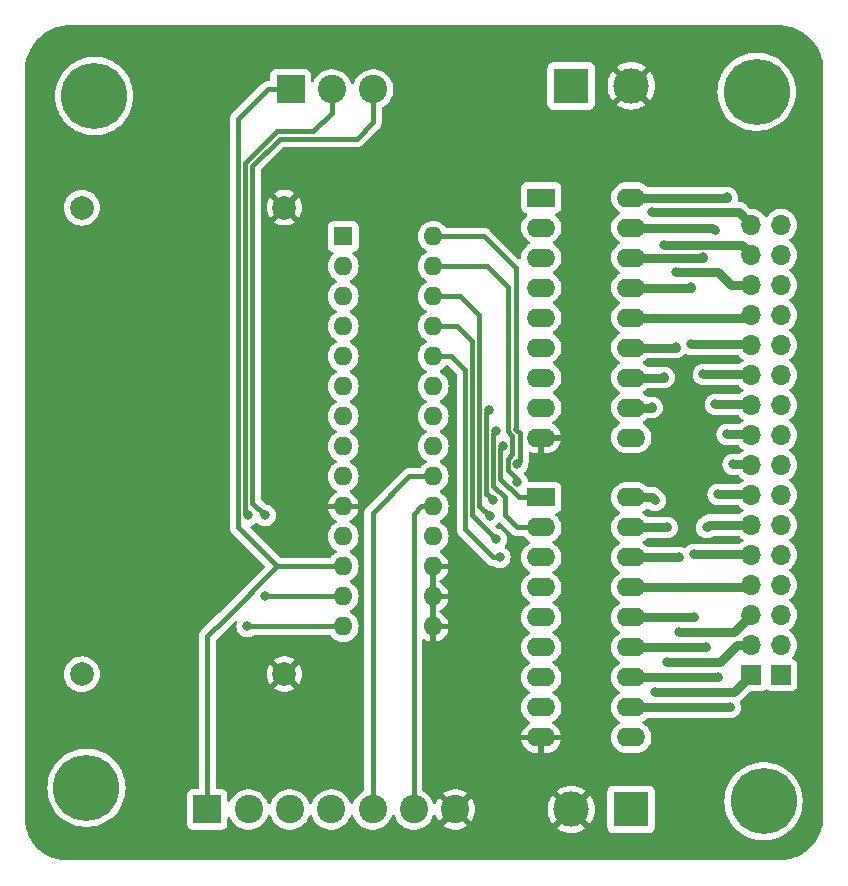
<source format=gbr>
%TF.GenerationSoftware,KiCad,Pcbnew,7.0.6*%
%TF.CreationDate,2023-08-03T15:39:34-04:00*%
%TF.ProjectId,mcp23s17_uln2803_combo,6d637032-3373-4313-975f-756c6e323830,rev?*%
%TF.SameCoordinates,Original*%
%TF.FileFunction,Copper,L2,Bot*%
%TF.FilePolarity,Positive*%
%FSLAX46Y46*%
G04 Gerber Fmt 4.6, Leading zero omitted, Abs format (unit mm)*
G04 Created by KiCad (PCBNEW 7.0.6) date 2023-08-03 15:39:34*
%MOMM*%
%LPD*%
G01*
G04 APERTURE LIST*
%TA.AperFunction,ComponentPad*%
%ADD10R,3.000000X3.000000*%
%TD*%
%TA.AperFunction,ComponentPad*%
%ADD11C,3.000000*%
%TD*%
%TA.AperFunction,ComponentPad*%
%ADD12R,2.400000X2.400000*%
%TD*%
%TA.AperFunction,ComponentPad*%
%ADD13C,2.400000*%
%TD*%
%TA.AperFunction,ComponentPad*%
%ADD14C,5.600000*%
%TD*%
%TA.AperFunction,ComponentPad*%
%ADD15C,2.000000*%
%TD*%
%TA.AperFunction,ComponentPad*%
%ADD16R,2.400000X1.600000*%
%TD*%
%TA.AperFunction,ComponentPad*%
%ADD17O,2.400000X1.600000*%
%TD*%
%TA.AperFunction,ComponentPad*%
%ADD18R,1.600000X1.600000*%
%TD*%
%TA.AperFunction,ComponentPad*%
%ADD19O,1.600000X1.600000*%
%TD*%
%TA.AperFunction,ComponentPad*%
%ADD20R,1.700000X1.700000*%
%TD*%
%TA.AperFunction,ComponentPad*%
%ADD21O,1.700000X1.700000*%
%TD*%
%TA.AperFunction,ViaPad*%
%ADD22C,0.800000*%
%TD*%
%TA.AperFunction,Conductor*%
%ADD23C,0.400000*%
%TD*%
%TA.AperFunction,Conductor*%
%ADD24C,0.800000*%
%TD*%
G04 APERTURE END LIST*
D10*
%TO.P,J3,1,Pin_1*%
%TO.N,VCC*%
X167386000Y-123190000D03*
D11*
%TO.P,J3,2,Pin_2*%
%TO.N,GND*%
X162306000Y-123190000D03*
%TD*%
D12*
%TO.P,J4,1,Pin_1*%
%TO.N,SCK*%
X138542000Y-62231600D03*
D13*
%TO.P,J4,2,Pin_2*%
%TO.N,MISO*%
X142042000Y-62231600D03*
%TO.P,J4,3,Pin_3*%
%TO.N,MOSI*%
X145542000Y-62231600D03*
%TD*%
D14*
%TO.P,H1,1*%
%TO.N,N/C*%
X121920000Y-62788800D03*
%TD*%
D15*
%TO.P,U1,1,VIN*%
%TO.N,VCC*%
X120878600Y-111734600D03*
%TO.P,U1,2,GND*%
%TO.N,GND*%
X138023600Y-111734600D03*
%TO.P,U1,3,GND*%
X138023600Y-72237600D03*
%TO.P,U1,4,VOUT*%
%TO.N,+5V*%
X120878600Y-72237600D03*
%TD*%
D10*
%TO.P,J1,1,Pin_1*%
%TO.N,+5V*%
X162306000Y-61925200D03*
D11*
%TO.P,J1,2,Pin_2*%
%TO.N,GND*%
X167386000Y-61925200D03*
%TD*%
D14*
%TO.P,H3,1*%
%TO.N,N/C*%
X178003200Y-62433200D03*
%TD*%
D12*
%TO.P,J7,1,Pin_1*%
%TO.N,SCK*%
X131486000Y-123190000D03*
D13*
%TO.P,J7,2,Pin_2*%
%TO.N,MISO*%
X134986000Y-123190000D03*
%TO.P,J7,3,Pin_3*%
%TO.N,MOSI*%
X138486000Y-123190000D03*
%TO.P,J7,4,Pin_4*%
%TO.N,CS0*%
X141986000Y-123190000D03*
%TO.P,J7,5,Pin_5*%
%TO.N,INTA0*%
X145486000Y-123190000D03*
%TO.P,J7,6,Pin_6*%
%TO.N,INTB0*%
X148986000Y-123190000D03*
%TO.P,J7,7,Pin_7*%
%TO.N,GND*%
X152486000Y-123190000D03*
%TD*%
D16*
%TO.P,U3,1,I1*%
%TO.N,Net-(U2-GPA0)*%
X159766000Y-96774000D03*
D17*
%TO.P,U3,2,I2*%
%TO.N,Net-(U2-GPA1)*%
X159766000Y-99314000D03*
%TO.P,U3,3,I3*%
%TO.N,Net-(U2-GPA2)*%
X159766000Y-101854000D03*
%TO.P,U3,4,I4*%
%TO.N,Net-(U2-GPA3)*%
X159766000Y-104394000D03*
%TO.P,U3,5,I5*%
%TO.N,Net-(U2-GPA4)*%
X159766000Y-106934000D03*
%TO.P,U3,6,I6*%
%TO.N,Net-(U2-GPA5)*%
X159766000Y-109474000D03*
%TO.P,U3,7,I7*%
%TO.N,Net-(U2-GPA6)*%
X159766000Y-112014000D03*
%TO.P,U3,8,I8*%
%TO.N,Net-(U2-GPA7)*%
X159766000Y-114554000D03*
%TO.P,U3,9,GND*%
%TO.N,GND*%
X159766000Y-117094000D03*
%TO.P,U3,10,COM*%
%TO.N,VCC*%
X167386000Y-117094000D03*
%TO.P,U3,11,O8*%
%TO.N,A7*%
X167386000Y-114554000D03*
%TO.P,U3,12,O7*%
%TO.N,A6*%
X167386000Y-112014000D03*
%TO.P,U3,13,O6*%
%TO.N,A5*%
X167386000Y-109474000D03*
%TO.P,U3,14,O5*%
%TO.N,A4*%
X167386000Y-106934000D03*
%TO.P,U3,15,O4*%
%TO.N,A3*%
X167386000Y-104394000D03*
%TO.P,U3,16,O3*%
%TO.N,A2*%
X167386000Y-101854000D03*
%TO.P,U3,17,O2*%
%TO.N,A1*%
X167386000Y-99314000D03*
%TO.P,U3,18,O1*%
%TO.N,A0*%
X167386000Y-96774000D03*
%TD*%
D16*
%TO.P,U4,1,I1*%
%TO.N,Net-(U2-GPB0)*%
X159766000Y-71384000D03*
D17*
%TO.P,U4,2,I2*%
%TO.N,Net-(U2-GPB1)*%
X159766000Y-73924000D03*
%TO.P,U4,3,I3*%
%TO.N,Net-(U2-GPB2)*%
X159766000Y-76464000D03*
%TO.P,U4,4,I4*%
%TO.N,Net-(U2-GPB3)*%
X159766000Y-79004000D03*
%TO.P,U4,5,I5*%
%TO.N,Net-(U2-GPB4)*%
X159766000Y-81544000D03*
%TO.P,U4,6,I6*%
%TO.N,Net-(U2-GPB5)*%
X159766000Y-84084000D03*
%TO.P,U4,7,I7*%
%TO.N,Net-(U2-GPB6)*%
X159766000Y-86624000D03*
%TO.P,U4,8,I8*%
%TO.N,Net-(U2-GPB7)*%
X159766000Y-89164000D03*
%TO.P,U4,9,GND*%
%TO.N,GND*%
X159766000Y-91704000D03*
%TO.P,U4,10,COM*%
%TO.N,VCC*%
X167386000Y-91704000D03*
%TO.P,U4,11,O8*%
%TO.N,B7*%
X167386000Y-89164000D03*
%TO.P,U4,12,O7*%
%TO.N,B6*%
X167386000Y-86624000D03*
%TO.P,U4,13,O6*%
%TO.N,B5*%
X167386000Y-84084000D03*
%TO.P,U4,14,O5*%
%TO.N,B4*%
X167386000Y-81544000D03*
%TO.P,U4,15,O4*%
%TO.N,B3*%
X167386000Y-79004000D03*
%TO.P,U4,16,O3*%
%TO.N,B2*%
X167386000Y-76464000D03*
%TO.P,U4,17,O2*%
%TO.N,B1*%
X167386000Y-73924000D03*
%TO.P,U4,18,O1*%
%TO.N,B0*%
X167386000Y-71384000D03*
%TD*%
D18*
%TO.P,U2,1,GPB0*%
%TO.N,Net-(U2-GPB0)*%
X143002000Y-74676000D03*
D19*
%TO.P,U2,2,GPB1*%
%TO.N,Net-(U2-GPB1)*%
X143002000Y-77216000D03*
%TO.P,U2,3,GPB2*%
%TO.N,Net-(U2-GPB2)*%
X143002000Y-79756000D03*
%TO.P,U2,4,GPB3*%
%TO.N,Net-(U2-GPB3)*%
X143002000Y-82296000D03*
%TO.P,U2,5,GPB4*%
%TO.N,Net-(U2-GPB4)*%
X143002000Y-84836000D03*
%TO.P,U2,6,GPB5*%
%TO.N,Net-(U2-GPB5)*%
X143002000Y-87376000D03*
%TO.P,U2,7,GPB6*%
%TO.N,Net-(U2-GPB6)*%
X143002000Y-89916000D03*
%TO.P,U2,8,GPB7*%
%TO.N,Net-(U2-GPB7)*%
X143002000Y-92456000D03*
%TO.P,U2,9,VDD*%
%TO.N,+5V*%
X143002000Y-94996000D03*
%TO.P,U2,10,VSS*%
%TO.N,GND*%
X143002000Y-97536000D03*
%TO.P,U2,11,~{CS}*%
%TO.N,CS0*%
X143002000Y-100076000D03*
%TO.P,U2,12,SCK*%
%TO.N,SCK*%
X143002000Y-102616000D03*
%TO.P,U2,13,SI*%
%TO.N,MOSI*%
X143002000Y-105156000D03*
%TO.P,U2,14,SO*%
%TO.N,MISO*%
X143002000Y-107696000D03*
%TO.P,U2,15,A0*%
%TO.N,GND*%
X150622000Y-107696000D03*
%TO.P,U2,16,A1*%
X150622000Y-105156000D03*
%TO.P,U2,17,A2*%
X150622000Y-102616000D03*
%TO.P,U2,18,~{RESET}*%
%TO.N,+5V*%
X150622000Y-100076000D03*
%TO.P,U2,19,INTB*%
%TO.N,INTB0*%
X150622000Y-97536000D03*
%TO.P,U2,20,INTA*%
%TO.N,INTA0*%
X150622000Y-94996000D03*
%TO.P,U2,21,GPA0*%
%TO.N,Net-(U2-GPA0)*%
X150622000Y-92456000D03*
%TO.P,U2,22,GPA1*%
%TO.N,Net-(U2-GPA1)*%
X150622000Y-89916000D03*
%TO.P,U2,23,GPA2*%
%TO.N,Net-(U2-GPA2)*%
X150622000Y-87376000D03*
%TO.P,U2,24,GPA3*%
%TO.N,Net-(U2-GPA3)*%
X150622000Y-84836000D03*
%TO.P,U2,25,GPA4*%
%TO.N,Net-(U2-GPA4)*%
X150622000Y-82296000D03*
%TO.P,U2,26,GPA5*%
%TO.N,Net-(U2-GPA5)*%
X150622000Y-79756000D03*
%TO.P,U2,27,GPA6*%
%TO.N,Net-(U2-GPA6)*%
X150622000Y-77216000D03*
%TO.P,U2,28,GPA7*%
%TO.N,Net-(U2-GPA7)*%
X150622000Y-74676000D03*
%TD*%
D20*
%TO.P,J5,1,Pin_1*%
%TO.N,A0*%
X177546000Y-111810800D03*
D21*
%TO.P,J5,2,Pin_2*%
%TO.N,A1*%
X177546000Y-109270800D03*
%TO.P,J5,3,Pin_3*%
%TO.N,A2*%
X177546000Y-106730800D03*
%TO.P,J5,4,Pin_4*%
%TO.N,A3*%
X177546000Y-104190800D03*
%TO.P,J5,5,Pin_5*%
%TO.N,A4*%
X177546000Y-101650800D03*
%TO.P,J5,6,Pin_6*%
%TO.N,A5*%
X177546000Y-99110800D03*
%TO.P,J5,7,Pin_7*%
%TO.N,A6*%
X177546000Y-96570800D03*
%TO.P,J5,8,Pin_8*%
%TO.N,A7*%
X177546000Y-94030800D03*
%TO.P,J5,9,Pin_9*%
%TO.N,B0*%
X177546000Y-91490800D03*
%TO.P,J5,10,Pin_10*%
%TO.N,B1*%
X177546000Y-88950800D03*
%TO.P,J5,11,Pin_11*%
%TO.N,B2*%
X177546000Y-86410800D03*
%TO.P,J5,12,Pin_12*%
%TO.N,B3*%
X177546000Y-83870800D03*
%TO.P,J5,13,Pin_13*%
%TO.N,B4*%
X177546000Y-81330800D03*
%TO.P,J5,14,Pin_14*%
%TO.N,B5*%
X177546000Y-78790800D03*
%TO.P,J5,15,Pin_15*%
%TO.N,B6*%
X177546000Y-76250800D03*
%TO.P,J5,16,Pin_16*%
%TO.N,B7*%
X177546000Y-73710800D03*
%TD*%
D20*
%TO.P,J6,1,Pin_1*%
%TO.N,VCC*%
X180086000Y-111810800D03*
D21*
%TO.P,J6,2,Pin_2*%
X180086000Y-109270800D03*
%TO.P,J6,3,Pin_3*%
X180086000Y-106730800D03*
%TO.P,J6,4,Pin_4*%
X180086000Y-104190800D03*
%TO.P,J6,5,Pin_5*%
X180086000Y-101650800D03*
%TO.P,J6,6,Pin_6*%
X180086000Y-99110800D03*
%TO.P,J6,7,Pin_7*%
X180086000Y-96570800D03*
%TO.P,J6,8,Pin_8*%
X180086000Y-94030800D03*
%TO.P,J6,9,Pin_9*%
X180086000Y-91490800D03*
%TO.P,J6,10,Pin_10*%
X180086000Y-88950800D03*
%TO.P,J6,11,Pin_11*%
X180086000Y-86410800D03*
%TO.P,J6,12,Pin_12*%
X180086000Y-83870800D03*
%TO.P,J6,13,Pin_13*%
X180086000Y-81330800D03*
%TO.P,J6,14,Pin_14*%
X180086000Y-78790800D03*
%TO.P,J6,15,Pin_15*%
X180086000Y-76250800D03*
%TO.P,J6,16,Pin_16*%
X180086000Y-73710800D03*
%TD*%
D14*
%TO.P,H4,1*%
%TO.N,N/C*%
X178587400Y-122504200D03*
%TD*%
%TO.P,H2,1*%
%TO.N,N/C*%
X121259600Y-121361200D03*
%TD*%
D22*
%TO.N,MISO*%
X134911500Y-98298000D03*
X134874000Y-107696000D03*
%TO.N,MOSI*%
X136398000Y-98298000D03*
X136398000Y-105156000D03*
%TO.N,Net-(U2-GPA0)*%
X156518000Y-92456000D03*
%TO.N,Net-(U2-GPA1)*%
X155956000Y-91186000D03*
%TO.N,Net-(U2-GPA2)*%
X155702000Y-97028000D03*
X155318000Y-89408000D03*
%TO.N,Net-(U2-GPA3)*%
X156269500Y-101854000D03*
%TO.N,Net-(U2-GPA4)*%
X155956000Y-100330000D03*
%TO.N,Net-(U2-GPA5)*%
X155390668Y-98355332D03*
%TO.N,Net-(U2-GPA6)*%
X157734000Y-95504000D03*
%TO.N,Net-(U2-GPA7)*%
X157734000Y-93980000D03*
%TO.N,B7*%
X169164000Y-89154000D03*
X169164000Y-72644000D03*
%TO.N,B6*%
X170185500Y-86614000D03*
X170185500Y-75438000D03*
%TO.N,B5*%
X171185000Y-84074000D03*
X171196000Y-77724000D03*
%TO.N,B3*%
X172466000Y-83820000D03*
X172482500Y-78994000D03*
%TO.N,B2*%
X173482000Y-76454000D03*
X173498500Y-86360000D03*
%TO.N,B1*%
X174498000Y-74168000D03*
X174514500Y-88900000D03*
%TO.N,B0*%
X175514000Y-71374000D03*
X175514000Y-91440000D03*
%TO.N,A7*%
X175768000Y-114554000D03*
X176022000Y-93980000D03*
%TO.N,A6*%
X174752000Y-96520000D03*
X174768500Y-112014000D03*
%TO.N,A5*%
X173736000Y-109474000D03*
X173769000Y-99314000D03*
%TO.N,A4*%
X172720000Y-101600000D03*
X172736500Y-106934000D03*
%TO.N,A2*%
X171433500Y-108204000D03*
X171433500Y-101854000D03*
%TO.N,A1*%
X170434000Y-110744000D03*
X170434000Y-99314000D03*
%TO.N,A0*%
X169418000Y-113284000D03*
X169418000Y-97028000D03*
%TD*%
D23*
%TO.N,SCK*%
X131486000Y-123190000D02*
X131486000Y-108544000D01*
X131486000Y-108544000D02*
X132969000Y-107061000D01*
X132969000Y-107061000D02*
X137414000Y-102616000D01*
%TO.N,INTA0*%
X145486000Y-123190000D02*
X145486000Y-98100000D01*
X145486000Y-98100000D02*
X148590000Y-94996000D01*
X148590000Y-94996000D02*
X150622000Y-94996000D01*
%TO.N,INTB0*%
X148986000Y-98156000D02*
X149606000Y-97536000D01*
X149606000Y-97536000D02*
X150622000Y-97536000D01*
X148986000Y-123190000D02*
X148986000Y-98156000D01*
%TO.N,SCK*%
X136650400Y-62231600D02*
X134112000Y-64770000D01*
X138542000Y-62231600D02*
X136650400Y-62231600D01*
X134112000Y-64770000D02*
X134112000Y-99314000D01*
X134112000Y-99314000D02*
X137414000Y-102616000D01*
X137414000Y-102616000D02*
X143002000Y-102616000D01*
%TO.N,MISO*%
X140462000Y-65786000D02*
X142042000Y-64206000D01*
X137414000Y-65786000D02*
X140462000Y-65786000D01*
X134712000Y-68488000D02*
X137414000Y-65786000D01*
X134712000Y-98098500D02*
X134712000Y-68488000D01*
X143002000Y-107696000D02*
X134874000Y-107696000D01*
X134911500Y-98298000D02*
X134712000Y-98098500D01*
X142042000Y-64206000D02*
X142042000Y-62231600D01*
%TO.N,MOSI*%
X135312000Y-68736528D02*
X137662528Y-66386000D01*
X135312000Y-97212000D02*
X135312000Y-68736528D01*
X143002000Y-105156000D02*
X136398000Y-105156000D01*
X137662528Y-66386000D02*
X144180000Y-66386000D01*
X136398000Y-98298000D02*
X135312000Y-97212000D01*
X144180000Y-66386000D02*
X145542000Y-65024000D01*
X145542000Y-65024000D02*
X145542000Y-62231600D01*
%TO.N,Net-(U2-GPA0)*%
X156318500Y-92655500D02*
X156518000Y-92456000D01*
X156318500Y-95219871D02*
X156318500Y-92655500D01*
X157872629Y-96774000D02*
X156318500Y-95219871D01*
X159766000Y-96774000D02*
X157872629Y-96774000D01*
%TO.N,Net-(U2-GPA1)*%
X155718500Y-91423500D02*
X155718500Y-95774500D01*
X155718500Y-95774500D02*
X156718000Y-96774000D01*
X156718000Y-98298000D02*
X157734000Y-99314000D01*
X157734000Y-99314000D02*
X159766000Y-99314000D01*
X155956000Y-91186000D02*
X155718500Y-91423500D01*
X156718000Y-96774000D02*
X156718000Y-98298000D01*
%TO.N,Net-(U2-GPA2)*%
X155118500Y-93472000D02*
X155118500Y-89607500D01*
X155118500Y-89607500D02*
X155318000Y-89408000D01*
X155702000Y-97028000D02*
X155194000Y-96520000D01*
X155194000Y-96520000D02*
X155118500Y-96444500D01*
X155118500Y-96444500D02*
X155118500Y-93472000D01*
%TO.N,Net-(U2-GPA3)*%
X152146000Y-84836000D02*
X153318500Y-86008500D01*
X150622000Y-84836000D02*
X152146000Y-84836000D01*
X153318500Y-99470500D02*
X155702000Y-101854000D01*
X155702000Y-101854000D02*
X156269500Y-101854000D01*
X153318500Y-86008500D02*
X153318500Y-99470500D01*
%TO.N,Net-(U2-GPA4)*%
X153918500Y-83560500D02*
X152654000Y-82296000D01*
X153918500Y-98292500D02*
X153918500Y-83560500D01*
X150622000Y-82296000D02*
X152654000Y-82296000D01*
X155956000Y-100330000D02*
X153918500Y-98292500D01*
%TO.N,Net-(U2-GPA5)*%
X150622000Y-79756000D02*
X152908000Y-79756000D01*
X154518500Y-97483164D02*
X155390668Y-98355332D01*
X152908000Y-79756000D02*
X154518500Y-81366500D01*
X154518500Y-81366500D02*
X154518500Y-97483164D01*
%TO.N,Net-(U2-GPA6)*%
X157734000Y-95504000D02*
X157734000Y-95250000D01*
X157318000Y-91532000D02*
X156972000Y-91186000D01*
X156972000Y-91186000D02*
X156972000Y-78994000D01*
X156934000Y-93510000D02*
X157318000Y-93126000D01*
X156934000Y-94450000D02*
X156934000Y-93510000D01*
X150622000Y-77216000D02*
X155194000Y-77216000D01*
X155194000Y-77216000D02*
X156845000Y-78867000D01*
X156972000Y-78994000D02*
X156845000Y-78867000D01*
X157734000Y-95250000D02*
X156934000Y-94450000D01*
X157318000Y-93126000D02*
X157318000Y-91532000D01*
%TO.N,Net-(U2-GPA7)*%
X154940000Y-74676000D02*
X157607000Y-77343000D01*
X150622000Y-74676000D02*
X154940000Y-74676000D01*
X157572000Y-90937472D02*
X157988000Y-91353472D01*
X157988000Y-91353472D02*
X157988000Y-93726000D01*
X157607000Y-77343000D02*
X157607000Y-90902472D01*
X157607000Y-90902472D02*
X157572000Y-90937472D01*
X157988000Y-93726000D02*
X157734000Y-93980000D01*
D24*
%TO.N,B7*%
X169154000Y-89164000D02*
X169164000Y-89154000D01*
X167386000Y-89164000D02*
X169154000Y-89164000D01*
X169164000Y-72644000D02*
X176479200Y-72644000D01*
X176479200Y-72644000D02*
X177546000Y-73710800D01*
%TO.N,B6*%
X167386000Y-86624000D02*
X170175500Y-86624000D01*
X170185500Y-75438000D02*
X176733200Y-75438000D01*
X176733200Y-75438000D02*
X177546000Y-76250800D01*
X170175500Y-86624000D02*
X170185500Y-86614000D01*
%TO.N,B5*%
X171175000Y-84084000D02*
X171185000Y-84074000D01*
X174752000Y-77724000D02*
X175818800Y-78790800D01*
X167386000Y-84084000D02*
X171175000Y-84084000D01*
X175818800Y-78790800D02*
X177546000Y-78790800D01*
X171196000Y-77724000D02*
X174752000Y-77724000D01*
%TO.N,B4*%
X177332800Y-81544000D02*
X177546000Y-81330800D01*
X167386000Y-81544000D02*
X177332800Y-81544000D01*
%TO.N,B3*%
X172466000Y-83820000D02*
X177495200Y-83820000D01*
X167386000Y-79004000D02*
X172472500Y-79004000D01*
X172472500Y-79004000D02*
X172482500Y-78994000D01*
%TO.N,B2*%
X167386000Y-76464000D02*
X173472000Y-76464000D01*
X173498500Y-86360000D02*
X177495200Y-86360000D01*
X173472000Y-76464000D02*
X173482000Y-76454000D01*
%TO.N,B1*%
X174514500Y-88900000D02*
X177495200Y-88900000D01*
X167386000Y-73924000D02*
X174254000Y-73924000D01*
X174254000Y-73924000D02*
X174498000Y-74168000D01*
%TO.N,B0*%
X167386000Y-71384000D02*
X175504000Y-71384000D01*
X175514000Y-91440000D02*
X177495200Y-91440000D01*
X177495200Y-91440000D02*
X177546000Y-91490800D01*
X175504000Y-71384000D02*
X175514000Y-71374000D01*
%TO.N,A7*%
X167386000Y-114554000D02*
X175768000Y-114554000D01*
X177495200Y-93980000D02*
X177546000Y-94030800D01*
X176022000Y-93980000D02*
X177495200Y-93980000D01*
%TO.N,A6*%
X167386000Y-112014000D02*
X174768500Y-112014000D01*
X174752000Y-96520000D02*
X177495200Y-96520000D01*
X177495200Y-96520000D02*
X177546000Y-96570800D01*
%TO.N,A5*%
X177546000Y-99110800D02*
X173972200Y-99110800D01*
X167386000Y-109474000D02*
X173736000Y-109474000D01*
X173972200Y-99110800D02*
X173769000Y-99314000D01*
%TO.N,A4*%
X177495200Y-101600000D02*
X177546000Y-101650800D01*
X172720000Y-101600000D02*
X177495200Y-101600000D01*
X167386000Y-106934000D02*
X172736500Y-106934000D01*
%TO.N,A3*%
X177342800Y-104394000D02*
X177546000Y-104190800D01*
X167386000Y-104394000D02*
X177342800Y-104394000D01*
%TO.N,A2*%
X176072800Y-108204000D02*
X177546000Y-106730800D01*
X167386000Y-101854000D02*
X171433500Y-101854000D01*
X171433500Y-108204000D02*
X176072800Y-108204000D01*
%TO.N,A1*%
X176343919Y-109270800D02*
X177546000Y-109270800D01*
X167386000Y-99314000D02*
X170434000Y-99314000D01*
X170434000Y-110744000D02*
X174870719Y-110744000D01*
X174870719Y-110744000D02*
X176343919Y-109270800D01*
%TO.N,A0*%
X169418000Y-113284000D02*
X176072800Y-113284000D01*
X176072800Y-113284000D02*
X177546000Y-111810800D01*
X167386000Y-96774000D02*
X169164000Y-96774000D01*
X169164000Y-96774000D02*
X169418000Y-97028000D01*
%TD*%
%TA.AperFunction,Conductor*%
%TO.N,GND*%
G36*
X150872000Y-107380314D02*
G01*
X150860045Y-107368359D01*
X150747148Y-107310835D01*
X150653481Y-107296000D01*
X150590519Y-107296000D01*
X150496852Y-107310835D01*
X150383955Y-107368359D01*
X150372000Y-107380313D01*
X150372000Y-105471686D01*
X150383955Y-105483641D01*
X150496852Y-105541165D01*
X150590519Y-105556000D01*
X150653481Y-105556000D01*
X150747148Y-105541165D01*
X150860045Y-105483641D01*
X150872000Y-105471685D01*
X150872000Y-107380314D01*
G37*
%TD.AperFunction*%
%TA.AperFunction,Conductor*%
G36*
X150872000Y-104840314D02*
G01*
X150860045Y-104828359D01*
X150747148Y-104770835D01*
X150653481Y-104756000D01*
X150590519Y-104756000D01*
X150496852Y-104770835D01*
X150383955Y-104828359D01*
X150372000Y-104840314D01*
X150372000Y-102931686D01*
X150383955Y-102943641D01*
X150496852Y-103001165D01*
X150590519Y-103016000D01*
X150653481Y-103016000D01*
X150747148Y-103001165D01*
X150860045Y-102943641D01*
X150872000Y-102931685D01*
X150872000Y-104840314D01*
G37*
%TD.AperFunction*%
%TA.AperFunction,Conductor*%
G36*
X179857236Y-56794975D02*
G01*
X179957047Y-56799878D01*
X180010950Y-56802526D01*
X180233533Y-56814180D01*
X180239339Y-56814762D01*
X180364452Y-56833321D01*
X180421423Y-56841773D01*
X180473347Y-56849996D01*
X180615585Y-56872525D01*
X180620930Y-56873617D01*
X180740712Y-56903621D01*
X180803946Y-56919460D01*
X180989758Y-56969250D01*
X180994543Y-56970743D01*
X181174112Y-57034996D01*
X181348977Y-57102122D01*
X181352157Y-57103343D01*
X181356442Y-57105175D01*
X181529808Y-57187172D01*
X181615411Y-57230789D01*
X181699126Y-57273445D01*
X181702854Y-57275509D01*
X181867943Y-57374460D01*
X182027081Y-57477807D01*
X182030223Y-57479989D01*
X182185227Y-57594949D01*
X182332624Y-57714309D01*
X182335210Y-57716525D01*
X182477373Y-57845375D01*
X182479545Y-57847442D01*
X182546109Y-57914006D01*
X182612662Y-57980561D01*
X182614760Y-57982765D01*
X182743575Y-58124891D01*
X182745805Y-58127492D01*
X182865153Y-58274875D01*
X182907340Y-58331758D01*
X182980133Y-58429909D01*
X182982332Y-58433076D01*
X183085635Y-58592150D01*
X183184610Y-58757281D01*
X183186674Y-58761009D01*
X183272930Y-58930297D01*
X183354935Y-59103683D01*
X183356770Y-59107974D01*
X183425116Y-59286023D01*
X183489351Y-59465553D01*
X183490863Y-59470394D01*
X183540648Y-59656193D01*
X183586485Y-59839183D01*
X183587580Y-59844552D01*
X183618334Y-60038726D01*
X183645338Y-60220773D01*
X183645924Y-60226629D01*
X183657369Y-60445005D01*
X183665148Y-60603344D01*
X183665223Y-60606387D01*
X183665223Y-123747270D01*
X183665148Y-123750312D01*
X183657867Y-123898528D01*
X183646282Y-124119321D01*
X183645695Y-124125173D01*
X183619820Y-124299618D01*
X183589067Y-124493786D01*
X183587972Y-124499155D01*
X183543696Y-124675915D01*
X183494234Y-124860505D01*
X183492722Y-124865346D01*
X183430475Y-125039321D01*
X183362770Y-125215697D01*
X183360935Y-125219987D01*
X183281316Y-125388330D01*
X183196012Y-125555746D01*
X183193949Y-125559473D01*
X183097763Y-125719950D01*
X182995684Y-125877139D01*
X182993485Y-125880306D01*
X182881673Y-126031069D01*
X182763810Y-126176615D01*
X182761567Y-126179233D01*
X182636291Y-126317456D01*
X182634192Y-126319661D01*
X182502788Y-126451064D01*
X182500584Y-126453163D01*
X182362335Y-126578466D01*
X182359716Y-126580710D01*
X182214196Y-126698552D01*
X182063425Y-126810371D01*
X182060259Y-126812570D01*
X181903075Y-126914648D01*
X181742588Y-127010840D01*
X181738860Y-127012904D01*
X181571452Y-127098205D01*
X181403112Y-127177824D01*
X181398821Y-127179659D01*
X181222450Y-127247364D01*
X181048471Y-127309616D01*
X181043628Y-127311128D01*
X180859049Y-127360587D01*
X180682276Y-127404866D01*
X180676909Y-127405962D01*
X180482761Y-127436713D01*
X180308301Y-127462593D01*
X180302445Y-127463179D01*
X180077385Y-127474975D01*
X179933898Y-127482025D01*
X179930855Y-127482100D01*
X119586409Y-127482100D01*
X119583366Y-127482025D01*
X119429414Y-127474461D01*
X119235432Y-127464306D01*
X119229573Y-127463719D01*
X119104896Y-127445225D01*
X119056814Y-127438092D01*
X118881379Y-127410305D01*
X118876012Y-127409210D01*
X118703975Y-127366117D01*
X118534639Y-127320742D01*
X118529797Y-127319230D01*
X118361667Y-127259071D01*
X118198812Y-127196555D01*
X118194521Y-127194720D01*
X118032401Y-127118043D01*
X117877297Y-127039012D01*
X117873570Y-127036949D01*
X117785848Y-126984370D01*
X117719301Y-126944482D01*
X117573414Y-126849741D01*
X117570248Y-126847542D01*
X117425496Y-126740186D01*
X117290261Y-126630673D01*
X117287641Y-126628429D01*
X117155024Y-126508231D01*
X117152820Y-126506132D01*
X117030739Y-126384051D01*
X117028658Y-126381866D01*
X116908453Y-126249239D01*
X116906241Y-126246659D01*
X116796696Y-126111381D01*
X116689348Y-125966638D01*
X116687165Y-125963497D01*
X116592394Y-125817561D01*
X116533888Y-125719950D01*
X116499924Y-125663284D01*
X116497889Y-125659608D01*
X116418848Y-125504480D01*
X116384375Y-125431593D01*
X116342164Y-125342345D01*
X116340333Y-125338062D01*
X116339080Y-125334799D01*
X116277834Y-125175246D01*
X116217657Y-125007064D01*
X116216146Y-125002223D01*
X116188353Y-124898499D01*
X116170787Y-124832944D01*
X116127682Y-124660860D01*
X116126589Y-124655499D01*
X116103444Y-124509367D01*
X116098795Y-124480011D01*
X116098368Y-124477132D01*
X116073173Y-124307281D01*
X116072591Y-124301470D01*
X116062637Y-124111544D01*
X116054850Y-123953029D01*
X116054777Y-123950045D01*
X116054777Y-121361202D01*
X117946241Y-121361202D01*
X117965663Y-121719434D01*
X118023706Y-122073479D01*
X118023707Y-122073482D01*
X118119682Y-122419155D01*
X118119683Y-122419157D01*
X118252472Y-122752433D01*
X118252481Y-122752451D01*
X118261042Y-122768598D01*
X118414011Y-123057129D01*
X118420528Y-123069420D01*
X118420529Y-123069423D01*
X118621856Y-123366357D01*
X118621864Y-123366367D01*
X118854108Y-123639786D01*
X118854116Y-123639795D01*
X119114577Y-123886517D01*
X119400186Y-124103631D01*
X119707595Y-124288593D01*
X119707597Y-124288594D01*
X119707599Y-124288595D01*
X119707603Y-124288597D01*
X120033188Y-124439228D01*
X120033199Y-124439233D01*
X120373183Y-124553787D01*
X120723558Y-124630911D01*
X121080218Y-124669700D01*
X121080224Y-124669700D01*
X121438976Y-124669700D01*
X121438982Y-124669700D01*
X121795642Y-124630911D01*
X122146017Y-124553787D01*
X122486001Y-124439233D01*
X122487252Y-124438654D01*
X129777500Y-124438654D01*
X129784011Y-124499202D01*
X129784011Y-124499204D01*
X129833137Y-124630911D01*
X129835111Y-124636204D01*
X129922739Y-124753261D01*
X130039796Y-124840889D01*
X130136084Y-124876803D01*
X130171463Y-124889999D01*
X130176799Y-124891989D01*
X130204050Y-124894918D01*
X130237345Y-124898499D01*
X130237362Y-124898500D01*
X132734638Y-124898500D01*
X132734654Y-124898499D01*
X132761692Y-124895591D01*
X132795201Y-124891989D01*
X132800537Y-124889999D01*
X132835905Y-124876807D01*
X132932204Y-124840889D01*
X133049261Y-124753261D01*
X133136889Y-124636204D01*
X133187989Y-124499201D01*
X133191591Y-124465692D01*
X133194499Y-124438654D01*
X133194500Y-124438637D01*
X133194500Y-123957140D01*
X133214185Y-123890101D01*
X133266989Y-123844346D01*
X133336147Y-123834402D01*
X133399703Y-123863427D01*
X133433927Y-123911836D01*
X133440927Y-123929671D01*
X133442380Y-123933373D01*
X133453739Y-123953047D01*
X133570413Y-124155131D01*
X133616102Y-124212423D01*
X133730072Y-124355338D01*
X133861336Y-124477132D01*
X133917781Y-124529505D01*
X134129355Y-124673754D01*
X134129360Y-124673756D01*
X134129361Y-124673757D01*
X134129362Y-124673758D01*
X134251890Y-124732764D01*
X134360061Y-124784856D01*
X134360062Y-124784856D01*
X134360065Y-124784858D01*
X134604757Y-124860335D01*
X134604758Y-124860335D01*
X134604761Y-124860336D01*
X134857958Y-124898499D01*
X134857963Y-124898499D01*
X134857966Y-124898500D01*
X134857967Y-124898500D01*
X135114033Y-124898500D01*
X135114034Y-124898500D01*
X135157232Y-124891989D01*
X135367238Y-124860336D01*
X135367239Y-124860335D01*
X135367243Y-124860335D01*
X135611935Y-124784858D01*
X135842646Y-124673754D01*
X136054219Y-124529505D01*
X136241931Y-124355334D01*
X136401587Y-124155131D01*
X136529622Y-123933369D01*
X136620573Y-123701626D01*
X136663387Y-123646416D01*
X136729257Y-123623115D01*
X136797268Y-123639126D01*
X136845826Y-123689363D01*
X136851419Y-123701609D01*
X136942378Y-123933369D01*
X136942380Y-123933372D01*
X136942381Y-123933375D01*
X136953739Y-123953047D01*
X137070413Y-124155131D01*
X137116102Y-124212423D01*
X137230072Y-124355338D01*
X137361336Y-124477132D01*
X137417781Y-124529505D01*
X137629355Y-124673754D01*
X137629360Y-124673756D01*
X137629361Y-124673757D01*
X137629362Y-124673758D01*
X137751890Y-124732764D01*
X137860061Y-124784856D01*
X137860062Y-124784856D01*
X137860065Y-124784858D01*
X138104757Y-124860335D01*
X138104758Y-124860335D01*
X138104761Y-124860336D01*
X138357958Y-124898499D01*
X138357963Y-124898499D01*
X138357966Y-124898500D01*
X138357967Y-124898500D01*
X138614033Y-124898500D01*
X138614034Y-124898500D01*
X138657232Y-124891989D01*
X138867238Y-124860336D01*
X138867239Y-124860335D01*
X138867243Y-124860335D01*
X139111935Y-124784858D01*
X139342646Y-124673754D01*
X139554219Y-124529505D01*
X139741931Y-124355334D01*
X139901587Y-124155131D01*
X140029622Y-123933369D01*
X140120573Y-123701626D01*
X140163387Y-123646416D01*
X140229257Y-123623115D01*
X140297268Y-123639126D01*
X140345826Y-123689363D01*
X140351419Y-123701609D01*
X140442378Y-123933369D01*
X140442380Y-123933372D01*
X140442381Y-123933375D01*
X140453739Y-123953047D01*
X140570413Y-124155131D01*
X140616102Y-124212423D01*
X140730072Y-124355338D01*
X140861336Y-124477132D01*
X140917781Y-124529505D01*
X141129355Y-124673754D01*
X141129360Y-124673756D01*
X141129361Y-124673757D01*
X141129362Y-124673758D01*
X141251890Y-124732764D01*
X141360061Y-124784856D01*
X141360062Y-124784856D01*
X141360065Y-124784858D01*
X141604757Y-124860335D01*
X141604758Y-124860335D01*
X141604761Y-124860336D01*
X141857958Y-124898499D01*
X141857963Y-124898499D01*
X141857966Y-124898500D01*
X141857967Y-124898500D01*
X142114033Y-124898500D01*
X142114034Y-124898500D01*
X142157232Y-124891989D01*
X142367238Y-124860336D01*
X142367239Y-124860335D01*
X142367243Y-124860335D01*
X142611935Y-124784858D01*
X142842646Y-124673754D01*
X143054219Y-124529505D01*
X143241931Y-124355334D01*
X143401587Y-124155131D01*
X143529622Y-123933369D01*
X143620573Y-123701626D01*
X143663387Y-123646416D01*
X143729257Y-123623115D01*
X143797268Y-123639126D01*
X143845826Y-123689363D01*
X143851419Y-123701609D01*
X143942378Y-123933369D01*
X143942380Y-123933372D01*
X143942381Y-123933375D01*
X143953739Y-123953047D01*
X144070413Y-124155131D01*
X144116102Y-124212423D01*
X144230072Y-124355338D01*
X144361336Y-124477132D01*
X144417781Y-124529505D01*
X144629355Y-124673754D01*
X144629360Y-124673756D01*
X144629361Y-124673757D01*
X144629362Y-124673758D01*
X144751890Y-124732764D01*
X144860061Y-124784856D01*
X144860062Y-124784856D01*
X144860065Y-124784858D01*
X145104757Y-124860335D01*
X145104758Y-124860335D01*
X145104761Y-124860336D01*
X145357958Y-124898499D01*
X145357963Y-124898499D01*
X145357966Y-124898500D01*
X145357967Y-124898500D01*
X145614033Y-124898500D01*
X145614034Y-124898500D01*
X145657232Y-124891989D01*
X145867238Y-124860336D01*
X145867239Y-124860335D01*
X145867243Y-124860335D01*
X146111935Y-124784858D01*
X146342646Y-124673754D01*
X146554219Y-124529505D01*
X146741931Y-124355334D01*
X146901587Y-124155131D01*
X147029622Y-123933369D01*
X147120573Y-123701626D01*
X147163387Y-123646416D01*
X147229257Y-123623115D01*
X147297268Y-123639126D01*
X147345826Y-123689363D01*
X147351419Y-123701609D01*
X147442378Y-123933369D01*
X147442380Y-123933372D01*
X147442381Y-123933375D01*
X147453739Y-123953047D01*
X147570413Y-124155131D01*
X147616102Y-124212423D01*
X147730072Y-124355338D01*
X147861336Y-124477132D01*
X147917781Y-124529505D01*
X148129355Y-124673754D01*
X148129360Y-124673756D01*
X148129361Y-124673757D01*
X148129362Y-124673758D01*
X148251890Y-124732764D01*
X148360061Y-124784856D01*
X148360062Y-124784856D01*
X148360065Y-124784858D01*
X148604757Y-124860335D01*
X148604758Y-124860335D01*
X148604761Y-124860336D01*
X148857958Y-124898499D01*
X148857963Y-124898499D01*
X148857966Y-124898500D01*
X148857967Y-124898500D01*
X149114033Y-124898500D01*
X149114034Y-124898500D01*
X149157232Y-124891989D01*
X149367238Y-124860336D01*
X149367239Y-124860335D01*
X149367243Y-124860335D01*
X149611935Y-124784858D01*
X149842646Y-124673754D01*
X150054219Y-124529505D01*
X150241931Y-124355334D01*
X150401587Y-124155131D01*
X150529622Y-123933369D01*
X150623174Y-123695001D01*
X150623174Y-123695000D01*
X150624869Y-123690682D01*
X150626830Y-123691451D01*
X150660581Y-123640436D01*
X150724516Y-123612257D01*
X150793536Y-123623117D01*
X150845729Y-123669568D01*
X150855961Y-123689916D01*
X150950058Y-123929671D01*
X150950057Y-123929671D01*
X151077457Y-124150332D01*
X151119452Y-124202993D01*
X151119453Y-124202993D01*
X151923226Y-123399219D01*
X151961901Y-123492588D01*
X152058075Y-123617925D01*
X152183412Y-123714099D01*
X152276779Y-123752772D01*
X151472813Y-124556737D01*
X151633623Y-124666375D01*
X151633624Y-124666376D01*
X151863176Y-124776921D01*
X151863174Y-124776921D01*
X152106652Y-124852024D01*
X152106658Y-124852026D01*
X152358595Y-124889999D01*
X152358604Y-124890000D01*
X152613396Y-124890000D01*
X152613404Y-124889999D01*
X152865341Y-124852026D01*
X152865347Y-124852024D01*
X153108824Y-124776921D01*
X153338381Y-124666373D01*
X153499185Y-124556737D01*
X152695220Y-123752772D01*
X152788588Y-123714099D01*
X152913925Y-123617925D01*
X153010099Y-123492589D01*
X153048772Y-123399220D01*
X153852545Y-124202993D01*
X153894545Y-124150327D01*
X154021941Y-123929671D01*
X154115026Y-123692494D01*
X154115031Y-123692477D01*
X154171726Y-123444079D01*
X154190767Y-123190004D01*
X154190767Y-123190001D01*
X160300891Y-123190001D01*
X160321300Y-123475362D01*
X160382109Y-123754895D01*
X160482091Y-124022958D01*
X160619191Y-124274038D01*
X160619196Y-124274046D01*
X160725882Y-124416561D01*
X160725883Y-124416562D01*
X161621195Y-123521250D01*
X161643340Y-123572587D01*
X161749433Y-123715094D01*
X161885530Y-123829294D01*
X161975216Y-123874335D01*
X161079436Y-124770115D01*
X161221960Y-124876807D01*
X161221961Y-124876808D01*
X161473042Y-125013908D01*
X161473041Y-125013908D01*
X161741104Y-125113890D01*
X162020637Y-125174699D01*
X162305999Y-125195109D01*
X162306001Y-125195109D01*
X162591362Y-125174699D01*
X162870895Y-125113890D01*
X163138958Y-125013908D01*
X163390047Y-124876803D01*
X163532561Y-124770116D01*
X163532562Y-124770115D01*
X163501101Y-124738654D01*
X165377500Y-124738654D01*
X165384011Y-124799202D01*
X165384011Y-124799204D01*
X165421048Y-124898500D01*
X165435111Y-124936204D01*
X165522739Y-125053261D01*
X165639796Y-125140889D01*
X165776799Y-125191989D01*
X165804050Y-125194918D01*
X165837345Y-125198499D01*
X165837362Y-125198500D01*
X168934638Y-125198500D01*
X168934654Y-125198499D01*
X168961692Y-125195591D01*
X168995201Y-125191989D01*
X169132204Y-125140889D01*
X169249261Y-125053261D01*
X169336889Y-124936204D01*
X169387989Y-124799201D01*
X169392928Y-124753260D01*
X169394499Y-124738654D01*
X169394500Y-124738637D01*
X169394500Y-122504202D01*
X175274040Y-122504202D01*
X175293463Y-122862434D01*
X175311187Y-122970546D01*
X175347165Y-123190004D01*
X175351506Y-123216479D01*
X175351507Y-123216482D01*
X175447482Y-123562155D01*
X175447483Y-123562157D01*
X175580272Y-123895433D01*
X175580281Y-123895451D01*
X175610262Y-123952000D01*
X175717954Y-124155130D01*
X175748328Y-124212420D01*
X175748329Y-124212423D01*
X175949656Y-124509357D01*
X175949664Y-124509367D01*
X176181908Y-124782786D01*
X176181916Y-124782795D01*
X176442377Y-125029517D01*
X176727986Y-125246631D01*
X177035395Y-125431593D01*
X177035397Y-125431594D01*
X177035399Y-125431595D01*
X177035403Y-125431597D01*
X177303748Y-125555746D01*
X177360999Y-125582233D01*
X177700983Y-125696787D01*
X178051358Y-125773911D01*
X178408018Y-125812700D01*
X178408024Y-125812700D01*
X178766776Y-125812700D01*
X178766782Y-125812700D01*
X179123442Y-125773911D01*
X179473817Y-125696787D01*
X179813801Y-125582233D01*
X180139405Y-125431593D01*
X180446814Y-125246631D01*
X180732423Y-125029517D01*
X180992884Y-124782795D01*
X181225142Y-124509359D01*
X181368855Y-124297398D01*
X181426470Y-124212423D01*
X181426470Y-124212421D01*
X181426475Y-124212415D01*
X181594523Y-123895443D01*
X181727315Y-123562161D01*
X181823295Y-123216474D01*
X181881336Y-122862437D01*
X181900759Y-122504200D01*
X181898957Y-122470972D01*
X181889105Y-122289257D01*
X181881336Y-122145963D01*
X181823295Y-121791926D01*
X181772751Y-121609883D01*
X181727317Y-121446244D01*
X181727316Y-121446242D01*
X181726341Y-121443796D01*
X181679702Y-121326739D01*
X181594527Y-121112966D01*
X181594518Y-121112948D01*
X181426475Y-120795985D01*
X181426471Y-120795979D01*
X181426470Y-120795976D01*
X181225143Y-120499042D01*
X181225135Y-120499032D01*
X180992891Y-120225613D01*
X180992886Y-120225607D01*
X180992884Y-120225605D01*
X180732423Y-119978883D01*
X180732416Y-119978877D01*
X180732413Y-119978875D01*
X180664666Y-119927375D01*
X180446814Y-119761769D01*
X180139405Y-119576807D01*
X180139404Y-119576806D01*
X180139400Y-119576804D01*
X180139396Y-119576802D01*
X179813811Y-119426171D01*
X179813806Y-119426169D01*
X179813801Y-119426167D01*
X179605648Y-119356032D01*
X179473816Y-119311612D01*
X179123440Y-119234488D01*
X178766783Y-119195700D01*
X178766782Y-119195700D01*
X178408018Y-119195700D01*
X178408016Y-119195700D01*
X178051359Y-119234488D01*
X177700983Y-119311612D01*
X177438168Y-119400165D01*
X177360999Y-119426167D01*
X177360996Y-119426168D01*
X177360988Y-119426171D01*
X177035403Y-119576802D01*
X177035399Y-119576804D01*
X176908801Y-119652976D01*
X176727986Y-119761769D01*
X176639460Y-119829064D01*
X176442386Y-119978875D01*
X176442377Y-119978883D01*
X176181913Y-120225607D01*
X176181908Y-120225613D01*
X175949664Y-120499032D01*
X175949656Y-120499042D01*
X175748329Y-120795976D01*
X175748328Y-120795979D01*
X175580281Y-121112948D01*
X175580272Y-121112966D01*
X175447483Y-121446242D01*
X175447482Y-121446244D01*
X175351507Y-121791917D01*
X175351506Y-121791920D01*
X175293463Y-122145965D01*
X175274040Y-122504197D01*
X175274040Y-122504202D01*
X169394500Y-122504202D01*
X169394500Y-121641362D01*
X169394499Y-121641345D01*
X169389530Y-121595137D01*
X169387989Y-121580799D01*
X169368286Y-121527975D01*
X169354122Y-121490000D01*
X169336889Y-121443796D01*
X169249261Y-121326739D01*
X169132204Y-121239111D01*
X169132203Y-121239110D01*
X168995203Y-121188011D01*
X168934654Y-121181500D01*
X168934638Y-121181500D01*
X165837362Y-121181500D01*
X165837345Y-121181500D01*
X165776797Y-121188011D01*
X165776795Y-121188011D01*
X165639795Y-121239111D01*
X165522739Y-121326739D01*
X165435111Y-121443795D01*
X165384011Y-121580795D01*
X165384011Y-121580797D01*
X165377500Y-121641345D01*
X165377500Y-124738654D01*
X163501101Y-124738654D01*
X162639748Y-123877300D01*
X162649409Y-123873784D01*
X162797844Y-123776157D01*
X162919764Y-123646930D01*
X162991768Y-123522215D01*
X163886115Y-124416562D01*
X163886116Y-124416561D01*
X163992803Y-124274047D01*
X164129908Y-124022958D01*
X164229890Y-123754895D01*
X164290699Y-123475362D01*
X164311109Y-123190001D01*
X164311109Y-123189998D01*
X164290699Y-122904637D01*
X164229890Y-122625104D01*
X164129908Y-122357041D01*
X163992808Y-122105961D01*
X163992807Y-122105960D01*
X163886115Y-121963436D01*
X162990803Y-122858747D01*
X162968660Y-122807413D01*
X162862567Y-122664906D01*
X162726470Y-122550706D01*
X162636782Y-122505663D01*
X163532562Y-121609883D01*
X163532561Y-121609882D01*
X163390046Y-121503196D01*
X163390038Y-121503191D01*
X163138957Y-121366091D01*
X163138958Y-121366091D01*
X162870895Y-121266109D01*
X162591362Y-121205300D01*
X162306001Y-121184891D01*
X162305999Y-121184891D01*
X162020637Y-121205300D01*
X161741104Y-121266109D01*
X161473041Y-121366091D01*
X161221961Y-121503191D01*
X161221953Y-121503196D01*
X161079437Y-121609882D01*
X161079436Y-121609883D01*
X161972252Y-122502699D01*
X161962591Y-122506216D01*
X161814156Y-122603843D01*
X161692236Y-122733070D01*
X161620231Y-122857784D01*
X160725883Y-121963436D01*
X160725882Y-121963437D01*
X160619196Y-122105953D01*
X160619191Y-122105961D01*
X160482091Y-122357041D01*
X160382109Y-122625104D01*
X160321300Y-122904637D01*
X160300891Y-123189998D01*
X160300891Y-123190001D01*
X154190767Y-123190001D01*
X154190767Y-123189995D01*
X154171726Y-122935920D01*
X154115031Y-122687522D01*
X154115026Y-122687505D01*
X154021941Y-122450328D01*
X154021942Y-122450328D01*
X153894544Y-122229671D01*
X153852546Y-122177006D01*
X153048772Y-122980779D01*
X153010099Y-122887412D01*
X152913925Y-122762075D01*
X152788588Y-122665901D01*
X152695220Y-122627227D01*
X153499185Y-121823261D01*
X153338377Y-121713624D01*
X153338376Y-121713623D01*
X153108823Y-121603078D01*
X153108825Y-121603078D01*
X152865347Y-121527975D01*
X152865341Y-121527973D01*
X152613404Y-121490000D01*
X152358595Y-121490000D01*
X152106658Y-121527973D01*
X152106652Y-121527975D01*
X151863175Y-121603078D01*
X151633624Y-121713623D01*
X151633616Y-121713628D01*
X151472813Y-121823261D01*
X152276779Y-122627227D01*
X152183412Y-122665901D01*
X152058075Y-122762075D01*
X151961901Y-122887411D01*
X151923226Y-122980779D01*
X151119453Y-122177006D01*
X151077455Y-122229670D01*
X150950058Y-122450328D01*
X150855961Y-122690083D01*
X150813145Y-122745297D01*
X150747275Y-122768598D01*
X150679265Y-122752587D01*
X150630706Y-122702349D01*
X150625269Y-122689160D01*
X150624869Y-122689318D01*
X150570468Y-122550706D01*
X150529622Y-122446631D01*
X150401587Y-122224869D01*
X150241931Y-122024666D01*
X150241930Y-122024665D01*
X150241927Y-122024661D01*
X150086879Y-121880799D01*
X150054219Y-121850495D01*
X150014274Y-121823261D01*
X149842649Y-121706248D01*
X149842648Y-121706247D01*
X149842646Y-121706246D01*
X149842636Y-121706241D01*
X149764698Y-121668708D01*
X149712839Y-121621885D01*
X149694500Y-121556988D01*
X149694500Y-108871766D01*
X149714185Y-108804727D01*
X149766989Y-108758972D01*
X149836147Y-108749028D01*
X149889624Y-108770192D01*
X149969510Y-108826129D01*
X149969516Y-108826133D01*
X150175673Y-108922265D01*
X150175682Y-108922269D01*
X150371999Y-108974872D01*
X150372000Y-108974871D01*
X150372000Y-108011686D01*
X150383955Y-108023641D01*
X150496852Y-108081165D01*
X150590519Y-108096000D01*
X150653481Y-108096000D01*
X150747148Y-108081165D01*
X150860045Y-108023641D01*
X150872000Y-108011686D01*
X150872000Y-108974872D01*
X151068317Y-108922269D01*
X151068326Y-108922265D01*
X151274482Y-108826134D01*
X151460820Y-108695657D01*
X151621657Y-108534820D01*
X151752134Y-108348482D01*
X151848265Y-108142326D01*
X151848269Y-108142317D01*
X151900872Y-107946000D01*
X150937686Y-107946000D01*
X150949641Y-107934045D01*
X151007165Y-107821148D01*
X151026986Y-107696000D01*
X151007165Y-107570852D01*
X150949641Y-107457955D01*
X150937686Y-107446000D01*
X151900872Y-107446000D01*
X151900872Y-107445999D01*
X151848269Y-107249682D01*
X151848265Y-107249673D01*
X151752134Y-107043517D01*
X151621657Y-106857179D01*
X151460820Y-106696342D01*
X151274481Y-106565865D01*
X151274479Y-106565864D01*
X151215543Y-106538382D01*
X151163103Y-106492210D01*
X151143951Y-106425017D01*
X151164166Y-106358136D01*
X151215543Y-106313618D01*
X151274479Y-106286135D01*
X151274481Y-106286134D01*
X151460820Y-106155657D01*
X151621657Y-105994820D01*
X151752134Y-105808482D01*
X151848265Y-105602326D01*
X151848269Y-105602317D01*
X151900872Y-105406000D01*
X150937686Y-105406000D01*
X150949641Y-105394045D01*
X151007165Y-105281148D01*
X151026986Y-105156000D01*
X151007165Y-105030852D01*
X150949641Y-104917955D01*
X150937686Y-104906000D01*
X151900872Y-104906000D01*
X151900872Y-104905999D01*
X151848269Y-104709682D01*
X151848265Y-104709673D01*
X151752134Y-104503517D01*
X151621657Y-104317179D01*
X151460820Y-104156342D01*
X151274481Y-104025865D01*
X151274479Y-104025864D01*
X151215543Y-103998382D01*
X151163103Y-103952210D01*
X151143951Y-103885017D01*
X151164166Y-103818136D01*
X151215543Y-103773618D01*
X151274479Y-103746135D01*
X151274481Y-103746134D01*
X151460820Y-103615657D01*
X151621657Y-103454820D01*
X151752134Y-103268482D01*
X151848265Y-103062326D01*
X151848269Y-103062317D01*
X151900872Y-102866000D01*
X150937686Y-102866000D01*
X150949641Y-102854045D01*
X151007165Y-102741148D01*
X151026986Y-102616000D01*
X151007165Y-102490852D01*
X150949641Y-102377955D01*
X150937686Y-102366000D01*
X151900872Y-102366000D01*
X151900872Y-102365999D01*
X151848269Y-102169682D01*
X151848265Y-102169673D01*
X151752134Y-101963517D01*
X151621657Y-101777179D01*
X151460820Y-101616342D01*
X151274481Y-101485865D01*
X151274479Y-101485864D01*
X151225599Y-101463071D01*
X151173159Y-101416899D01*
X151154007Y-101349706D01*
X151174223Y-101282824D01*
X151225599Y-101238307D01*
X151278749Y-101213523D01*
X151466300Y-101082198D01*
X151628198Y-100920300D01*
X151759523Y-100732749D01*
X151856284Y-100525243D01*
X151915543Y-100304087D01*
X151935498Y-100076000D01*
X151935443Y-100075377D01*
X151926290Y-99970749D01*
X151915543Y-99847913D01*
X151856284Y-99626757D01*
X151851194Y-99615842D01*
X151814137Y-99536372D01*
X151759523Y-99419251D01*
X151628198Y-99231700D01*
X151466300Y-99069802D01*
X151278749Y-98938477D01*
X151235655Y-98918382D01*
X151183215Y-98872210D01*
X151164063Y-98805017D01*
X151184278Y-98738136D01*
X151235655Y-98693618D01*
X151244389Y-98689545D01*
X151278749Y-98673523D01*
X151466300Y-98542198D01*
X151628198Y-98380300D01*
X151759523Y-98192749D01*
X151856284Y-97985243D01*
X151915543Y-97764087D01*
X151935498Y-97536000D01*
X151915543Y-97307913D01*
X151856284Y-97086757D01*
X151842597Y-97057406D01*
X151795633Y-96956690D01*
X151759523Y-96879251D01*
X151628198Y-96691700D01*
X151466300Y-96529802D01*
X151278749Y-96398477D01*
X151235655Y-96378382D01*
X151183215Y-96332210D01*
X151164063Y-96265017D01*
X151184278Y-96198136D01*
X151235655Y-96153618D01*
X151238882Y-96152112D01*
X151278749Y-96133523D01*
X151466300Y-96002198D01*
X151628198Y-95840300D01*
X151759523Y-95652749D01*
X151856284Y-95445243D01*
X151915543Y-95224087D01*
X151935498Y-94996000D01*
X151915543Y-94767913D01*
X151856284Y-94546757D01*
X151842597Y-94517406D01*
X151799544Y-94425077D01*
X151759523Y-94339251D01*
X151628198Y-94151700D01*
X151466300Y-93989802D01*
X151278749Y-93858477D01*
X151235655Y-93838382D01*
X151183215Y-93792210D01*
X151164063Y-93725017D01*
X151184278Y-93658136D01*
X151235655Y-93613618D01*
X151238882Y-93612112D01*
X151278749Y-93593523D01*
X151466300Y-93462198D01*
X151628198Y-93300300D01*
X151759523Y-93112749D01*
X151856284Y-92905243D01*
X151915543Y-92684087D01*
X151935498Y-92456000D01*
X151915543Y-92227913D01*
X151856284Y-92006757D01*
X151842597Y-91977406D01*
X151759524Y-91799254D01*
X151759523Y-91799252D01*
X151759523Y-91799251D01*
X151628198Y-91611700D01*
X151466300Y-91449802D01*
X151278749Y-91318477D01*
X151235655Y-91298382D01*
X151183215Y-91252210D01*
X151164063Y-91185017D01*
X151184278Y-91118136D01*
X151235655Y-91073618D01*
X151238882Y-91072112D01*
X151278749Y-91053523D01*
X151466300Y-90922198D01*
X151628198Y-90760300D01*
X151759523Y-90572749D01*
X151856284Y-90365243D01*
X151915543Y-90144087D01*
X151935498Y-89916000D01*
X151915543Y-89687913D01*
X151856284Y-89466757D01*
X151842597Y-89437406D01*
X151783279Y-89310197D01*
X151759523Y-89259251D01*
X151628198Y-89071700D01*
X151466300Y-88909802D01*
X151278749Y-88778477D01*
X151235655Y-88758382D01*
X151183215Y-88712210D01*
X151164063Y-88645017D01*
X151184278Y-88578136D01*
X151235655Y-88533618D01*
X151244359Y-88529559D01*
X151278749Y-88513523D01*
X151466300Y-88382198D01*
X151628198Y-88220300D01*
X151759523Y-88032749D01*
X151856284Y-87825243D01*
X151915543Y-87604087D01*
X151935498Y-87376000D01*
X151915543Y-87147913D01*
X151856284Y-86926757D01*
X151842597Y-86897406D01*
X151783279Y-86770197D01*
X151759523Y-86719251D01*
X151628198Y-86531700D01*
X151466300Y-86369802D01*
X151278749Y-86238477D01*
X151235655Y-86218382D01*
X151183215Y-86172210D01*
X151164063Y-86105017D01*
X151184278Y-86038136D01*
X151235655Y-85993618D01*
X151244359Y-85989559D01*
X151278749Y-85973523D01*
X151466300Y-85842198D01*
X151628198Y-85680300D01*
X151686261Y-85597376D01*
X151740837Y-85553752D01*
X151787836Y-85544500D01*
X151801168Y-85544500D01*
X151868207Y-85564185D01*
X151888849Y-85580819D01*
X152573681Y-86265651D01*
X152607166Y-86326974D01*
X152610000Y-86353332D01*
X152610000Y-99447209D01*
X152609887Y-99450954D01*
X152606616Y-99505035D01*
X152606098Y-99513593D01*
X152610272Y-99536372D01*
X152617407Y-99575310D01*
X152617970Y-99579011D01*
X152623769Y-99626761D01*
X152625535Y-99641301D01*
X152629216Y-99651010D01*
X152635238Y-99672610D01*
X152637111Y-99682831D01*
X152662865Y-99740055D01*
X152664298Y-99743515D01*
X152686544Y-99802172D01*
X152686546Y-99802175D01*
X152692441Y-99810716D01*
X152703464Y-99830260D01*
X152705028Y-99833735D01*
X152707725Y-99839727D01*
X152724796Y-99861516D01*
X152746240Y-99888887D01*
X152746416Y-99889111D01*
X152748636Y-99892128D01*
X152784283Y-99943771D01*
X152784284Y-99943772D01*
X152784285Y-99943773D01*
X152831272Y-99985400D01*
X152833964Y-99987934D01*
X155184563Y-102338533D01*
X155187115Y-102341245D01*
X155228722Y-102388210D01*
X155228728Y-102388216D01*
X155241528Y-102397051D01*
X155280377Y-102423867D01*
X155283368Y-102426067D01*
X155332774Y-102464775D01*
X155342239Y-102469035D01*
X155361783Y-102480058D01*
X155370325Y-102485954D01*
X155405310Y-102499222D01*
X155428984Y-102508200D01*
X155432439Y-102509630D01*
X155489667Y-102535387D01*
X155489671Y-102535389D01*
X155499881Y-102537260D01*
X155521500Y-102543286D01*
X155531199Y-102546965D01*
X155593488Y-102554528D01*
X155597180Y-102555090D01*
X155658907Y-102566402D01*
X155658915Y-102566401D01*
X155666397Y-102566855D01*
X155666280Y-102568787D01*
X155724602Y-102582137D01*
X155736886Y-102590000D01*
X155812748Y-102645118D01*
X155987212Y-102722794D01*
X156174013Y-102762500D01*
X156364987Y-102762500D01*
X156551788Y-102722794D01*
X156726252Y-102645118D01*
X156880753Y-102532866D01*
X157008540Y-102390944D01*
X157104027Y-102225556D01*
X157163042Y-102043928D01*
X157183004Y-101854000D01*
X157163042Y-101664072D01*
X157104027Y-101482444D01*
X157008540Y-101317056D01*
X156880753Y-101175134D01*
X156803502Y-101119008D01*
X156726251Y-101062881D01*
X156722252Y-101060573D01*
X156674034Y-101010008D01*
X156660808Y-100941402D01*
X156686773Y-100876536D01*
X156692084Y-100870226D01*
X156695040Y-100866944D01*
X156790527Y-100701556D01*
X156849542Y-100519928D01*
X156869504Y-100330000D01*
X156849542Y-100140072D01*
X156790527Y-99958444D01*
X156695040Y-99793056D01*
X156576618Y-99661535D01*
X156567254Y-99651135D01*
X156567069Y-99651000D01*
X156412752Y-99538882D01*
X156238288Y-99461206D01*
X156238286Y-99461205D01*
X156238285Y-99461205D01*
X156084853Y-99428592D01*
X156023371Y-99395400D01*
X156022953Y-99394983D01*
X155907800Y-99279830D01*
X155874315Y-99218507D01*
X155879299Y-99148815D01*
X155921171Y-99092882D01*
X155922596Y-99091831D01*
X155926333Y-99089116D01*
X156001921Y-99034198D01*
X156127841Y-98894349D01*
X156187326Y-98857701D01*
X156257183Y-98859031D01*
X156307671Y-98889641D01*
X157216563Y-99798533D01*
X157219115Y-99801245D01*
X157260722Y-99848210D01*
X157260728Y-99848216D01*
X157264682Y-99850945D01*
X157312377Y-99883867D01*
X157315368Y-99886067D01*
X157364774Y-99924775D01*
X157374239Y-99929035D01*
X157393783Y-99940058D01*
X157402325Y-99945954D01*
X157460984Y-99968200D01*
X157464439Y-99969630D01*
X157521667Y-99995387D01*
X157521671Y-99995389D01*
X157531881Y-99997260D01*
X157553501Y-100003287D01*
X157563193Y-100006963D01*
X157563199Y-100006965D01*
X157625480Y-100014527D01*
X157629184Y-100015091D01*
X157644096Y-100017823D01*
X157690908Y-100026402D01*
X157690909Y-100026401D01*
X157690910Y-100026402D01*
X157753552Y-100022613D01*
X157757296Y-100022500D01*
X158200164Y-100022500D01*
X158267203Y-100042185D01*
X158301738Y-100075376D01*
X158359802Y-100158300D01*
X158521700Y-100320198D01*
X158693699Y-100440633D01*
X158709251Y-100451523D01*
X158752345Y-100471618D01*
X158804784Y-100517791D01*
X158823936Y-100584984D01*
X158803720Y-100651865D01*
X158752345Y-100696382D01*
X158709251Y-100716476D01*
X158607416Y-100787783D01*
X158521700Y-100847802D01*
X158521698Y-100847803D01*
X158521695Y-100847806D01*
X158359806Y-101009695D01*
X158359803Y-101009698D01*
X158359802Y-101009700D01*
X158322442Y-101063056D01*
X158228476Y-101197252D01*
X158228475Y-101197254D01*
X158131718Y-101404750D01*
X158131714Y-101404761D01*
X158072457Y-101625910D01*
X158072456Y-101625918D01*
X158052502Y-101853998D01*
X158052502Y-101854001D01*
X158072456Y-102082081D01*
X158072457Y-102082089D01*
X158131714Y-102303238D01*
X158131718Y-102303249D01*
X158222628Y-102498206D01*
X158228477Y-102510749D01*
X158359802Y-102698300D01*
X158521700Y-102860198D01*
X158640869Y-102943641D01*
X158709251Y-102991523D01*
X158752345Y-103011618D01*
X158804784Y-103057791D01*
X158823936Y-103124984D01*
X158803720Y-103191865D01*
X158752345Y-103236382D01*
X158709251Y-103256476D01*
X158612104Y-103324500D01*
X158521700Y-103387802D01*
X158521698Y-103387803D01*
X158521695Y-103387806D01*
X158359806Y-103549695D01*
X158228476Y-103737252D01*
X158228475Y-103737254D01*
X158131718Y-103944750D01*
X158131714Y-103944761D01*
X158072457Y-104165910D01*
X158072456Y-104165918D01*
X158052502Y-104393998D01*
X158052502Y-104394001D01*
X158072456Y-104622081D01*
X158072457Y-104622089D01*
X158131714Y-104843238D01*
X158131718Y-104843249D01*
X158171200Y-104927918D01*
X158228477Y-105050749D01*
X158359802Y-105238300D01*
X158521700Y-105400198D01*
X158639925Y-105482980D01*
X158709251Y-105531523D01*
X158752345Y-105551618D01*
X158804784Y-105597791D01*
X158823936Y-105664984D01*
X158803720Y-105731865D01*
X158752345Y-105776382D01*
X158709251Y-105796476D01*
X158612104Y-105864500D01*
X158521700Y-105927802D01*
X158521698Y-105927803D01*
X158521695Y-105927806D01*
X158359806Y-106089695D01*
X158359803Y-106089698D01*
X158359802Y-106089700D01*
X158313618Y-106155657D01*
X158228476Y-106277252D01*
X158228475Y-106277254D01*
X158131718Y-106484750D01*
X158131714Y-106484761D01*
X158072457Y-106705910D01*
X158072456Y-106705918D01*
X158052502Y-106933998D01*
X158052502Y-106934001D01*
X158072456Y-107162081D01*
X158072457Y-107162089D01*
X158131714Y-107383238D01*
X158131718Y-107383249D01*
X158200932Y-107531679D01*
X158228477Y-107590749D01*
X158359802Y-107778300D01*
X158521700Y-107940198D01*
X158703576Y-108067549D01*
X158709251Y-108071523D01*
X158752345Y-108091618D01*
X158804784Y-108137791D01*
X158823936Y-108204984D01*
X158803720Y-108271865D01*
X158752345Y-108316382D01*
X158709251Y-108336476D01*
X158613988Y-108403181D01*
X158521700Y-108467802D01*
X158521698Y-108467803D01*
X158521695Y-108467806D01*
X158359806Y-108629695D01*
X158228476Y-108817252D01*
X158228475Y-108817254D01*
X158131718Y-109024750D01*
X158131714Y-109024761D01*
X158072457Y-109245910D01*
X158072456Y-109245918D01*
X158052502Y-109473998D01*
X158052502Y-109474001D01*
X158072456Y-109702081D01*
X158072457Y-109702089D01*
X158131714Y-109923238D01*
X158131718Y-109923249D01*
X158153329Y-109969593D01*
X158228477Y-110130749D01*
X158359802Y-110318300D01*
X158521700Y-110480198D01*
X158705365Y-110608802D01*
X158709251Y-110611523D01*
X158752345Y-110631618D01*
X158804784Y-110677791D01*
X158823936Y-110744984D01*
X158803720Y-110811865D01*
X158752345Y-110856382D01*
X158709251Y-110876476D01*
X158613988Y-110943181D01*
X158521700Y-111007802D01*
X158521698Y-111007803D01*
X158521695Y-111007806D01*
X158359806Y-111169695D01*
X158228476Y-111357252D01*
X158228475Y-111357254D01*
X158131718Y-111564750D01*
X158131714Y-111564761D01*
X158072457Y-111785910D01*
X158072456Y-111785918D01*
X158052502Y-112013998D01*
X158052502Y-112014001D01*
X158072456Y-112242081D01*
X158072457Y-112242089D01*
X158131714Y-112463238D01*
X158131718Y-112463249D01*
X158197576Y-112604482D01*
X158228477Y-112670749D01*
X158359802Y-112858300D01*
X158521700Y-113020198D01*
X158709251Y-113151523D01*
X158752345Y-113171618D01*
X158804784Y-113217791D01*
X158823936Y-113284984D01*
X158803720Y-113351865D01*
X158752345Y-113396382D01*
X158709251Y-113416476D01*
X158584126Y-113504090D01*
X158521700Y-113547802D01*
X158521698Y-113547803D01*
X158521695Y-113547806D01*
X158359806Y-113709695D01*
X158228476Y-113897252D01*
X158228475Y-113897254D01*
X158131718Y-114104750D01*
X158131714Y-114104761D01*
X158072457Y-114325910D01*
X158072456Y-114325918D01*
X158052502Y-114553998D01*
X158052502Y-114554001D01*
X158072456Y-114782081D01*
X158072457Y-114782089D01*
X158131714Y-115003238D01*
X158131718Y-115003249D01*
X158223327Y-115199705D01*
X158228477Y-115210749D01*
X158359802Y-115398300D01*
X158521700Y-115560198D01*
X158709251Y-115691523D01*
X158762401Y-115716307D01*
X158814840Y-115762479D01*
X158833992Y-115829673D01*
X158813776Y-115896554D01*
X158762401Y-115941071D01*
X158713517Y-115963865D01*
X158527179Y-116094342D01*
X158366342Y-116255179D01*
X158235865Y-116441517D01*
X158139734Y-116647673D01*
X158139730Y-116647682D01*
X158087127Y-116843999D01*
X158087128Y-116844000D01*
X159450314Y-116844000D01*
X159438359Y-116855955D01*
X159380835Y-116968852D01*
X159361014Y-117094000D01*
X159380835Y-117219148D01*
X159438359Y-117332045D01*
X159450314Y-117344000D01*
X158087128Y-117344000D01*
X158139730Y-117540317D01*
X158139734Y-117540326D01*
X158235865Y-117746482D01*
X158366342Y-117932820D01*
X158527179Y-118093657D01*
X158713517Y-118224134D01*
X158919673Y-118320265D01*
X158919682Y-118320269D01*
X159139389Y-118379139D01*
X159139400Y-118379141D01*
X159309237Y-118394000D01*
X159516000Y-118394000D01*
X159516000Y-117409686D01*
X159527955Y-117421641D01*
X159640852Y-117479165D01*
X159734519Y-117494000D01*
X159797481Y-117494000D01*
X159891148Y-117479165D01*
X160004045Y-117421641D01*
X160016000Y-117409685D01*
X160016000Y-118394000D01*
X160222763Y-118394000D01*
X160392599Y-118379141D01*
X160392610Y-118379139D01*
X160612317Y-118320269D01*
X160612326Y-118320265D01*
X160818482Y-118224134D01*
X161004820Y-118093657D01*
X161165657Y-117932820D01*
X161296134Y-117746482D01*
X161392265Y-117540326D01*
X161392269Y-117540317D01*
X161444872Y-117344000D01*
X160081686Y-117344000D01*
X160093641Y-117332045D01*
X160151165Y-117219148D01*
X160170986Y-117094001D01*
X165672502Y-117094001D01*
X165692456Y-117322081D01*
X165692457Y-117322089D01*
X165751714Y-117543238D01*
X165751718Y-117543249D01*
X165846487Y-117746482D01*
X165848477Y-117750749D01*
X165979802Y-117938300D01*
X166141700Y-118100198D01*
X166329251Y-118231523D01*
X166440003Y-118283167D01*
X166536750Y-118328281D01*
X166536752Y-118328281D01*
X166536757Y-118328284D01*
X166757913Y-118387543D01*
X166928873Y-118402500D01*
X167843127Y-118402500D01*
X168014087Y-118387543D01*
X168235243Y-118328284D01*
X168442749Y-118231523D01*
X168630300Y-118100198D01*
X168792198Y-117938300D01*
X168923523Y-117750749D01*
X169020284Y-117543243D01*
X169079543Y-117322087D01*
X169099498Y-117094000D01*
X169079543Y-116865913D01*
X169020284Y-116644757D01*
X168923523Y-116437251D01*
X168792198Y-116249700D01*
X168630300Y-116087802D01*
X168442749Y-115956477D01*
X168399655Y-115936382D01*
X168347215Y-115890210D01*
X168328063Y-115823017D01*
X168348278Y-115756136D01*
X168399655Y-115711618D01*
X168402882Y-115710112D01*
X168442749Y-115691523D01*
X168630300Y-115560198D01*
X168691679Y-115498818D01*
X168753002Y-115465334D01*
X168779360Y-115462500D01*
X175863483Y-115462500D01*
X175863487Y-115462500D01*
X175907151Y-115453218D01*
X175913537Y-115452207D01*
X175957928Y-115447542D01*
X176000372Y-115433749D01*
X176006631Y-115432072D01*
X176050288Y-115422794D01*
X176091061Y-115404639D01*
X176097112Y-115402316D01*
X176139556Y-115388527D01*
X176178202Y-115366213D01*
X176183970Y-115363273D01*
X176224752Y-115345118D01*
X176260863Y-115318880D01*
X176266289Y-115315356D01*
X176304944Y-115293040D01*
X176338112Y-115263174D01*
X176343144Y-115259099D01*
X176379253Y-115232866D01*
X176409118Y-115199695D01*
X176413695Y-115195118D01*
X176446866Y-115165253D01*
X176473099Y-115129144D01*
X176477174Y-115124112D01*
X176507040Y-115090944D01*
X176529356Y-115052289D01*
X176532884Y-115046859D01*
X176559118Y-115010752D01*
X176577273Y-114969970D01*
X176580217Y-114964195D01*
X176602527Y-114925556D01*
X176616316Y-114883112D01*
X176618642Y-114877055D01*
X176636794Y-114836288D01*
X176646072Y-114792631D01*
X176647749Y-114786372D01*
X176661542Y-114743928D01*
X176666207Y-114699537D01*
X176667218Y-114693151D01*
X176676500Y-114649487D01*
X176676500Y-114604863D01*
X176676840Y-114598378D01*
X176677845Y-114588804D01*
X176681504Y-114554000D01*
X176678556Y-114525955D01*
X176676840Y-114509619D01*
X176676500Y-114503135D01*
X176676500Y-114458515D01*
X176676500Y-114458513D01*
X176667219Y-114414853D01*
X176666206Y-114408452D01*
X176661541Y-114364067D01*
X176649144Y-114325918D01*
X176647751Y-114321629D01*
X176646072Y-114315365D01*
X176636794Y-114271712D01*
X176618640Y-114230940D01*
X176616313Y-114224876D01*
X176602526Y-114182442D01*
X176602524Y-114182439D01*
X176594650Y-114168801D01*
X176578175Y-114100901D01*
X176601026Y-114034874D01*
X176619052Y-114014658D01*
X176661839Y-113976132D01*
X176664268Y-113974058D01*
X176681541Y-113960072D01*
X176697265Y-113944346D01*
X176699586Y-113942144D01*
X176751666Y-113895253D01*
X176760031Y-113883738D01*
X176772660Y-113868951D01*
X177435993Y-113205619D01*
X177497317Y-113172134D01*
X177523675Y-113169300D01*
X178444638Y-113169300D01*
X178444654Y-113169299D01*
X178471692Y-113166391D01*
X178505201Y-113162789D01*
X178642204Y-113111689D01*
X178642204Y-113111688D01*
X178642206Y-113111688D01*
X178642207Y-113111687D01*
X178741689Y-113037215D01*
X178807153Y-113012797D01*
X178875426Y-113027648D01*
X178890311Y-113037215D01*
X178989792Y-113111687D01*
X178989793Y-113111688D01*
X179096597Y-113151524D01*
X179126799Y-113162789D01*
X179154050Y-113165718D01*
X179187345Y-113169299D01*
X179187362Y-113169300D01*
X180984638Y-113169300D01*
X180984654Y-113169299D01*
X181011692Y-113166391D01*
X181045201Y-113162789D01*
X181182204Y-113111689D01*
X181299261Y-113024061D01*
X181386889Y-112907004D01*
X181437989Y-112770001D01*
X181441591Y-112736492D01*
X181444499Y-112709454D01*
X181444500Y-112709437D01*
X181444500Y-110912162D01*
X181444499Y-110912145D01*
X181441157Y-110881070D01*
X181437989Y-110851599D01*
X181435598Y-110845189D01*
X181397856Y-110744000D01*
X181386889Y-110714596D01*
X181299261Y-110597539D01*
X181182204Y-110509911D01*
X181178528Y-110508540D01*
X181064404Y-110465972D01*
X181008471Y-110424100D01*
X180984055Y-110358635D01*
X180998908Y-110290362D01*
X181016504Y-110265814D01*
X181161722Y-110108068D01*
X181284860Y-109919591D01*
X181375296Y-109713416D01*
X181430564Y-109495168D01*
X181433449Y-109460353D01*
X181449156Y-109270805D01*
X181449156Y-109270794D01*
X181430565Y-109046440D01*
X181430563Y-109046428D01*
X181416157Y-108989542D01*
X181375296Y-108828184D01*
X181284860Y-108622009D01*
X181268706Y-108597284D01*
X181184114Y-108467806D01*
X181161722Y-108433532D01*
X181161719Y-108433529D01*
X181161715Y-108433523D01*
X181009243Y-108267897D01*
X181009238Y-108267892D01*
X180889601Y-108174774D01*
X180831576Y-108129611D01*
X180795070Y-108109855D01*
X180745479Y-108060636D01*
X180730371Y-107992419D01*
X180754541Y-107926864D01*
X180795070Y-107891745D01*
X180805813Y-107885931D01*
X180831576Y-107871989D01*
X181009240Y-107733706D01*
X181108614Y-107625757D01*
X181161715Y-107568076D01*
X181161717Y-107568073D01*
X181161722Y-107568068D01*
X181284860Y-107379591D01*
X181375296Y-107173416D01*
X181430564Y-106955168D01*
X181430565Y-106955159D01*
X181449156Y-106730805D01*
X181449156Y-106730794D01*
X181430565Y-106506440D01*
X181430563Y-106506428D01*
X181386332Y-106331766D01*
X181375296Y-106288184D01*
X181284860Y-106082009D01*
X181268706Y-106057284D01*
X181184114Y-105927806D01*
X181161722Y-105893532D01*
X181161719Y-105893529D01*
X181161715Y-105893523D01*
X181009243Y-105727897D01*
X181009238Y-105727892D01*
X180883547Y-105630062D01*
X180831576Y-105589611D01*
X180831575Y-105589610D01*
X180831572Y-105589608D01*
X180795068Y-105569853D01*
X180745478Y-105520633D01*
X180730371Y-105452416D01*
X180754542Y-105386861D01*
X180795069Y-105351745D01*
X180831576Y-105331989D01*
X181009240Y-105193706D01*
X181108614Y-105085757D01*
X181161715Y-105028076D01*
X181161717Y-105028073D01*
X181161722Y-105028068D01*
X181284860Y-104839591D01*
X181375296Y-104633416D01*
X181430564Y-104415168D01*
X181430565Y-104415159D01*
X181449156Y-104190805D01*
X181449156Y-104190794D01*
X181430565Y-103966440D01*
X181430563Y-103966428D01*
X181375296Y-103748185D01*
X181374396Y-103746134D01*
X181284860Y-103542009D01*
X181268706Y-103517284D01*
X181184114Y-103387806D01*
X181161722Y-103353532D01*
X181161719Y-103353529D01*
X181161715Y-103353523D01*
X181009243Y-103187897D01*
X181009238Y-103187892D01*
X180890797Y-103095705D01*
X180831576Y-103049611D01*
X180795070Y-103029855D01*
X180745479Y-102980636D01*
X180730371Y-102912419D01*
X180754541Y-102846864D01*
X180795070Y-102811745D01*
X180795084Y-102811736D01*
X180831576Y-102791989D01*
X181009240Y-102653706D01*
X181124791Y-102528185D01*
X181161715Y-102488076D01*
X181161717Y-102488073D01*
X181161722Y-102488068D01*
X181284860Y-102299591D01*
X181375296Y-102093416D01*
X181430564Y-101875168D01*
X181430565Y-101875159D01*
X181449156Y-101650805D01*
X181449156Y-101650794D01*
X181430565Y-101426440D01*
X181430563Y-101426428D01*
X181401151Y-101310284D01*
X181375296Y-101208184D01*
X181284860Y-101002009D01*
X181281516Y-100996891D01*
X181212214Y-100890816D01*
X181161722Y-100813532D01*
X181161719Y-100813529D01*
X181161715Y-100813523D01*
X181009243Y-100647897D01*
X181009238Y-100647892D01*
X180890797Y-100555705D01*
X180831576Y-100509611D01*
X180795070Y-100489855D01*
X180745479Y-100440636D01*
X180730371Y-100372419D01*
X180754541Y-100306864D01*
X180795070Y-100271745D01*
X180795084Y-100271736D01*
X180831576Y-100251989D01*
X181009240Y-100113706D01*
X181127371Y-99985383D01*
X181161715Y-99948076D01*
X181161717Y-99948073D01*
X181161722Y-99948068D01*
X181284860Y-99759591D01*
X181375296Y-99553416D01*
X181430564Y-99335168D01*
X181433938Y-99294454D01*
X181449156Y-99110805D01*
X181449156Y-99110794D01*
X181430565Y-98886440D01*
X181430563Y-98886428D01*
X181401151Y-98770284D01*
X181375296Y-98668184D01*
X181284860Y-98462009D01*
X181268706Y-98437284D01*
X181216353Y-98357151D01*
X181161722Y-98273532D01*
X181161719Y-98273529D01*
X181161715Y-98273523D01*
X181009243Y-98107897D01*
X181009238Y-98107892D01*
X180890797Y-98015705D01*
X180831576Y-97969611D01*
X180795070Y-97949855D01*
X180745479Y-97900636D01*
X180730371Y-97832419D01*
X180754541Y-97766864D01*
X180795070Y-97731745D01*
X180802232Y-97727869D01*
X180831576Y-97711989D01*
X181009240Y-97573706D01*
X181116441Y-97457256D01*
X181161715Y-97408076D01*
X181161717Y-97408073D01*
X181161722Y-97408068D01*
X181284860Y-97219591D01*
X181375296Y-97013416D01*
X181430564Y-96795168D01*
X181430565Y-96795159D01*
X181449156Y-96570805D01*
X181449156Y-96570794D01*
X181430565Y-96346440D01*
X181430563Y-96346428D01*
X181401151Y-96230284D01*
X181375296Y-96128184D01*
X181284860Y-95922009D01*
X181268706Y-95897284D01*
X181184114Y-95767806D01*
X181161722Y-95733532D01*
X181161719Y-95733529D01*
X181161715Y-95733523D01*
X181009243Y-95567897D01*
X181009238Y-95567892D01*
X180877686Y-95465500D01*
X180831576Y-95429611D01*
X180831575Y-95429610D01*
X180831572Y-95429608D01*
X180795068Y-95409853D01*
X180745478Y-95360633D01*
X180730371Y-95292416D01*
X180754542Y-95226861D01*
X180795069Y-95191745D01*
X180831576Y-95171989D01*
X181009240Y-95033706D01*
X181151454Y-94879222D01*
X181161715Y-94868076D01*
X181161717Y-94868073D01*
X181161722Y-94868068D01*
X181284860Y-94679591D01*
X181375296Y-94473416D01*
X181430564Y-94255168D01*
X181430565Y-94255159D01*
X181449156Y-94030805D01*
X181449156Y-94030794D01*
X181430565Y-93806440D01*
X181430563Y-93806428D01*
X181391956Y-93653974D01*
X181375296Y-93588184D01*
X181284860Y-93382009D01*
X181268706Y-93357284D01*
X181161723Y-93193534D01*
X181161715Y-93193523D01*
X181009243Y-93027897D01*
X181009238Y-93027892D01*
X180831577Y-92889612D01*
X180831578Y-92889612D01*
X180831576Y-92889611D01*
X180795070Y-92869855D01*
X180745479Y-92820636D01*
X180730371Y-92752419D01*
X180754541Y-92686864D01*
X180795070Y-92651745D01*
X180795084Y-92651736D01*
X180831576Y-92631989D01*
X181009240Y-92493706D01*
X181131639Y-92360747D01*
X181161715Y-92328076D01*
X181161717Y-92328073D01*
X181161722Y-92328068D01*
X181284860Y-92139591D01*
X181375296Y-91933416D01*
X181430564Y-91715168D01*
X181430565Y-91715159D01*
X181449156Y-91490805D01*
X181449156Y-91490794D01*
X181430565Y-91266440D01*
X181430563Y-91266428D01*
X181409353Y-91182671D01*
X181375296Y-91048184D01*
X181284860Y-90842009D01*
X181268706Y-90817284D01*
X181192708Y-90700960D01*
X181161722Y-90653532D01*
X181161719Y-90653529D01*
X181161715Y-90653523D01*
X181009243Y-90487897D01*
X181009238Y-90487892D01*
X180831577Y-90349612D01*
X180831578Y-90349612D01*
X180831576Y-90349611D01*
X180795070Y-90329855D01*
X180745479Y-90280636D01*
X180730371Y-90212419D01*
X180754541Y-90146864D01*
X180795070Y-90111745D01*
X180795084Y-90111736D01*
X180831576Y-90091989D01*
X181009240Y-89953706D01*
X181131639Y-89820747D01*
X181161715Y-89788076D01*
X181161717Y-89788073D01*
X181161722Y-89788068D01*
X181284860Y-89599591D01*
X181375296Y-89393416D01*
X181430564Y-89175168D01*
X181430565Y-89175159D01*
X181449156Y-88950805D01*
X181449156Y-88950794D01*
X181430565Y-88726440D01*
X181430563Y-88726428D01*
X181400189Y-88606484D01*
X181375296Y-88508184D01*
X181284860Y-88302009D01*
X181273881Y-88285205D01*
X181192674Y-88160908D01*
X181161722Y-88113532D01*
X181161719Y-88113529D01*
X181161715Y-88113523D01*
X181009243Y-87947897D01*
X181009238Y-87947892D01*
X180831577Y-87809612D01*
X180831578Y-87809612D01*
X180831576Y-87809611D01*
X180795070Y-87789855D01*
X180745479Y-87740636D01*
X180730371Y-87672419D01*
X180754541Y-87606864D01*
X180795070Y-87571745D01*
X180795084Y-87571736D01*
X180831576Y-87551989D01*
X181009240Y-87413706D01*
X181131639Y-87280747D01*
X181161715Y-87248076D01*
X181161717Y-87248073D01*
X181161722Y-87248068D01*
X181284860Y-87059591D01*
X181375296Y-86853416D01*
X181430564Y-86635168D01*
X181430565Y-86635159D01*
X181449156Y-86410805D01*
X181449156Y-86410794D01*
X181430565Y-86186440D01*
X181430563Y-86186428D01*
X181400189Y-86066484D01*
X181375296Y-85968184D01*
X181284860Y-85762009D01*
X181273881Y-85745205D01*
X181192674Y-85620908D01*
X181161722Y-85573532D01*
X181161719Y-85573529D01*
X181161715Y-85573523D01*
X181009243Y-85407897D01*
X181009238Y-85407892D01*
X180831577Y-85269612D01*
X180831572Y-85269608D01*
X180795068Y-85249853D01*
X180745478Y-85200633D01*
X180730371Y-85132416D01*
X180754542Y-85066861D01*
X180795069Y-85031745D01*
X180831576Y-85011989D01*
X181009240Y-84873706D01*
X181131639Y-84740747D01*
X181161715Y-84708076D01*
X181161717Y-84708073D01*
X181161722Y-84708068D01*
X181284860Y-84519591D01*
X181375296Y-84313416D01*
X181430564Y-84095168D01*
X181430565Y-84095159D01*
X181449156Y-83870805D01*
X181449156Y-83870794D01*
X181430565Y-83646440D01*
X181430563Y-83646428D01*
X181375296Y-83428185D01*
X181374886Y-83427251D01*
X181284860Y-83222009D01*
X181273881Y-83205205D01*
X181192674Y-83080908D01*
X181161722Y-83033532D01*
X181161719Y-83033529D01*
X181161715Y-83033523D01*
X181009243Y-82867897D01*
X181009238Y-82867892D01*
X180831577Y-82729612D01*
X180831578Y-82729612D01*
X180831576Y-82729611D01*
X180795070Y-82709855D01*
X180745479Y-82660636D01*
X180730371Y-82592419D01*
X180754541Y-82526864D01*
X180795070Y-82491745D01*
X180795084Y-82491736D01*
X180831576Y-82471989D01*
X181009240Y-82333706D01*
X181131639Y-82200747D01*
X181161715Y-82168076D01*
X181161717Y-82168073D01*
X181161722Y-82168068D01*
X181284860Y-81979591D01*
X181375296Y-81773416D01*
X181430564Y-81555168D01*
X181430565Y-81555159D01*
X181449156Y-81330805D01*
X181449156Y-81330794D01*
X181430565Y-81106440D01*
X181430563Y-81106428D01*
X181375296Y-80888185D01*
X181374886Y-80887251D01*
X181284860Y-80682009D01*
X181268706Y-80657284D01*
X181192674Y-80540908D01*
X181161722Y-80493532D01*
X181161719Y-80493529D01*
X181161715Y-80493523D01*
X181009243Y-80327897D01*
X181009238Y-80327892D01*
X180854933Y-80207791D01*
X180831576Y-80189611D01*
X180795070Y-80169855D01*
X180745479Y-80120636D01*
X180730371Y-80052419D01*
X180754541Y-79986864D01*
X180795070Y-79951745D01*
X180795084Y-79951736D01*
X180831576Y-79931989D01*
X181009240Y-79793706D01*
X181131639Y-79660747D01*
X181161715Y-79628076D01*
X181161717Y-79628073D01*
X181161722Y-79628068D01*
X181284860Y-79439591D01*
X181375296Y-79233416D01*
X181430564Y-79015168D01*
X181430565Y-79015159D01*
X181449156Y-78790805D01*
X181449156Y-78790794D01*
X181430565Y-78566440D01*
X181430563Y-78566428D01*
X181375296Y-78348185D01*
X181374886Y-78347251D01*
X181284860Y-78142009D01*
X181268706Y-78117284D01*
X181192674Y-78000908D01*
X181161722Y-77953532D01*
X181161719Y-77953529D01*
X181161715Y-77953523D01*
X181009243Y-77787897D01*
X181009238Y-77787892D01*
X180831577Y-77649612D01*
X180831578Y-77649612D01*
X180831576Y-77649611D01*
X180795070Y-77629855D01*
X180745479Y-77580636D01*
X180730371Y-77512419D01*
X180754541Y-77446864D01*
X180795070Y-77411745D01*
X180795084Y-77411736D01*
X180831576Y-77391989D01*
X181009240Y-77253706D01*
X181108614Y-77145757D01*
X181161715Y-77088076D01*
X181161717Y-77088073D01*
X181161722Y-77088068D01*
X181284860Y-76899591D01*
X181375296Y-76693416D01*
X181430564Y-76475168D01*
X181431489Y-76464005D01*
X181449156Y-76250805D01*
X181449156Y-76250794D01*
X181430565Y-76026440D01*
X181430563Y-76026428D01*
X181418696Y-75979568D01*
X181375296Y-75808184D01*
X181284860Y-75602009D01*
X181273879Y-75585202D01*
X181208813Y-75485610D01*
X181161722Y-75413532D01*
X181161719Y-75413529D01*
X181161715Y-75413523D01*
X181009243Y-75247897D01*
X181009238Y-75247892D01*
X180851653Y-75125238D01*
X180831576Y-75109611D01*
X180795070Y-75089855D01*
X180745479Y-75040636D01*
X180730371Y-74972419D01*
X180754541Y-74906864D01*
X180795070Y-74871745D01*
X180795084Y-74871736D01*
X180831576Y-74851989D01*
X181009240Y-74713706D01*
X181131639Y-74580747D01*
X181161715Y-74548076D01*
X181161717Y-74548073D01*
X181161722Y-74548068D01*
X181284860Y-74359591D01*
X181375296Y-74153416D01*
X181430564Y-73935168D01*
X181430565Y-73935159D01*
X181449156Y-73710805D01*
X181449156Y-73710794D01*
X181430565Y-73486440D01*
X181430563Y-73486428D01*
X181400446Y-73367500D01*
X181375296Y-73268184D01*
X181284860Y-73062009D01*
X181268706Y-73037284D01*
X181195062Y-72924563D01*
X181161722Y-72873532D01*
X181161719Y-72873529D01*
X181161715Y-72873523D01*
X181009243Y-72707897D01*
X181009238Y-72707892D01*
X180831577Y-72569612D01*
X180831572Y-72569608D01*
X180633580Y-72462461D01*
X180633577Y-72462459D01*
X180633574Y-72462458D01*
X180633571Y-72462457D01*
X180633569Y-72462456D01*
X180420637Y-72389356D01*
X180198569Y-72352300D01*
X179973431Y-72352300D01*
X179751362Y-72389356D01*
X179538430Y-72462456D01*
X179538419Y-72462461D01*
X179340427Y-72569608D01*
X179340422Y-72569612D01*
X179162761Y-72707892D01*
X179162756Y-72707897D01*
X179010284Y-72873523D01*
X179010276Y-72873534D01*
X178919808Y-73012006D01*
X178866662Y-73057362D01*
X178797431Y-73066786D01*
X178734095Y-73037284D01*
X178712192Y-73012006D01*
X178621723Y-72873534D01*
X178621715Y-72873523D01*
X178469243Y-72707897D01*
X178469238Y-72707892D01*
X178291577Y-72569612D01*
X178291572Y-72569608D01*
X178093580Y-72462461D01*
X178093577Y-72462459D01*
X178093574Y-72462458D01*
X178093571Y-72462457D01*
X178093569Y-72462456D01*
X177880637Y-72389356D01*
X177658569Y-72352300D01*
X177523675Y-72352300D01*
X177456636Y-72332615D01*
X177435994Y-72315981D01*
X177179065Y-72059052D01*
X177166428Y-72044257D01*
X177158066Y-72032747D01*
X177105977Y-71985846D01*
X177103638Y-71983625D01*
X177087944Y-71967931D01*
X177087944Y-71967930D01*
X177087941Y-71967928D01*
X177070676Y-71953946D01*
X177068217Y-71951846D01*
X177016147Y-71904962D01*
X177016144Y-71904960D01*
X177003810Y-71897838D01*
X176987790Y-71886827D01*
X176976733Y-71877873D01*
X176976731Y-71877872D01*
X176976730Y-71877871D01*
X176914287Y-71846055D01*
X176911462Y-71844521D01*
X176850756Y-71809473D01*
X176850757Y-71809473D01*
X176850753Y-71809471D01*
X176850750Y-71809470D01*
X176837218Y-71805073D01*
X176819251Y-71797631D01*
X176806573Y-71791171D01*
X176773400Y-71782282D01*
X176738863Y-71773028D01*
X176735804Y-71772121D01*
X176702740Y-71761378D01*
X176669127Y-71750457D01*
X176654967Y-71748969D01*
X176635844Y-71745424D01*
X176629779Y-71743799D01*
X176622101Y-71741742D01*
X176552125Y-71738074D01*
X176548893Y-71737820D01*
X176543976Y-71737303D01*
X176526810Y-71735500D01*
X176526803Y-71735500D01*
X176522466Y-71735500D01*
X176455427Y-71715815D01*
X176409672Y-71663011D01*
X176399728Y-71593853D01*
X176404535Y-71573181D01*
X176407542Y-71563928D01*
X176409029Y-71549770D01*
X176412572Y-71530653D01*
X176416257Y-71516904D01*
X176419924Y-71446914D01*
X176420178Y-71443701D01*
X176427504Y-71374000D01*
X176426015Y-71359840D01*
X176425506Y-71340408D01*
X176426252Y-71326190D01*
X176415290Y-71256988D01*
X176414867Y-71253769D01*
X176407542Y-71184076D01*
X176407542Y-71184072D01*
X176403141Y-71170528D01*
X176398601Y-71151612D01*
X176396377Y-71137569D01*
X176371263Y-71072144D01*
X176370180Y-71069084D01*
X176363490Y-71048497D01*
X176348527Y-71002444D01*
X176341412Y-70990121D01*
X176333039Y-70972566D01*
X176327938Y-70959278D01*
X176289768Y-70900502D01*
X176288088Y-70897760D01*
X176253040Y-70837056D01*
X176243521Y-70826484D01*
X176231676Y-70811047D01*
X176229788Y-70808141D01*
X176223926Y-70799113D01*
X176174352Y-70749539D01*
X176172153Y-70747222D01*
X176125253Y-70695134D01*
X176113740Y-70686769D01*
X176098944Y-70674131D01*
X176088885Y-70664072D01*
X176030113Y-70625905D01*
X176027438Y-70624066D01*
X175970753Y-70582882D01*
X175970749Y-70582880D01*
X175957753Y-70577094D01*
X175940652Y-70567809D01*
X175928724Y-70560063D01*
X175928722Y-70560062D01*
X175909516Y-70552689D01*
X175863305Y-70534950D01*
X175860307Y-70533708D01*
X175796289Y-70505205D01*
X175782365Y-70502246D01*
X175763714Y-70496721D01*
X175750431Y-70491622D01*
X175750427Y-70491621D01*
X175681218Y-70480659D01*
X175678027Y-70480068D01*
X175609491Y-70465500D01*
X175609487Y-70465500D01*
X175595257Y-70465500D01*
X175575858Y-70463973D01*
X175561811Y-70461748D01*
X175561810Y-70461748D01*
X175491838Y-70465415D01*
X175488595Y-70465500D01*
X175418512Y-70465500D01*
X175404586Y-70468459D01*
X175385310Y-70470997D01*
X175371099Y-70471742D01*
X175364685Y-70472759D01*
X175364621Y-70472357D01*
X175340751Y-70475500D01*
X168779360Y-70475500D01*
X168712321Y-70455815D01*
X168691679Y-70439181D01*
X168630304Y-70377806D01*
X168630300Y-70377802D01*
X168442749Y-70246477D01*
X168442745Y-70246475D01*
X168235249Y-70149718D01*
X168235238Y-70149714D01*
X168014089Y-70090457D01*
X168014081Y-70090456D01*
X167843127Y-70075500D01*
X166928873Y-70075500D01*
X166757918Y-70090456D01*
X166757910Y-70090457D01*
X166536761Y-70149714D01*
X166536750Y-70149718D01*
X166329254Y-70246475D01*
X166329252Y-70246476D01*
X166329249Y-70246477D01*
X166329251Y-70246477D01*
X166141700Y-70377802D01*
X166141698Y-70377803D01*
X166141695Y-70377806D01*
X165979806Y-70539695D01*
X165979803Y-70539698D01*
X165979802Y-70539700D01*
X165897767Y-70656856D01*
X165848476Y-70727252D01*
X165848475Y-70727254D01*
X165751718Y-70934750D01*
X165751714Y-70934761D01*
X165692457Y-71155910D01*
X165692456Y-71155918D01*
X165672502Y-71383998D01*
X165672502Y-71384001D01*
X165692456Y-71612081D01*
X165692457Y-71612089D01*
X165751714Y-71833238D01*
X165751718Y-71833249D01*
X165848475Y-72040745D01*
X165848477Y-72040749D01*
X165979802Y-72228300D01*
X166141700Y-72390198D01*
X166277561Y-72485329D01*
X166329251Y-72521523D01*
X166372345Y-72541618D01*
X166424784Y-72587791D01*
X166443936Y-72654984D01*
X166423720Y-72721865D01*
X166372345Y-72766382D01*
X166329251Y-72786476D01*
X166250640Y-72841521D01*
X166141700Y-72917802D01*
X166141698Y-72917803D01*
X166141695Y-72917806D01*
X165979806Y-73079695D01*
X165848476Y-73267252D01*
X165848475Y-73267254D01*
X165751718Y-73474750D01*
X165751714Y-73474761D01*
X165692457Y-73695910D01*
X165692456Y-73695918D01*
X165672502Y-73923998D01*
X165672502Y-73924001D01*
X165692456Y-74152081D01*
X165692457Y-74152089D01*
X165751714Y-74373238D01*
X165751718Y-74373249D01*
X165833240Y-74548073D01*
X165848477Y-74580749D01*
X165979802Y-74768300D01*
X166141700Y-74930198D01*
X166319560Y-75054737D01*
X166329251Y-75061523D01*
X166372345Y-75081618D01*
X166424784Y-75127791D01*
X166443936Y-75194984D01*
X166423720Y-75261865D01*
X166372345Y-75306382D01*
X166329251Y-75326476D01*
X166218273Y-75404185D01*
X166141700Y-75457802D01*
X166141698Y-75457803D01*
X166141695Y-75457806D01*
X165979806Y-75619695D01*
X165979803Y-75619698D01*
X165979802Y-75619700D01*
X165908028Y-75722204D01*
X165848476Y-75807252D01*
X165848475Y-75807254D01*
X165751718Y-76014750D01*
X165751714Y-76014761D01*
X165692457Y-76235910D01*
X165692456Y-76235918D01*
X165672502Y-76463998D01*
X165672502Y-76464001D01*
X165692456Y-76692081D01*
X165692457Y-76692089D01*
X165751714Y-76913238D01*
X165751718Y-76913249D01*
X165848475Y-77120745D01*
X165848477Y-77120749D01*
X165979802Y-77308300D01*
X166141700Y-77470198D01*
X166300918Y-77581684D01*
X166329251Y-77601523D01*
X166372345Y-77621618D01*
X166424784Y-77667791D01*
X166443936Y-77734984D01*
X166423720Y-77801865D01*
X166372345Y-77846382D01*
X166329251Y-77866476D01*
X166218273Y-77944185D01*
X166141700Y-77997802D01*
X166141698Y-77997803D01*
X166141695Y-77997806D01*
X165979806Y-78159695D01*
X165979803Y-78159698D01*
X165979802Y-78159700D01*
X165897767Y-78276856D01*
X165848476Y-78347252D01*
X165848475Y-78347254D01*
X165751718Y-78554750D01*
X165751714Y-78554761D01*
X165692457Y-78775910D01*
X165692456Y-78775918D01*
X165672502Y-79003998D01*
X165672502Y-79004001D01*
X165692456Y-79232081D01*
X165692457Y-79232089D01*
X165751714Y-79453238D01*
X165751718Y-79453249D01*
X165839990Y-79642549D01*
X165848477Y-79660749D01*
X165979802Y-79848300D01*
X166141700Y-80010198D01*
X166329251Y-80141523D01*
X166372345Y-80161618D01*
X166424783Y-80207788D01*
X166443936Y-80274981D01*
X166423721Y-80341863D01*
X166372347Y-80386380D01*
X166329252Y-80406476D01*
X166274369Y-80444906D01*
X166141700Y-80537802D01*
X166141698Y-80537803D01*
X166141695Y-80537806D01*
X165979806Y-80699695D01*
X165979803Y-80699698D01*
X165979802Y-80699700D01*
X165897767Y-80816856D01*
X165848476Y-80887252D01*
X165848475Y-80887254D01*
X165751718Y-81094750D01*
X165751714Y-81094761D01*
X165692457Y-81315910D01*
X165692456Y-81315918D01*
X165672502Y-81543998D01*
X165672502Y-81544001D01*
X165692456Y-81772081D01*
X165692457Y-81772089D01*
X165751714Y-81993238D01*
X165751718Y-81993249D01*
X165833240Y-82168073D01*
X165848477Y-82200749D01*
X165979802Y-82388300D01*
X166141700Y-82550198D01*
X166319560Y-82674737D01*
X166329251Y-82681523D01*
X166372345Y-82701618D01*
X166424784Y-82747791D01*
X166443936Y-82814984D01*
X166423720Y-82881865D01*
X166372345Y-82926382D01*
X166329251Y-82946476D01*
X166218273Y-83024185D01*
X166141700Y-83077802D01*
X166141698Y-83077803D01*
X166141695Y-83077806D01*
X165979806Y-83239695D01*
X165979803Y-83239698D01*
X165979802Y-83239700D01*
X165897767Y-83356856D01*
X165848476Y-83427252D01*
X165848475Y-83427254D01*
X165751718Y-83634750D01*
X165751714Y-83634761D01*
X165692457Y-83855910D01*
X165692456Y-83855918D01*
X165672502Y-84083998D01*
X165672502Y-84084001D01*
X165692456Y-84312081D01*
X165692457Y-84312089D01*
X165751714Y-84533238D01*
X165751718Y-84533249D01*
X165839457Y-84721405D01*
X165848477Y-84740749D01*
X165979802Y-84928300D01*
X166141700Y-85090198D01*
X166299417Y-85200633D01*
X166329251Y-85221523D01*
X166372345Y-85241618D01*
X166424784Y-85287791D01*
X166443936Y-85354984D01*
X166423720Y-85421865D01*
X166372345Y-85466382D01*
X166329251Y-85486476D01*
X166218273Y-85564185D01*
X166141700Y-85617802D01*
X166141698Y-85617803D01*
X166141695Y-85617806D01*
X165979806Y-85779695D01*
X165979803Y-85779698D01*
X165979802Y-85779700D01*
X165918574Y-85867142D01*
X165848476Y-85967252D01*
X165848475Y-85967254D01*
X165751718Y-86174750D01*
X165751714Y-86174761D01*
X165692457Y-86395910D01*
X165692456Y-86395918D01*
X165672502Y-86623998D01*
X165672502Y-86624001D01*
X165692456Y-86852081D01*
X165692457Y-86852089D01*
X165751714Y-87073238D01*
X165751718Y-87073249D01*
X165839990Y-87262549D01*
X165848477Y-87280749D01*
X165979802Y-87468300D01*
X166141700Y-87630198D01*
X166319560Y-87754737D01*
X166329251Y-87761523D01*
X166372345Y-87781618D01*
X166424784Y-87827791D01*
X166443936Y-87894984D01*
X166423720Y-87961865D01*
X166372345Y-88006382D01*
X166329251Y-88026476D01*
X166241697Y-88087783D01*
X166141700Y-88157802D01*
X166141698Y-88157803D01*
X166141695Y-88157806D01*
X165979806Y-88319695D01*
X165979803Y-88319698D01*
X165979802Y-88319700D01*
X165918574Y-88407142D01*
X165848476Y-88507252D01*
X165848475Y-88507254D01*
X165751718Y-88714750D01*
X165751714Y-88714761D01*
X165692457Y-88935910D01*
X165692456Y-88935918D01*
X165672502Y-89163998D01*
X165672502Y-89164001D01*
X165692456Y-89392081D01*
X165692457Y-89392089D01*
X165751714Y-89613238D01*
X165751718Y-89613249D01*
X165839990Y-89802549D01*
X165848477Y-89820749D01*
X165979802Y-90008300D01*
X166141700Y-90170198D01*
X166313834Y-90290728D01*
X166329251Y-90301523D01*
X166372345Y-90321618D01*
X166424784Y-90367791D01*
X166443936Y-90434984D01*
X166423720Y-90501865D01*
X166372345Y-90546382D01*
X166329251Y-90566476D01*
X166257582Y-90616660D01*
X166141700Y-90697802D01*
X166141698Y-90697803D01*
X166141695Y-90697806D01*
X165979806Y-90859695D01*
X165979803Y-90859698D01*
X165979802Y-90859700D01*
X165928212Y-90933378D01*
X165848476Y-91047252D01*
X165848475Y-91047254D01*
X165751718Y-91254750D01*
X165751714Y-91254761D01*
X165692457Y-91475910D01*
X165692456Y-91475918D01*
X165672502Y-91703998D01*
X165672502Y-91704001D01*
X165692456Y-91932081D01*
X165692457Y-91932089D01*
X165751714Y-92153238D01*
X165751718Y-92153249D01*
X165838439Y-92339222D01*
X165848477Y-92360749D01*
X165979802Y-92548300D01*
X166141700Y-92710198D01*
X166329251Y-92841523D01*
X166432377Y-92889611D01*
X166536750Y-92938281D01*
X166536752Y-92938281D01*
X166536757Y-92938284D01*
X166757913Y-92997543D01*
X166928873Y-93012500D01*
X167843127Y-93012500D01*
X168014087Y-92997543D01*
X168235243Y-92938284D01*
X168442749Y-92841523D01*
X168630300Y-92710198D01*
X168792198Y-92548300D01*
X168923523Y-92360749D01*
X169020284Y-92153243D01*
X169079543Y-91932087D01*
X169099498Y-91704000D01*
X169096730Y-91672367D01*
X169080851Y-91490863D01*
X169079543Y-91475913D01*
X169020284Y-91254757D01*
X169019096Y-91252210D01*
X168956577Y-91118136D01*
X168923523Y-91047251D01*
X168792198Y-90859700D01*
X168630300Y-90697802D01*
X168442749Y-90566477D01*
X168399655Y-90546382D01*
X168347215Y-90500210D01*
X168328063Y-90433017D01*
X168348278Y-90366136D01*
X168399655Y-90321618D01*
X168409116Y-90317206D01*
X168442749Y-90301523D01*
X168630300Y-90170198D01*
X168691679Y-90108819D01*
X168753002Y-90075334D01*
X168779360Y-90072500D01*
X169072743Y-90072500D01*
X169092142Y-90074027D01*
X169106190Y-90076252D01*
X169176160Y-90072584D01*
X169179404Y-90072500D01*
X169201609Y-90072500D01*
X169201610Y-90072500D01*
X169223710Y-90070177D01*
X169226911Y-90069925D01*
X169296903Y-90066257D01*
X169310648Y-90062573D01*
X169329769Y-90059029D01*
X169343928Y-90057542D01*
X169410618Y-90035872D01*
X169413669Y-90034969D01*
X169481370Y-90016829D01*
X169494040Y-90010372D01*
X169512017Y-90002925D01*
X169525556Y-89998527D01*
X169586270Y-89963472D01*
X169589051Y-89961961D01*
X169651530Y-89930129D01*
X169662599Y-89921165D01*
X169678618Y-89910156D01*
X169690944Y-89903040D01*
X169739843Y-89859010D01*
X169744860Y-89854946D01*
X169775253Y-89832866D01*
X169800380Y-89804957D01*
X169804957Y-89800380D01*
X169832866Y-89775253D01*
X169854946Y-89744860D01*
X169859010Y-89739843D01*
X169903040Y-89690944D01*
X169910156Y-89678618D01*
X169921165Y-89662599D01*
X169930129Y-89651530D01*
X169961961Y-89589051D01*
X169963472Y-89586270D01*
X169998527Y-89525556D01*
X170002925Y-89512017D01*
X170010373Y-89494040D01*
X170016827Y-89481373D01*
X170016829Y-89481370D01*
X170034969Y-89413668D01*
X170035884Y-89410582D01*
X170041893Y-89392089D01*
X170057542Y-89343928D01*
X170059029Y-89329770D01*
X170062572Y-89310653D01*
X170066257Y-89296904D01*
X170069924Y-89226914D01*
X170070178Y-89223701D01*
X170074530Y-89182291D01*
X170077504Y-89154000D01*
X170076015Y-89139840D01*
X170075506Y-89120408D01*
X170076252Y-89106190D01*
X170065290Y-89036988D01*
X170064867Y-89033769D01*
X170062483Y-89011093D01*
X170057542Y-88964072D01*
X170053141Y-88950528D01*
X170048601Y-88931612D01*
X170046377Y-88917569D01*
X170028514Y-88871035D01*
X170021262Y-88852143D01*
X170020180Y-88849084D01*
X170013490Y-88828497D01*
X169998527Y-88782444D01*
X169991412Y-88770121D01*
X169983039Y-88752566D01*
X169977938Y-88739278D01*
X169939768Y-88680502D01*
X169938088Y-88677760D01*
X169903040Y-88617056D01*
X169902883Y-88616882D01*
X169893521Y-88606484D01*
X169881676Y-88591047D01*
X169874366Y-88579791D01*
X169873926Y-88579113D01*
X169824352Y-88529539D01*
X169822153Y-88527222D01*
X169775253Y-88475134D01*
X169763740Y-88466769D01*
X169748944Y-88454131D01*
X169738885Y-88444072D01*
X169680113Y-88405905D01*
X169677438Y-88404066D01*
X169620753Y-88362882D01*
X169620749Y-88362880D01*
X169607753Y-88357094D01*
X169590652Y-88347809D01*
X169578724Y-88340063D01*
X169578722Y-88340062D01*
X169539094Y-88324850D01*
X169513305Y-88314950D01*
X169510307Y-88313708D01*
X169446289Y-88285205D01*
X169432365Y-88282246D01*
X169413714Y-88276721D01*
X169400431Y-88271622D01*
X169400427Y-88271621D01*
X169331218Y-88260659D01*
X169328027Y-88260068D01*
X169259491Y-88245500D01*
X169259487Y-88245500D01*
X169245257Y-88245500D01*
X169225858Y-88243973D01*
X169211811Y-88241748D01*
X169211810Y-88241748D01*
X169141838Y-88245415D01*
X169138595Y-88245500D01*
X169068512Y-88245500D01*
X169054586Y-88248459D01*
X169035310Y-88250997D01*
X169021099Y-88251742D01*
X169014685Y-88252759D01*
X169014621Y-88252357D01*
X168990751Y-88255500D01*
X168779360Y-88255500D01*
X168712321Y-88235815D01*
X168691679Y-88219181D01*
X168630304Y-88157806D01*
X168630303Y-88157805D01*
X168630300Y-88157802D01*
X168442749Y-88026477D01*
X168399655Y-88006382D01*
X168347215Y-87960210D01*
X168328063Y-87893017D01*
X168348278Y-87826136D01*
X168399655Y-87781618D01*
X168402882Y-87780112D01*
X168442749Y-87761523D01*
X168630300Y-87630198D01*
X168691678Y-87568819D01*
X168753002Y-87535334D01*
X168779360Y-87532500D01*
X170094243Y-87532500D01*
X170113642Y-87534027D01*
X170127690Y-87536252D01*
X170197660Y-87532584D01*
X170200904Y-87532500D01*
X170223109Y-87532500D01*
X170223110Y-87532500D01*
X170245210Y-87530177D01*
X170248411Y-87529925D01*
X170318403Y-87526257D01*
X170332148Y-87522573D01*
X170351269Y-87519029D01*
X170365428Y-87517542D01*
X170432118Y-87495872D01*
X170435169Y-87494969D01*
X170502870Y-87476829D01*
X170515540Y-87470372D01*
X170533517Y-87462925D01*
X170547056Y-87458527D01*
X170607770Y-87423472D01*
X170610551Y-87421961D01*
X170673030Y-87390129D01*
X170684099Y-87381165D01*
X170700118Y-87370156D01*
X170712444Y-87363040D01*
X170761343Y-87319010D01*
X170766360Y-87314946D01*
X170796753Y-87292866D01*
X170821880Y-87264957D01*
X170826457Y-87260380D01*
X170854366Y-87235253D01*
X170876446Y-87204860D01*
X170880510Y-87199843D01*
X170924540Y-87150944D01*
X170931656Y-87138618D01*
X170942665Y-87122599D01*
X170951629Y-87111530D01*
X170983461Y-87049051D01*
X170984972Y-87046270D01*
X171020027Y-86985556D01*
X171024425Y-86972017D01*
X171031873Y-86954040D01*
X171038327Y-86941373D01*
X171038329Y-86941370D01*
X171056469Y-86873668D01*
X171057384Y-86870582D01*
X171063393Y-86852089D01*
X171079042Y-86803928D01*
X171080529Y-86789770D01*
X171084072Y-86770653D01*
X171087757Y-86756904D01*
X171091424Y-86686914D01*
X171091678Y-86683701D01*
X171096030Y-86642291D01*
X171099004Y-86614000D01*
X171097515Y-86599840D01*
X171097006Y-86580408D01*
X171097752Y-86566190D01*
X171086790Y-86496988D01*
X171086367Y-86493769D01*
X171083983Y-86471093D01*
X171079042Y-86424072D01*
X171074641Y-86410528D01*
X171070101Y-86391612D01*
X171067877Y-86377569D01*
X171058573Y-86353332D01*
X171042762Y-86312143D01*
X171041680Y-86309084D01*
X171027567Y-86265651D01*
X171020027Y-86242444D01*
X171012912Y-86230121D01*
X171004539Y-86212566D01*
X170999438Y-86199278D01*
X170961268Y-86140502D01*
X170959588Y-86137760D01*
X170924540Y-86077056D01*
X170915021Y-86066484D01*
X170903176Y-86051047D01*
X170895866Y-86039791D01*
X170895426Y-86039113D01*
X170845852Y-85989539D01*
X170843653Y-85987222D01*
X170796753Y-85935134D01*
X170785240Y-85926769D01*
X170770444Y-85914131D01*
X170760385Y-85904072D01*
X170701613Y-85865905D01*
X170698938Y-85864066D01*
X170642253Y-85822882D01*
X170642249Y-85822880D01*
X170629253Y-85817094D01*
X170612152Y-85807809D01*
X170600224Y-85800063D01*
X170600222Y-85800062D01*
X170560594Y-85784850D01*
X170534805Y-85774950D01*
X170531807Y-85773708D01*
X170467789Y-85745205D01*
X170453865Y-85742246D01*
X170435214Y-85736721D01*
X170421931Y-85731622D01*
X170421927Y-85731621D01*
X170352718Y-85720659D01*
X170349527Y-85720068D01*
X170280991Y-85705500D01*
X170280987Y-85705500D01*
X170266757Y-85705500D01*
X170247358Y-85703973D01*
X170233311Y-85701748D01*
X170233310Y-85701748D01*
X170163338Y-85705415D01*
X170160095Y-85705500D01*
X170090012Y-85705500D01*
X170076086Y-85708459D01*
X170056810Y-85710997D01*
X170042599Y-85711742D01*
X170036185Y-85712759D01*
X170036121Y-85712357D01*
X170012251Y-85715500D01*
X168779360Y-85715500D01*
X168712321Y-85695815D01*
X168691679Y-85679181D01*
X168630304Y-85617806D01*
X168630303Y-85617805D01*
X168630300Y-85617802D01*
X168442749Y-85486477D01*
X168399655Y-85466382D01*
X168347215Y-85420210D01*
X168328063Y-85353017D01*
X168348278Y-85286136D01*
X168399655Y-85241618D01*
X168402882Y-85240112D01*
X168442749Y-85221523D01*
X168630300Y-85090198D01*
X168691678Y-85028819D01*
X168753002Y-84995334D01*
X168779360Y-84992500D01*
X171093743Y-84992500D01*
X171113142Y-84994027D01*
X171127190Y-84996252D01*
X171197160Y-84992584D01*
X171200404Y-84992500D01*
X171222609Y-84992500D01*
X171222610Y-84992500D01*
X171244710Y-84990177D01*
X171247911Y-84989925D01*
X171317903Y-84986257D01*
X171331648Y-84982573D01*
X171350769Y-84979029D01*
X171364928Y-84977542D01*
X171431618Y-84955872D01*
X171434669Y-84954969D01*
X171502370Y-84936829D01*
X171515040Y-84930372D01*
X171533017Y-84922925D01*
X171546556Y-84918527D01*
X171607270Y-84883472D01*
X171610051Y-84881961D01*
X171672530Y-84850129D01*
X171683599Y-84841165D01*
X171699618Y-84830156D01*
X171711944Y-84823040D01*
X171760843Y-84779010D01*
X171765860Y-84774946D01*
X171796253Y-84752866D01*
X171821380Y-84724957D01*
X171825957Y-84720380D01*
X171853866Y-84695253D01*
X171875941Y-84664868D01*
X171880010Y-84659842D01*
X171888028Y-84650938D01*
X171947509Y-84614290D01*
X172017366Y-84615617D01*
X172030598Y-84620623D01*
X172050034Y-84629276D01*
X172055790Y-84632209D01*
X172094444Y-84654527D01*
X172136883Y-84668315D01*
X172142940Y-84670640D01*
X172183712Y-84688794D01*
X172227368Y-84698072D01*
X172233629Y-84699751D01*
X172254901Y-84706662D01*
X172276067Y-84713541D01*
X172276069Y-84713541D01*
X172276072Y-84713542D01*
X172320457Y-84718206D01*
X172326853Y-84719219D01*
X172370513Y-84728500D01*
X172418390Y-84728500D01*
X176434697Y-84728500D01*
X176501736Y-84748185D01*
X176525921Y-84768511D01*
X176622760Y-84873706D01*
X176800424Y-85011989D01*
X176800429Y-85011991D01*
X176800431Y-85011993D01*
X176836930Y-85031746D01*
X176886520Y-85080965D01*
X176901628Y-85149182D01*
X176877457Y-85214737D01*
X176836930Y-85249854D01*
X176800431Y-85269606D01*
X176800422Y-85269612D01*
X176622756Y-85407897D01*
X176619456Y-85411482D01*
X176559570Y-85447473D01*
X176528226Y-85451500D01*
X173403012Y-85451500D01*
X173359365Y-85460776D01*
X173352954Y-85461792D01*
X173308572Y-85466457D01*
X173308571Y-85466457D01*
X173266130Y-85480248D01*
X173259859Y-85481928D01*
X173216212Y-85491205D01*
X173175447Y-85509355D01*
X173169387Y-85511681D01*
X173126951Y-85525470D01*
X173126943Y-85525473D01*
X173088300Y-85547783D01*
X173082516Y-85550730D01*
X173041750Y-85568880D01*
X173041746Y-85568882D01*
X173005642Y-85595112D01*
X173000200Y-85598646D01*
X172961554Y-85620960D01*
X172928396Y-85650816D01*
X172923350Y-85654902D01*
X172887247Y-85681133D01*
X172857386Y-85714296D01*
X172852796Y-85718886D01*
X172819633Y-85748747D01*
X172793402Y-85784850D01*
X172789316Y-85789896D01*
X172759460Y-85823054D01*
X172737146Y-85861700D01*
X172733612Y-85867142D01*
X172707382Y-85903246D01*
X172707380Y-85903250D01*
X172689230Y-85944016D01*
X172686283Y-85949800D01*
X172663973Y-85988443D01*
X172663970Y-85988451D01*
X172650181Y-86030887D01*
X172647855Y-86036947D01*
X172629705Y-86077712D01*
X172620428Y-86121359D01*
X172618748Y-86127630D01*
X172604957Y-86170071D01*
X172604957Y-86170072D01*
X172600292Y-86214454D01*
X172599276Y-86220866D01*
X172589999Y-86264512D01*
X172589999Y-86309138D01*
X172589659Y-86315620D01*
X172584996Y-86359998D01*
X172584996Y-86359999D01*
X172589659Y-86404377D01*
X172589999Y-86410860D01*
X172589999Y-86455484D01*
X172590000Y-86455486D01*
X172599277Y-86499136D01*
X172600292Y-86505546D01*
X172604957Y-86549927D01*
X172618747Y-86592367D01*
X172620428Y-86598639D01*
X172629706Y-86642289D01*
X172629706Y-86642291D01*
X172647857Y-86683056D01*
X172650183Y-86689118D01*
X172663972Y-86731554D01*
X172686283Y-86770197D01*
X172689231Y-86775984D01*
X172707380Y-86816748D01*
X172707381Y-86816750D01*
X172733613Y-86852857D01*
X172737148Y-86858300D01*
X172759456Y-86896938D01*
X172759462Y-86896947D01*
X172789313Y-86930100D01*
X172793400Y-86935146D01*
X172807128Y-86954040D01*
X172819634Y-86971253D01*
X172835520Y-86985557D01*
X172852790Y-87001106D01*
X172857381Y-87005696D01*
X172887247Y-87038866D01*
X172923346Y-87065093D01*
X172928390Y-87069177D01*
X172961556Y-87099040D01*
X173000203Y-87121353D01*
X173005640Y-87124884D01*
X173041748Y-87151118D01*
X173082527Y-87169273D01*
X173088290Y-87172209D01*
X173126944Y-87194527D01*
X173169383Y-87208315D01*
X173175440Y-87210640D01*
X173216212Y-87228794D01*
X173259868Y-87238072D01*
X173266129Y-87239751D01*
X173287401Y-87246662D01*
X173308567Y-87253541D01*
X173308569Y-87253541D01*
X173308572Y-87253542D01*
X173352957Y-87258206D01*
X173359353Y-87259219D01*
X173403013Y-87268500D01*
X173450890Y-87268500D01*
X176434697Y-87268500D01*
X176501736Y-87288185D01*
X176525921Y-87308511D01*
X176622760Y-87413706D01*
X176800424Y-87551989D01*
X176800429Y-87551991D01*
X176800431Y-87551993D01*
X176836930Y-87571746D01*
X176886520Y-87620965D01*
X176901628Y-87689182D01*
X176877457Y-87754737D01*
X176836930Y-87789854D01*
X176800431Y-87809606D01*
X176800422Y-87809612D01*
X176622756Y-87947897D01*
X176619456Y-87951482D01*
X176559570Y-87987473D01*
X176528226Y-87991500D01*
X174419012Y-87991500D01*
X174375365Y-88000776D01*
X174368954Y-88001792D01*
X174324572Y-88006457D01*
X174324571Y-88006457D01*
X174282130Y-88020248D01*
X174275859Y-88021928D01*
X174232212Y-88031205D01*
X174191447Y-88049355D01*
X174185387Y-88051681D01*
X174142951Y-88065470D01*
X174142943Y-88065473D01*
X174104300Y-88087783D01*
X174098516Y-88090730D01*
X174057750Y-88108880D01*
X174057746Y-88108882D01*
X174021642Y-88135112D01*
X174016200Y-88138646D01*
X173977554Y-88160960D01*
X173944396Y-88190816D01*
X173939350Y-88194902D01*
X173903247Y-88221133D01*
X173873386Y-88254296D01*
X173868796Y-88258886D01*
X173835633Y-88288747D01*
X173809402Y-88324850D01*
X173805316Y-88329896D01*
X173775460Y-88363054D01*
X173753146Y-88401700D01*
X173749612Y-88407142D01*
X173723382Y-88443246D01*
X173723380Y-88443250D01*
X173705230Y-88484016D01*
X173702283Y-88489800D01*
X173679973Y-88528443D01*
X173679970Y-88528451D01*
X173666181Y-88570887D01*
X173663855Y-88576947D01*
X173645705Y-88617712D01*
X173636428Y-88661359D01*
X173634748Y-88667630D01*
X173620957Y-88710071D01*
X173620957Y-88710072D01*
X173616292Y-88754454D01*
X173615276Y-88760866D01*
X173605999Y-88804512D01*
X173605999Y-88849138D01*
X173605659Y-88855620D01*
X173600996Y-88899998D01*
X173600996Y-88899999D01*
X173605659Y-88944377D01*
X173605999Y-88950860D01*
X173605999Y-88995484D01*
X173606000Y-88995486D01*
X173615277Y-89039136D01*
X173616292Y-89045546D01*
X173620957Y-89089927D01*
X173634747Y-89132367D01*
X173636428Y-89138639D01*
X173645706Y-89182289D01*
X173645706Y-89182291D01*
X173663857Y-89223056D01*
X173666183Y-89229118D01*
X173679972Y-89271554D01*
X173702283Y-89310197D01*
X173705231Y-89315984D01*
X173723380Y-89356748D01*
X173723381Y-89356750D01*
X173749613Y-89392857D01*
X173753148Y-89398300D01*
X173775456Y-89436938D01*
X173775462Y-89436947D01*
X173805313Y-89470100D01*
X173809400Y-89475146D01*
X173823128Y-89494040D01*
X173835634Y-89511253D01*
X173851520Y-89525557D01*
X173868790Y-89541106D01*
X173873381Y-89545696D01*
X173903247Y-89578866D01*
X173939346Y-89605093D01*
X173944390Y-89609177D01*
X173977556Y-89639040D01*
X174016203Y-89661353D01*
X174021640Y-89664884D01*
X174057748Y-89691118D01*
X174098527Y-89709273D01*
X174104290Y-89712209D01*
X174142944Y-89734527D01*
X174185383Y-89748315D01*
X174191440Y-89750640D01*
X174232212Y-89768794D01*
X174275868Y-89778072D01*
X174282129Y-89779751D01*
X174303401Y-89786662D01*
X174324567Y-89793541D01*
X174324569Y-89793541D01*
X174324572Y-89793542D01*
X174368957Y-89798206D01*
X174375353Y-89799219D01*
X174419013Y-89808500D01*
X174466890Y-89808500D01*
X176434697Y-89808500D01*
X176501736Y-89828185D01*
X176525921Y-89848511D01*
X176622760Y-89953706D01*
X176800424Y-90091989D01*
X176800429Y-90091991D01*
X176800431Y-90091993D01*
X176836930Y-90111746D01*
X176886520Y-90160965D01*
X176901628Y-90229182D01*
X176877457Y-90294737D01*
X176836930Y-90329854D01*
X176800431Y-90349606D01*
X176800422Y-90349612D01*
X176622756Y-90487897D01*
X176619456Y-90491482D01*
X176559570Y-90527473D01*
X176528226Y-90531500D01*
X175418512Y-90531500D01*
X175374865Y-90540776D01*
X175368454Y-90541792D01*
X175324072Y-90546457D01*
X175324071Y-90546457D01*
X175281630Y-90560248D01*
X175275359Y-90561928D01*
X175231712Y-90571205D01*
X175190947Y-90589355D01*
X175184887Y-90591681D01*
X175142451Y-90605470D01*
X175142443Y-90605473D01*
X175103800Y-90627783D01*
X175098016Y-90630730D01*
X175057250Y-90648880D01*
X175057246Y-90648882D01*
X175021142Y-90675112D01*
X175015700Y-90678646D01*
X174977054Y-90700960D01*
X174943896Y-90730816D01*
X174938850Y-90734902D01*
X174902747Y-90761133D01*
X174872886Y-90794296D01*
X174868296Y-90798886D01*
X174835133Y-90828747D01*
X174808902Y-90864850D01*
X174804816Y-90869896D01*
X174774960Y-90903054D01*
X174752646Y-90941700D01*
X174749112Y-90947142D01*
X174722882Y-90983246D01*
X174722880Y-90983250D01*
X174704730Y-91024016D01*
X174701783Y-91029800D01*
X174679473Y-91068443D01*
X174679470Y-91068451D01*
X174665681Y-91110887D01*
X174663355Y-91116947D01*
X174645205Y-91157712D01*
X174635928Y-91201359D01*
X174634248Y-91207630D01*
X174620457Y-91250071D01*
X174620457Y-91250072D01*
X174615792Y-91294454D01*
X174614776Y-91300865D01*
X174605500Y-91344512D01*
X174605500Y-91389135D01*
X174605160Y-91395619D01*
X174600496Y-91439999D01*
X174605160Y-91484378D01*
X174605500Y-91490863D01*
X174605500Y-91535487D01*
X174614777Y-91579136D01*
X174615792Y-91585547D01*
X174620457Y-91629927D01*
X174634247Y-91672367D01*
X174635928Y-91678639D01*
X174645206Y-91722289D01*
X174645206Y-91722291D01*
X174663357Y-91763056D01*
X174665683Y-91769118D01*
X174679472Y-91811554D01*
X174701783Y-91850197D01*
X174704731Y-91855984D01*
X174722880Y-91896748D01*
X174722881Y-91896750D01*
X174749113Y-91932857D01*
X174752648Y-91938300D01*
X174774956Y-91976938D01*
X174774962Y-91976947D01*
X174804813Y-92010100D01*
X174808900Y-92015146D01*
X174835134Y-92051253D01*
X174868290Y-92081106D01*
X174872881Y-92085696D01*
X174902747Y-92118866D01*
X174938846Y-92145093D01*
X174943890Y-92149177D01*
X174977056Y-92179040D01*
X175015703Y-92201353D01*
X175021140Y-92204884D01*
X175057248Y-92231118D01*
X175098027Y-92249273D01*
X175103790Y-92252209D01*
X175142444Y-92274527D01*
X175184883Y-92288315D01*
X175190940Y-92290640D01*
X175231712Y-92308794D01*
X175275368Y-92318072D01*
X175281629Y-92319751D01*
X175302901Y-92326662D01*
X175324067Y-92333541D01*
X175324069Y-92333541D01*
X175324072Y-92333542D01*
X175368457Y-92338206D01*
X175374853Y-92339219D01*
X175418513Y-92348500D01*
X175466390Y-92348500D01*
X176434697Y-92348500D01*
X176501736Y-92368185D01*
X176525921Y-92388511D01*
X176622760Y-92493706D01*
X176800424Y-92631989D01*
X176800429Y-92631991D01*
X176800431Y-92631993D01*
X176836930Y-92651746D01*
X176886520Y-92700965D01*
X176901628Y-92769182D01*
X176877457Y-92834737D01*
X176836930Y-92869854D01*
X176800431Y-92889606D01*
X176800422Y-92889612D01*
X176622756Y-93027897D01*
X176619456Y-93031482D01*
X176559570Y-93067473D01*
X176528226Y-93071500D01*
X175926512Y-93071500D01*
X175882865Y-93080776D01*
X175876454Y-93081792D01*
X175832072Y-93086457D01*
X175832071Y-93086457D01*
X175789630Y-93100248D01*
X175783359Y-93101928D01*
X175739712Y-93111205D01*
X175698947Y-93129355D01*
X175692887Y-93131681D01*
X175650451Y-93145470D01*
X175650443Y-93145473D01*
X175611800Y-93167783D01*
X175606016Y-93170730D01*
X175565250Y-93188880D01*
X175565246Y-93188882D01*
X175529142Y-93215112D01*
X175523700Y-93218646D01*
X175485054Y-93240960D01*
X175451896Y-93270816D01*
X175446850Y-93274902D01*
X175410747Y-93301133D01*
X175380886Y-93334296D01*
X175376296Y-93338886D01*
X175343133Y-93368747D01*
X175316902Y-93404850D01*
X175312816Y-93409896D01*
X175282960Y-93443054D01*
X175260646Y-93481700D01*
X175257112Y-93487142D01*
X175230882Y-93523246D01*
X175230880Y-93523250D01*
X175212730Y-93564016D01*
X175209783Y-93569800D01*
X175187473Y-93608443D01*
X175187470Y-93608451D01*
X175173681Y-93650887D01*
X175171355Y-93656947D01*
X175153205Y-93697712D01*
X175143928Y-93741359D01*
X175142248Y-93747630D01*
X175128457Y-93790071D01*
X175128457Y-93790072D01*
X175123792Y-93834454D01*
X175122776Y-93840865D01*
X175113500Y-93884512D01*
X175113500Y-93929135D01*
X175113160Y-93935619D01*
X175108496Y-93979999D01*
X175113160Y-94024378D01*
X175113500Y-94030863D01*
X175113500Y-94075487D01*
X175122777Y-94119136D01*
X175123792Y-94125547D01*
X175128457Y-94169927D01*
X175142247Y-94212367D01*
X175143928Y-94218639D01*
X175153206Y-94262289D01*
X175153206Y-94262291D01*
X175171357Y-94303056D01*
X175173683Y-94309118D01*
X175187472Y-94351554D01*
X175187473Y-94351556D01*
X175194685Y-94364048D01*
X175209783Y-94390197D01*
X175212731Y-94395984D01*
X175230880Y-94436748D01*
X175230881Y-94436750D01*
X175257113Y-94472857D01*
X175260648Y-94478300D01*
X175282956Y-94516938D01*
X175282962Y-94516947D01*
X175312813Y-94550100D01*
X175316900Y-94555146D01*
X175343134Y-94591253D01*
X175376290Y-94621106D01*
X175380881Y-94625696D01*
X175410747Y-94658866D01*
X175446846Y-94685093D01*
X175451890Y-94689177D01*
X175485056Y-94719040D01*
X175523703Y-94741353D01*
X175529140Y-94744884D01*
X175565248Y-94771118D01*
X175606027Y-94789273D01*
X175611790Y-94792209D01*
X175650444Y-94814527D01*
X175692883Y-94828315D01*
X175698940Y-94830640D01*
X175739712Y-94848794D01*
X175783368Y-94858072D01*
X175789629Y-94859751D01*
X175810901Y-94866662D01*
X175832067Y-94873541D01*
X175832069Y-94873541D01*
X175832072Y-94873542D01*
X175876457Y-94878206D01*
X175882853Y-94879219D01*
X175926513Y-94888500D01*
X175974390Y-94888500D01*
X176434697Y-94888500D01*
X176501736Y-94908185D01*
X176525921Y-94928511D01*
X176622760Y-95033706D01*
X176800424Y-95171989D01*
X176800429Y-95171991D01*
X176800431Y-95171993D01*
X176836930Y-95191746D01*
X176886520Y-95240965D01*
X176901628Y-95309182D01*
X176877457Y-95374737D01*
X176836930Y-95409854D01*
X176800431Y-95429606D01*
X176800422Y-95429612D01*
X176622756Y-95567897D01*
X176619456Y-95571482D01*
X176559570Y-95607473D01*
X176528226Y-95611500D01*
X174656512Y-95611500D01*
X174612865Y-95620776D01*
X174606454Y-95621792D01*
X174562072Y-95626457D01*
X174562071Y-95626457D01*
X174519630Y-95640248D01*
X174513359Y-95641928D01*
X174469712Y-95651205D01*
X174428947Y-95669355D01*
X174422887Y-95671681D01*
X174380451Y-95685470D01*
X174380443Y-95685473D01*
X174341800Y-95707783D01*
X174336016Y-95710730D01*
X174295250Y-95728880D01*
X174295246Y-95728882D01*
X174259142Y-95755112D01*
X174253700Y-95758646D01*
X174215054Y-95780960D01*
X174181896Y-95810816D01*
X174176850Y-95814902D01*
X174140747Y-95841133D01*
X174110886Y-95874296D01*
X174106296Y-95878886D01*
X174073133Y-95908747D01*
X174046902Y-95944850D01*
X174042816Y-95949896D01*
X174012960Y-95983054D01*
X173990646Y-96021700D01*
X173987112Y-96027142D01*
X173960882Y-96063246D01*
X173960880Y-96063250D01*
X173942730Y-96104016D01*
X173939783Y-96109800D01*
X173917473Y-96148443D01*
X173917470Y-96148451D01*
X173903681Y-96190887D01*
X173901355Y-96196947D01*
X173883205Y-96237712D01*
X173873928Y-96281359D01*
X173872248Y-96287630D01*
X173858457Y-96330071D01*
X173858457Y-96330072D01*
X173853792Y-96374454D01*
X173852776Y-96380865D01*
X173843500Y-96424512D01*
X173843500Y-96469135D01*
X173843160Y-96475619D01*
X173838496Y-96519999D01*
X173843160Y-96564378D01*
X173843500Y-96570863D01*
X173843500Y-96615487D01*
X173852777Y-96659136D01*
X173853792Y-96665547D01*
X173858457Y-96709927D01*
X173872247Y-96752367D01*
X173873928Y-96758639D01*
X173883206Y-96802289D01*
X173883206Y-96802291D01*
X173901357Y-96843056D01*
X173903683Y-96849118D01*
X173915374Y-96885096D01*
X173917473Y-96891556D01*
X173924685Y-96904048D01*
X173939783Y-96930197D01*
X173942731Y-96935984D01*
X173960880Y-96976748D01*
X173960881Y-96976750D01*
X173987113Y-97012857D01*
X173990648Y-97018300D01*
X174012956Y-97056938D01*
X174012962Y-97056947D01*
X174042813Y-97090100D01*
X174046900Y-97095146D01*
X174073134Y-97131253D01*
X174094882Y-97150835D01*
X174106290Y-97161106D01*
X174110881Y-97165696D01*
X174140747Y-97198866D01*
X174176846Y-97225093D01*
X174181890Y-97229177D01*
X174215056Y-97259040D01*
X174253703Y-97281353D01*
X174259140Y-97284884D01*
X174295248Y-97311118D01*
X174336027Y-97329273D01*
X174341790Y-97332209D01*
X174380444Y-97354527D01*
X174422883Y-97368315D01*
X174428940Y-97370640D01*
X174469712Y-97388794D01*
X174513368Y-97398072D01*
X174519629Y-97399751D01*
X174538720Y-97405954D01*
X174562067Y-97413541D01*
X174562069Y-97413541D01*
X174562072Y-97413542D01*
X174606457Y-97418206D01*
X174612853Y-97419219D01*
X174656513Y-97428500D01*
X174704390Y-97428500D01*
X176434697Y-97428500D01*
X176501736Y-97448185D01*
X176525921Y-97468511D01*
X176622760Y-97573706D01*
X176800424Y-97711989D01*
X176800429Y-97711991D01*
X176800431Y-97711993D01*
X176836930Y-97731746D01*
X176886520Y-97780965D01*
X176901628Y-97849182D01*
X176877457Y-97914737D01*
X176836930Y-97949854D01*
X176800431Y-97969606D01*
X176800422Y-97969612D01*
X176622759Y-98107894D01*
X176572691Y-98162283D01*
X176512804Y-98198274D01*
X176481461Y-98202300D01*
X174053456Y-98202300D01*
X174034057Y-98200773D01*
X174020010Y-98198548D01*
X174020009Y-98198548D01*
X173950038Y-98202215D01*
X173946795Y-98202300D01*
X173924590Y-98202300D01*
X173913555Y-98203459D01*
X173902505Y-98204620D01*
X173899274Y-98204874D01*
X173829296Y-98208542D01*
X173815543Y-98212227D01*
X173796423Y-98215770D01*
X173782271Y-98217257D01*
X173729187Y-98234505D01*
X173715606Y-98238918D01*
X173712526Y-98239831D01*
X173686807Y-98246722D01*
X173644834Y-98257969D01*
X173644828Y-98257972D01*
X173632147Y-98264432D01*
X173614193Y-98271869D01*
X173600645Y-98276272D01*
X173539965Y-98311305D01*
X173537113Y-98312853D01*
X173474668Y-98344671D01*
X173474666Y-98344673D01*
X173463600Y-98353633D01*
X173447588Y-98364638D01*
X173435259Y-98371757D01*
X173435252Y-98371762D01*
X173383185Y-98418643D01*
X173380721Y-98420748D01*
X173363458Y-98434728D01*
X173363447Y-98434739D01*
X173347745Y-98450439D01*
X173345395Y-98452669D01*
X173293333Y-98499546D01*
X173284969Y-98511059D01*
X173272335Y-98525850D01*
X173184050Y-98614135D01*
X173169259Y-98626769D01*
X173157746Y-98635133D01*
X173110869Y-98687195D01*
X173108639Y-98689545D01*
X173092939Y-98705247D01*
X173092928Y-98705258D01*
X173078948Y-98722521D01*
X173076843Y-98724985D01*
X173029962Y-98777052D01*
X173029957Y-98777059D01*
X173022838Y-98789388D01*
X173011833Y-98805400D01*
X173002873Y-98816466D01*
X173002871Y-98816468D01*
X172971053Y-98878913D01*
X172969505Y-98881765D01*
X172934471Y-98942445D01*
X172930071Y-98955988D01*
X172922630Y-98973951D01*
X172916171Y-98986628D01*
X172916169Y-98986634D01*
X172913459Y-98996749D01*
X172898031Y-99054324D01*
X172897115Y-99057416D01*
X172875457Y-99124074D01*
X172875457Y-99124077D01*
X172873970Y-99138223D01*
X172870427Y-99157344D01*
X172866742Y-99171097D01*
X172863075Y-99241065D01*
X172862821Y-99244288D01*
X172860160Y-99269619D01*
X172855496Y-99314000D01*
X172855496Y-99314002D01*
X172856983Y-99328156D01*
X172857492Y-99347598D01*
X172856747Y-99361808D01*
X172856748Y-99361811D01*
X172867707Y-99431004D01*
X172868131Y-99434222D01*
X172870793Y-99459546D01*
X172875458Y-99503928D01*
X172875458Y-99503930D01*
X172875459Y-99503932D01*
X172875460Y-99503936D01*
X172879855Y-99517464D01*
X172884395Y-99536372D01*
X172886621Y-99550426D01*
X172886625Y-99550439D01*
X172911731Y-99615842D01*
X172912814Y-99618901D01*
X172934470Y-99685550D01*
X172934473Y-99685558D01*
X172941587Y-99697880D01*
X172949958Y-99715430D01*
X172955058Y-99728715D01*
X172955061Y-99728721D01*
X172993230Y-99787499D01*
X172994925Y-99790265D01*
X173029958Y-99850942D01*
X173039479Y-99861516D01*
X173051323Y-99876952D01*
X173059072Y-99888885D01*
X173108626Y-99938439D01*
X173110861Y-99940794D01*
X173157743Y-99992863D01*
X173157746Y-99992865D01*
X173157747Y-99992866D01*
X173169259Y-100001230D01*
X173184054Y-100013867D01*
X173194111Y-100023924D01*
X173194110Y-100023924D01*
X173252889Y-100062095D01*
X173255559Y-100063930D01*
X173312248Y-100105118D01*
X173325246Y-100110904D01*
X173342348Y-100120191D01*
X173354273Y-100127935D01*
X173354278Y-100127938D01*
X173419721Y-100153058D01*
X173422663Y-100154277D01*
X173442973Y-100163320D01*
X173486706Y-100182792D01*
X173486710Y-100182793D01*
X173486712Y-100182794D01*
X173494057Y-100184355D01*
X173500628Y-100185752D01*
X173519282Y-100191277D01*
X173532568Y-100196377D01*
X173601812Y-100207343D01*
X173604936Y-100207923D01*
X173673513Y-100222500D01*
X173687743Y-100222500D01*
X173707142Y-100224027D01*
X173721190Y-100226252D01*
X173791160Y-100222584D01*
X173794404Y-100222500D01*
X173864485Y-100222500D01*
X173864487Y-100222500D01*
X173878410Y-100219540D01*
X173897698Y-100217001D01*
X173911903Y-100216257D01*
X173979605Y-100198115D01*
X173982695Y-100197372D01*
X174051288Y-100182794D01*
X174064289Y-100177005D01*
X174082630Y-100170510D01*
X174096370Y-100166829D01*
X174158829Y-100135003D01*
X174161691Y-100133638D01*
X174225752Y-100105118D01*
X174237266Y-100096751D01*
X174253848Y-100086590D01*
X174266530Y-100080129D01*
X174307521Y-100046934D01*
X174372009Y-100020042D01*
X174385558Y-100019300D01*
X176481461Y-100019300D01*
X176548500Y-100038985D01*
X176572689Y-100059316D01*
X176622760Y-100113706D01*
X176800424Y-100251989D01*
X176800429Y-100251991D01*
X176800431Y-100251993D01*
X176836930Y-100271746D01*
X176886520Y-100320965D01*
X176901628Y-100389182D01*
X176877457Y-100454737D01*
X176836930Y-100489854D01*
X176800431Y-100509606D01*
X176800422Y-100509612D01*
X176622756Y-100647897D01*
X176619456Y-100651482D01*
X176559570Y-100687473D01*
X176528226Y-100691500D01*
X172624512Y-100691500D01*
X172580865Y-100700776D01*
X172574454Y-100701792D01*
X172530072Y-100706457D01*
X172530071Y-100706457D01*
X172487630Y-100720248D01*
X172481359Y-100721928D01*
X172437712Y-100731205D01*
X172396947Y-100749355D01*
X172390887Y-100751681D01*
X172348451Y-100765470D01*
X172348443Y-100765473D01*
X172309800Y-100787783D01*
X172304016Y-100790730D01*
X172263250Y-100808880D01*
X172263246Y-100808882D01*
X172227142Y-100835112D01*
X172221700Y-100838646D01*
X172183054Y-100860960D01*
X172149896Y-100890816D01*
X172144850Y-100894902D01*
X172108747Y-100921133D01*
X172078886Y-100954296D01*
X172074296Y-100958886D01*
X172041132Y-100988748D01*
X172022577Y-101014286D01*
X171967246Y-101056950D01*
X171897633Y-101062928D01*
X171871829Y-101054679D01*
X171849486Y-101044732D01*
X171843697Y-101041783D01*
X171805054Y-101019472D01*
X171762618Y-101005683D01*
X171756556Y-101003357D01*
X171715790Y-100985206D01*
X171672139Y-100975928D01*
X171665867Y-100974247D01*
X171623426Y-100960457D01*
X171623428Y-100960457D01*
X171579047Y-100955792D01*
X171572636Y-100954777D01*
X171528987Y-100945500D01*
X171481110Y-100945500D01*
X168779360Y-100945500D01*
X168712321Y-100925815D01*
X168691679Y-100909181D01*
X168630304Y-100847806D01*
X168630300Y-100847802D01*
X168442749Y-100716477D01*
X168399655Y-100696382D01*
X168347215Y-100650210D01*
X168328063Y-100583017D01*
X168348278Y-100516136D01*
X168399655Y-100471618D01*
X168402882Y-100470112D01*
X168442749Y-100451523D01*
X168630300Y-100320198D01*
X168691678Y-100258819D01*
X168753002Y-100225334D01*
X168779360Y-100222500D01*
X170529483Y-100222500D01*
X170529487Y-100222500D01*
X170573151Y-100213218D01*
X170579537Y-100212207D01*
X170623928Y-100207542D01*
X170666372Y-100193749D01*
X170672631Y-100192072D01*
X170716288Y-100182794D01*
X170757061Y-100164639D01*
X170763112Y-100162316D01*
X170805556Y-100148527D01*
X170844202Y-100126213D01*
X170849970Y-100123273D01*
X170890752Y-100105118D01*
X170926863Y-100078880D01*
X170932289Y-100075356D01*
X170970944Y-100053040D01*
X171004112Y-100023174D01*
X171009144Y-100019099D01*
X171045253Y-99992866D01*
X171075118Y-99959695D01*
X171079695Y-99955118D01*
X171112866Y-99925253D01*
X171139099Y-99889144D01*
X171143174Y-99884112D01*
X171173040Y-99850944D01*
X171195356Y-99812289D01*
X171198884Y-99806859D01*
X171202286Y-99802177D01*
X171225118Y-99770752D01*
X171243273Y-99729970D01*
X171246217Y-99724195D01*
X171251278Y-99715430D01*
X171268527Y-99685556D01*
X171282316Y-99643112D01*
X171284642Y-99637055D01*
X171302794Y-99596288D01*
X171312072Y-99552631D01*
X171313749Y-99546372D01*
X171327542Y-99503928D01*
X171332207Y-99459537D01*
X171333218Y-99453151D01*
X171342500Y-99409487D01*
X171342500Y-99364863D01*
X171342840Y-99358378D01*
X171343973Y-99347598D01*
X171347504Y-99314000D01*
X171343913Y-99279830D01*
X171342840Y-99269619D01*
X171342500Y-99263135D01*
X171342500Y-99218515D01*
X171342500Y-99218513D01*
X171333219Y-99174853D01*
X171332206Y-99168452D01*
X171329029Y-99138223D01*
X171327542Y-99124072D01*
X171327541Y-99124069D01*
X171327541Y-99124067D01*
X171317407Y-99092882D01*
X171313751Y-99081629D01*
X171312072Y-99075365D01*
X171302794Y-99031712D01*
X171284640Y-98990940D01*
X171282313Y-98984876D01*
X171278763Y-98973951D01*
X171268527Y-98942444D01*
X171246209Y-98903790D01*
X171243273Y-98898027D01*
X171225118Y-98857248D01*
X171198884Y-98821140D01*
X171195353Y-98815703D01*
X171173040Y-98777056D01*
X171143177Y-98743890D01*
X171139090Y-98738842D01*
X171135168Y-98733444D01*
X171112866Y-98702747D01*
X171079696Y-98672881D01*
X171075106Y-98668290D01*
X171075011Y-98668185D01*
X171045253Y-98635134D01*
X171025205Y-98620568D01*
X171009146Y-98608900D01*
X171004100Y-98604813D01*
X170970947Y-98574962D01*
X170970938Y-98574956D01*
X170932300Y-98552648D01*
X170926857Y-98549113D01*
X170894837Y-98525850D01*
X170890752Y-98522882D01*
X170881920Y-98518950D01*
X170849984Y-98504731D01*
X170844197Y-98501783D01*
X170840324Y-98499547D01*
X170805556Y-98479473D01*
X170805555Y-98479472D01*
X170805554Y-98479472D01*
X170763118Y-98465683D01*
X170757056Y-98463357D01*
X170716290Y-98445206D01*
X170672639Y-98435928D01*
X170666367Y-98434247D01*
X170623926Y-98420457D01*
X170623928Y-98420457D01*
X170579547Y-98415792D01*
X170573136Y-98414777D01*
X170529487Y-98405500D01*
X170481610Y-98405500D01*
X168779360Y-98405500D01*
X168712321Y-98385815D01*
X168691679Y-98369181D01*
X168630304Y-98307806D01*
X168630303Y-98307805D01*
X168630300Y-98307802D01*
X168442749Y-98176477D01*
X168399655Y-98156382D01*
X168347215Y-98110210D01*
X168328063Y-98043017D01*
X168348278Y-97976136D01*
X168399655Y-97931618D01*
X168404842Y-97929199D01*
X168442749Y-97911523D01*
X168630300Y-97780198D01*
X168672137Y-97738360D01*
X168733458Y-97704876D01*
X168803149Y-97709860D01*
X168832702Y-97725724D01*
X168840991Y-97731746D01*
X168863451Y-97748064D01*
X168866000Y-97750020D01*
X168920470Y-97794129D01*
X168920472Y-97794130D01*
X168933143Y-97800586D01*
X168949733Y-97810751D01*
X168961248Y-97819118D01*
X169025297Y-97847633D01*
X169028193Y-97849015D01*
X169090630Y-97880829D01*
X169090632Y-97880830D01*
X169104367Y-97884510D01*
X169122709Y-97891005D01*
X169129798Y-97894161D01*
X169135712Y-97896794D01*
X169204282Y-97911368D01*
X169207398Y-97912117D01*
X169275096Y-97930257D01*
X169289300Y-97931001D01*
X169308589Y-97933540D01*
X169322513Y-97936500D01*
X169392595Y-97936500D01*
X169395838Y-97936584D01*
X169465809Y-97940252D01*
X169479856Y-97938027D01*
X169499256Y-97936500D01*
X169513485Y-97936500D01*
X169513487Y-97936500D01*
X169582077Y-97921920D01*
X169585180Y-97921345D01*
X169654432Y-97910377D01*
X169667713Y-97905278D01*
X169686372Y-97899752D01*
X169700285Y-97896795D01*
X169700285Y-97896794D01*
X169700288Y-97896794D01*
X169764308Y-97868289D01*
X169767273Y-97867060D01*
X169832722Y-97841938D01*
X169844651Y-97834190D01*
X169861747Y-97824907D01*
X169874752Y-97819118D01*
X169931450Y-97777923D01*
X169934100Y-97776100D01*
X169992887Y-97737926D01*
X170002945Y-97727866D01*
X170017748Y-97715224D01*
X170029253Y-97706866D01*
X170076153Y-97654776D01*
X170078336Y-97652475D01*
X170127926Y-97602887D01*
X170135672Y-97590956D01*
X170147522Y-97575513D01*
X170157040Y-97564944D01*
X170192084Y-97504243D01*
X170193761Y-97501507D01*
X170231938Y-97442722D01*
X170237036Y-97429439D01*
X170245408Y-97411884D01*
X170252527Y-97399556D01*
X170274191Y-97332878D01*
X170275264Y-97329852D01*
X170276378Y-97326951D01*
X170300377Y-97264432D01*
X170302603Y-97250374D01*
X170307141Y-97231471D01*
X170311542Y-97217928D01*
X170317284Y-97163287D01*
X170318867Y-97148228D01*
X170319291Y-97145007D01*
X170327988Y-97090100D01*
X170330252Y-97075809D01*
X170329507Y-97061601D01*
X170330017Y-97042143D01*
X170331504Y-97028000D01*
X170324177Y-96958297D01*
X170323924Y-96955084D01*
X170320257Y-96885096D01*
X170316576Y-96871359D01*
X170313029Y-96852221D01*
X170312378Y-96846025D01*
X170311542Y-96838072D01*
X170289882Y-96771411D01*
X170288961Y-96768301D01*
X170270829Y-96700631D01*
X170270829Y-96700630D01*
X170264367Y-96687949D01*
X170256923Y-96669975D01*
X170255484Y-96665547D01*
X170252527Y-96656444D01*
X170217478Y-96595739D01*
X170215939Y-96592902D01*
X170208734Y-96578761D01*
X170184129Y-96530470D01*
X170175168Y-96519404D01*
X170164152Y-96503374D01*
X170157041Y-96491058D01*
X170157040Y-96491056D01*
X170143141Y-96475619D01*
X170110154Y-96438982D01*
X170108048Y-96436516D01*
X170094075Y-96419262D01*
X170078373Y-96403560D01*
X170076137Y-96401204D01*
X170029253Y-96349134D01*
X170029251Y-96349132D01*
X170017739Y-96340768D01*
X170002946Y-96328133D01*
X169863865Y-96189052D01*
X169851228Y-96174257D01*
X169842866Y-96162747D01*
X169790777Y-96115846D01*
X169788438Y-96113625D01*
X169772744Y-96097931D01*
X169772741Y-96097928D01*
X169755476Y-96083946D01*
X169753017Y-96081846D01*
X169700947Y-96034962D01*
X169700944Y-96034960D01*
X169688610Y-96027838D01*
X169672590Y-96016827D01*
X169661533Y-96007873D01*
X169661531Y-96007872D01*
X169661530Y-96007871D01*
X169599087Y-95976055D01*
X169596262Y-95974521D01*
X169535556Y-95939473D01*
X169535557Y-95939473D01*
X169535553Y-95939471D01*
X169535550Y-95939470D01*
X169522018Y-95935073D01*
X169504051Y-95927631D01*
X169491373Y-95921171D01*
X169458200Y-95912282D01*
X169423663Y-95903028D01*
X169420604Y-95902121D01*
X169387540Y-95891378D01*
X169353927Y-95880457D01*
X169339767Y-95878969D01*
X169320644Y-95875424D01*
X169314579Y-95873799D01*
X169306901Y-95871742D01*
X169236925Y-95868074D01*
X169233693Y-95867820D01*
X169228776Y-95867303D01*
X169211610Y-95865500D01*
X169211603Y-95865500D01*
X169189404Y-95865500D01*
X169186160Y-95865415D01*
X169116190Y-95861748D01*
X169116189Y-95861748D01*
X169116188Y-95861748D01*
X169102142Y-95863973D01*
X169082743Y-95865500D01*
X168779360Y-95865500D01*
X168712321Y-95845815D01*
X168691679Y-95829181D01*
X168630304Y-95767806D01*
X168630300Y-95767802D01*
X168442749Y-95636477D01*
X168409078Y-95620776D01*
X168235249Y-95539718D01*
X168235238Y-95539714D01*
X168014089Y-95480457D01*
X168014081Y-95480456D01*
X167843127Y-95465500D01*
X166928873Y-95465500D01*
X166757918Y-95480456D01*
X166757910Y-95480457D01*
X166536761Y-95539714D01*
X166536750Y-95539718D01*
X166329254Y-95636475D01*
X166329252Y-95636476D01*
X166259282Y-95685470D01*
X166141700Y-95767802D01*
X166141698Y-95767803D01*
X166141695Y-95767806D01*
X165979806Y-95929695D01*
X165979803Y-95929698D01*
X165979802Y-95929700D01*
X165965661Y-95949896D01*
X165848476Y-96117252D01*
X165848475Y-96117254D01*
X165751718Y-96324750D01*
X165751714Y-96324761D01*
X165692457Y-96545910D01*
X165692456Y-96545918D01*
X165672502Y-96773998D01*
X165672502Y-96774001D01*
X165692456Y-97002081D01*
X165692457Y-97002089D01*
X165751714Y-97223238D01*
X165751718Y-97223249D01*
X165846378Y-97426248D01*
X165848477Y-97430749D01*
X165979802Y-97618300D01*
X166141700Y-97780198D01*
X166313703Y-97900636D01*
X166329251Y-97911523D01*
X166372345Y-97931618D01*
X166424784Y-97977791D01*
X166443936Y-98044984D01*
X166423720Y-98111865D01*
X166372345Y-98156382D01*
X166329251Y-98176476D01*
X166227316Y-98247853D01*
X166141700Y-98307802D01*
X166141698Y-98307803D01*
X166141695Y-98307806D01*
X165979806Y-98469695D01*
X165979803Y-98469698D01*
X165979802Y-98469700D01*
X165906101Y-98574956D01*
X165848476Y-98657252D01*
X165848475Y-98657254D01*
X165751718Y-98864750D01*
X165751714Y-98864761D01*
X165692457Y-99085910D01*
X165692456Y-99085918D01*
X165672502Y-99313998D01*
X165672502Y-99314001D01*
X165692456Y-99542081D01*
X165692457Y-99542089D01*
X165751714Y-99763238D01*
X165751718Y-99763249D01*
X165842739Y-99958444D01*
X165848477Y-99970749D01*
X165979802Y-100158300D01*
X166141700Y-100320198D01*
X166313699Y-100440633D01*
X166329251Y-100451523D01*
X166372345Y-100471618D01*
X166424784Y-100517791D01*
X166443936Y-100584984D01*
X166423720Y-100651865D01*
X166372345Y-100696382D01*
X166329251Y-100716476D01*
X166227416Y-100787783D01*
X166141700Y-100847802D01*
X166141698Y-100847803D01*
X166141695Y-100847806D01*
X165979806Y-101009695D01*
X165979803Y-101009698D01*
X165979802Y-101009700D01*
X165942442Y-101063056D01*
X165848476Y-101197252D01*
X165848475Y-101197254D01*
X165751718Y-101404750D01*
X165751714Y-101404761D01*
X165692457Y-101625910D01*
X165692456Y-101625918D01*
X165672502Y-101853998D01*
X165672502Y-101854001D01*
X165692456Y-102082081D01*
X165692457Y-102082089D01*
X165751714Y-102303238D01*
X165751718Y-102303249D01*
X165842628Y-102498206D01*
X165848477Y-102510749D01*
X165979802Y-102698300D01*
X166141700Y-102860198D01*
X166260869Y-102943641D01*
X166329251Y-102991523D01*
X166372345Y-103011618D01*
X166424784Y-103057791D01*
X166443936Y-103124984D01*
X166423720Y-103191865D01*
X166372345Y-103236382D01*
X166329251Y-103256476D01*
X166232104Y-103324500D01*
X166141700Y-103387802D01*
X166141698Y-103387803D01*
X166141695Y-103387806D01*
X165979806Y-103549695D01*
X165848476Y-103737252D01*
X165848475Y-103737254D01*
X165751718Y-103944750D01*
X165751714Y-103944761D01*
X165692457Y-104165910D01*
X165692456Y-104165918D01*
X165672502Y-104393998D01*
X165672502Y-104394001D01*
X165692456Y-104622081D01*
X165692457Y-104622089D01*
X165751714Y-104843238D01*
X165751718Y-104843249D01*
X165791200Y-104927918D01*
X165848477Y-105050749D01*
X165979802Y-105238300D01*
X166141700Y-105400198D01*
X166259925Y-105482980D01*
X166329251Y-105531523D01*
X166372345Y-105551618D01*
X166424784Y-105597791D01*
X166443936Y-105664984D01*
X166423720Y-105731865D01*
X166372345Y-105776382D01*
X166329251Y-105796476D01*
X166232104Y-105864500D01*
X166141700Y-105927802D01*
X166141698Y-105927803D01*
X166141695Y-105927806D01*
X165979806Y-106089695D01*
X165979803Y-106089698D01*
X165979802Y-106089700D01*
X165933618Y-106155657D01*
X165848476Y-106277252D01*
X165848475Y-106277254D01*
X165751718Y-106484750D01*
X165751714Y-106484761D01*
X165692457Y-106705910D01*
X165692456Y-106705918D01*
X165672502Y-106933998D01*
X165672502Y-106934001D01*
X165692456Y-107162081D01*
X165692457Y-107162089D01*
X165751714Y-107383238D01*
X165751718Y-107383249D01*
X165820932Y-107531679D01*
X165848477Y-107590749D01*
X165979802Y-107778300D01*
X166141700Y-107940198D01*
X166323576Y-108067549D01*
X166329251Y-108071523D01*
X166372345Y-108091618D01*
X166424784Y-108137791D01*
X166443936Y-108204984D01*
X166423720Y-108271865D01*
X166372345Y-108316382D01*
X166329251Y-108336476D01*
X166233988Y-108403181D01*
X166141700Y-108467802D01*
X166141698Y-108467803D01*
X166141695Y-108467806D01*
X165979806Y-108629695D01*
X165848476Y-108817252D01*
X165848475Y-108817254D01*
X165751718Y-109024750D01*
X165751714Y-109024761D01*
X165692457Y-109245910D01*
X165692456Y-109245918D01*
X165672502Y-109473998D01*
X165672502Y-109474001D01*
X165692456Y-109702081D01*
X165692457Y-109702089D01*
X165751714Y-109923238D01*
X165751718Y-109923249D01*
X165773329Y-109969593D01*
X165848477Y-110130749D01*
X165979802Y-110318300D01*
X166141700Y-110480198D01*
X166325365Y-110608802D01*
X166329251Y-110611523D01*
X166372345Y-110631618D01*
X166424784Y-110677791D01*
X166443936Y-110744984D01*
X166423720Y-110811865D01*
X166372345Y-110856382D01*
X166329251Y-110876476D01*
X166233988Y-110943181D01*
X166141700Y-111007802D01*
X166141698Y-111007803D01*
X166141695Y-111007806D01*
X165979806Y-111169695D01*
X165848476Y-111357252D01*
X165848475Y-111357254D01*
X165751718Y-111564750D01*
X165751714Y-111564761D01*
X165692457Y-111785910D01*
X165692456Y-111785918D01*
X165672502Y-112013998D01*
X165672502Y-112014001D01*
X165692456Y-112242081D01*
X165692457Y-112242089D01*
X165751714Y-112463238D01*
X165751718Y-112463249D01*
X165817576Y-112604482D01*
X165848477Y-112670749D01*
X165979802Y-112858300D01*
X166141700Y-113020198D01*
X166329251Y-113151523D01*
X166372345Y-113171618D01*
X166424784Y-113217791D01*
X166443936Y-113284984D01*
X166423720Y-113351865D01*
X166372345Y-113396382D01*
X166329251Y-113416476D01*
X166204126Y-113504090D01*
X166141700Y-113547802D01*
X166141698Y-113547803D01*
X166141695Y-113547806D01*
X165979806Y-113709695D01*
X165848476Y-113897252D01*
X165848475Y-113897254D01*
X165751718Y-114104750D01*
X165751714Y-114104761D01*
X165692457Y-114325910D01*
X165692456Y-114325918D01*
X165672502Y-114553998D01*
X165672502Y-114554001D01*
X165692456Y-114782081D01*
X165692457Y-114782089D01*
X165751714Y-115003238D01*
X165751718Y-115003249D01*
X165843327Y-115199705D01*
X165848477Y-115210749D01*
X165979802Y-115398300D01*
X166141700Y-115560198D01*
X166329251Y-115691522D01*
X166329251Y-115691523D01*
X166372345Y-115711618D01*
X166424784Y-115757791D01*
X166443936Y-115824984D01*
X166423720Y-115891865D01*
X166372345Y-115936382D01*
X166329251Y-115956476D01*
X166204126Y-116044090D01*
X166141700Y-116087802D01*
X166141698Y-116087803D01*
X166141695Y-116087806D01*
X165979806Y-116249695D01*
X165848476Y-116437252D01*
X165848475Y-116437254D01*
X165751718Y-116644750D01*
X165751714Y-116644761D01*
X165692457Y-116865910D01*
X165692456Y-116865918D01*
X165672502Y-117093998D01*
X165672502Y-117094001D01*
X160170986Y-117094001D01*
X160170986Y-117094000D01*
X160151165Y-116968852D01*
X160093641Y-116855955D01*
X160081686Y-116844000D01*
X161444872Y-116844000D01*
X161444872Y-116843999D01*
X161392269Y-116647682D01*
X161392265Y-116647673D01*
X161296134Y-116441517D01*
X161165657Y-116255179D01*
X161004820Y-116094342D01*
X160818481Y-115963865D01*
X160818479Y-115963864D01*
X160769599Y-115941071D01*
X160717159Y-115894899D01*
X160698007Y-115827706D01*
X160718223Y-115760824D01*
X160769599Y-115716307D01*
X160822749Y-115691523D01*
X161010300Y-115560198D01*
X161172198Y-115398300D01*
X161303523Y-115210749D01*
X161400284Y-115003243D01*
X161459543Y-114782087D01*
X161479498Y-114554000D01*
X161459543Y-114325913D01*
X161400284Y-114104757D01*
X161303523Y-113897251D01*
X161172198Y-113709700D01*
X161010300Y-113547802D01*
X160822749Y-113416477D01*
X160779655Y-113396382D01*
X160727215Y-113350210D01*
X160708063Y-113283017D01*
X160728278Y-113216136D01*
X160779655Y-113171618D01*
X160784628Y-113169299D01*
X160822749Y-113151523D01*
X161010300Y-113020198D01*
X161172198Y-112858300D01*
X161303523Y-112670749D01*
X161400284Y-112463243D01*
X161459543Y-112242087D01*
X161479498Y-112014000D01*
X161475763Y-111971314D01*
X161473796Y-111948832D01*
X161459543Y-111785913D01*
X161400284Y-111564757D01*
X161303523Y-111357251D01*
X161172198Y-111169700D01*
X161010300Y-111007802D01*
X160822749Y-110876477D01*
X160779655Y-110856382D01*
X160727215Y-110810210D01*
X160708063Y-110743017D01*
X160728278Y-110676136D01*
X160779655Y-110631618D01*
X160782882Y-110630112D01*
X160822749Y-110611523D01*
X161010300Y-110480198D01*
X161172198Y-110318300D01*
X161303523Y-110130749D01*
X161400284Y-109923243D01*
X161459543Y-109702087D01*
X161479498Y-109474000D01*
X161459543Y-109245913D01*
X161400284Y-109024757D01*
X161377022Y-108974872D01*
X161352493Y-108922269D01*
X161303523Y-108817251D01*
X161172198Y-108629700D01*
X161010300Y-108467802D01*
X160822749Y-108336477D01*
X160812442Y-108331671D01*
X160779655Y-108316382D01*
X160727215Y-108270210D01*
X160708063Y-108203017D01*
X160728278Y-108136136D01*
X160779655Y-108091618D01*
X160782882Y-108090112D01*
X160822749Y-108071523D01*
X161010300Y-107940198D01*
X161172198Y-107778300D01*
X161303523Y-107590749D01*
X161400284Y-107383243D01*
X161459543Y-107162087D01*
X161477647Y-106955159D01*
X161479498Y-106934001D01*
X161479498Y-106933998D01*
X161472298Y-106851700D01*
X161459543Y-106705913D01*
X161400284Y-106484757D01*
X161303523Y-106277251D01*
X161172198Y-106089700D01*
X161010300Y-105927802D01*
X160822749Y-105796477D01*
X160779655Y-105776382D01*
X160727215Y-105730210D01*
X160708063Y-105663017D01*
X160728278Y-105596136D01*
X160779655Y-105551618D01*
X160782882Y-105550112D01*
X160822749Y-105531523D01*
X161010300Y-105400198D01*
X161172198Y-105238300D01*
X161303523Y-105050749D01*
X161400284Y-104843243D01*
X161459543Y-104622087D01*
X161477647Y-104415159D01*
X161479498Y-104394001D01*
X161479498Y-104393998D01*
X161472298Y-104311700D01*
X161459543Y-104165913D01*
X161400284Y-103944757D01*
X161303523Y-103737251D01*
X161172198Y-103549700D01*
X161010300Y-103387802D01*
X160822749Y-103256477D01*
X160779655Y-103236382D01*
X160727215Y-103190210D01*
X160708063Y-103123017D01*
X160728278Y-103056136D01*
X160779655Y-103011618D01*
X160782882Y-103010112D01*
X160822749Y-102991523D01*
X161010300Y-102860198D01*
X161172198Y-102698300D01*
X161303523Y-102510749D01*
X161400284Y-102303243D01*
X161459543Y-102082087D01*
X161477995Y-101871181D01*
X161479498Y-101854001D01*
X161479498Y-101853998D01*
X161472298Y-101771700D01*
X161459543Y-101625913D01*
X161400284Y-101404757D01*
X161374613Y-101349706D01*
X161333782Y-101262142D01*
X161303523Y-101197251D01*
X161172198Y-101009700D01*
X161010300Y-100847802D01*
X160822749Y-100716477D01*
X160822743Y-100716474D01*
X160779653Y-100696380D01*
X160727214Y-100650207D01*
X160708063Y-100583014D01*
X160728280Y-100516133D01*
X160779654Y-100471618D01*
X160822749Y-100451523D01*
X161010300Y-100320198D01*
X161172198Y-100158300D01*
X161303523Y-99970749D01*
X161400284Y-99763243D01*
X161459543Y-99542087D01*
X161479498Y-99314000D01*
X161478534Y-99302986D01*
X161470093Y-99206500D01*
X161459543Y-99085913D01*
X161400284Y-98864757D01*
X161303523Y-98657251D01*
X161172198Y-98469700D01*
X161010300Y-98307802D01*
X161002627Y-98302429D01*
X160959006Y-98247853D01*
X160951814Y-98178355D01*
X160983338Y-98116001D01*
X161043568Y-98080588D01*
X161060489Y-98077570D01*
X161075201Y-98075989D01*
X161212204Y-98024889D01*
X161329261Y-97937261D01*
X161416889Y-97820204D01*
X161467989Y-97683201D01*
X161471591Y-97649692D01*
X161474499Y-97622654D01*
X161474500Y-97622637D01*
X161474500Y-95925362D01*
X161474499Y-95925345D01*
X161469503Y-95878886D01*
X161467989Y-95864799D01*
X161460908Y-95845815D01*
X161431812Y-95767806D01*
X161416889Y-95727796D01*
X161329261Y-95610739D01*
X161212204Y-95523111D01*
X161212204Y-95523110D01*
X161075203Y-95472011D01*
X161014654Y-95465500D01*
X161014638Y-95465500D01*
X158755108Y-95465500D01*
X158688069Y-95445815D01*
X158642314Y-95393011D01*
X158631787Y-95354463D01*
X158627542Y-95314072D01*
X158568527Y-95132444D01*
X158473040Y-94967056D01*
X158393954Y-94879222D01*
X158345108Y-94824972D01*
X158314878Y-94761980D01*
X158323504Y-94692645D01*
X158345108Y-94659028D01*
X158406132Y-94591253D01*
X158473040Y-94516944D01*
X158568527Y-94351556D01*
X158627542Y-94169928D01*
X158644470Y-94008855D01*
X158654715Y-93970929D01*
X158669388Y-93938329D01*
X158671258Y-93928120D01*
X158677284Y-93906505D01*
X158680965Y-93896801D01*
X158688529Y-93834498D01*
X158689093Y-93830799D01*
X158695861Y-93793865D01*
X158700401Y-93769093D01*
X158696613Y-93706465D01*
X158696500Y-93702721D01*
X158696500Y-93020839D01*
X158716185Y-92953800D01*
X158768989Y-92908045D01*
X158838147Y-92898101D01*
X158872906Y-92908457D01*
X158919678Y-92930267D01*
X158919682Y-92930269D01*
X159139389Y-92989139D01*
X159139400Y-92989141D01*
X159309237Y-93004000D01*
X159516000Y-93004000D01*
X159515999Y-92019685D01*
X159527955Y-92031641D01*
X159640852Y-92089165D01*
X159734519Y-92104000D01*
X159797481Y-92104000D01*
X159891148Y-92089165D01*
X160004045Y-92031641D01*
X160016000Y-92019686D01*
X160016000Y-93004000D01*
X160222763Y-93004000D01*
X160392599Y-92989141D01*
X160392610Y-92989139D01*
X160612317Y-92930269D01*
X160612326Y-92930265D01*
X160818482Y-92834134D01*
X161004820Y-92703657D01*
X161165657Y-92542820D01*
X161296134Y-92356482D01*
X161392265Y-92150326D01*
X161392269Y-92150317D01*
X161444872Y-91954000D01*
X160081686Y-91954000D01*
X160093641Y-91942045D01*
X160151165Y-91829148D01*
X160170986Y-91704000D01*
X160151165Y-91578852D01*
X160093641Y-91465955D01*
X160081686Y-91454000D01*
X161444872Y-91454000D01*
X161444872Y-91453999D01*
X161392269Y-91257682D01*
X161392265Y-91257673D01*
X161296134Y-91051517D01*
X161165657Y-90865179D01*
X161004820Y-90704342D01*
X160818481Y-90573865D01*
X160818479Y-90573864D01*
X160769599Y-90551071D01*
X160717159Y-90504899D01*
X160698007Y-90437706D01*
X160718223Y-90370824D01*
X160769599Y-90326307D01*
X160822749Y-90301523D01*
X161010300Y-90170198D01*
X161172198Y-90008300D01*
X161303523Y-89820749D01*
X161400284Y-89613243D01*
X161459543Y-89392087D01*
X161479498Y-89164000D01*
X161476730Y-89132367D01*
X161471422Y-89071695D01*
X161459543Y-88935913D01*
X161400284Y-88714757D01*
X161399096Y-88712210D01*
X161337349Y-88579791D01*
X161303523Y-88507251D01*
X161172198Y-88319700D01*
X161010300Y-88157802D01*
X160822749Y-88026477D01*
X160779655Y-88006382D01*
X160727215Y-87960210D01*
X160708063Y-87893017D01*
X160728278Y-87826136D01*
X160779655Y-87781618D01*
X160782882Y-87780112D01*
X160822749Y-87761523D01*
X161010300Y-87630198D01*
X161172198Y-87468300D01*
X161303523Y-87280749D01*
X161400284Y-87073243D01*
X161459543Y-86852087D01*
X161479498Y-86624000D01*
X161476730Y-86592367D01*
X161471422Y-86531695D01*
X161459543Y-86395913D01*
X161400284Y-86174757D01*
X161399096Y-86172210D01*
X161337349Y-86039791D01*
X161303523Y-85967251D01*
X161172198Y-85779700D01*
X161010300Y-85617802D01*
X160822749Y-85486477D01*
X160779655Y-85466382D01*
X160727215Y-85420210D01*
X160708063Y-85353017D01*
X160728278Y-85286136D01*
X160779655Y-85241618D01*
X160782882Y-85240112D01*
X160822749Y-85221523D01*
X161010300Y-85090198D01*
X161172198Y-84928300D01*
X161303523Y-84740749D01*
X161400284Y-84533243D01*
X161459543Y-84312087D01*
X161479498Y-84084000D01*
X161459543Y-83855913D01*
X161400284Y-83634757D01*
X161399096Y-83632210D01*
X161306448Y-83433524D01*
X161303523Y-83427251D01*
X161172198Y-83239700D01*
X161010300Y-83077802D01*
X160822749Y-82946477D01*
X160779655Y-82926382D01*
X160727215Y-82880210D01*
X160708063Y-82813017D01*
X160728278Y-82746136D01*
X160779655Y-82701618D01*
X160782882Y-82700112D01*
X160822749Y-82681523D01*
X161010300Y-82550198D01*
X161172198Y-82388300D01*
X161303523Y-82200749D01*
X161400284Y-81993243D01*
X161459543Y-81772087D01*
X161479498Y-81544000D01*
X161459543Y-81315913D01*
X161400284Y-81094757D01*
X161399690Y-81093484D01*
X161306448Y-80893524D01*
X161303523Y-80887251D01*
X161172198Y-80699700D01*
X161010300Y-80537802D01*
X160822749Y-80406477D01*
X160779655Y-80386382D01*
X160727215Y-80340210D01*
X160708063Y-80273017D01*
X160728278Y-80206136D01*
X160779655Y-80161618D01*
X160782882Y-80160112D01*
X160822749Y-80141523D01*
X161010300Y-80010198D01*
X161172198Y-79848300D01*
X161303523Y-79660749D01*
X161400284Y-79453243D01*
X161459543Y-79232087D01*
X161479498Y-79004000D01*
X161459543Y-78775913D01*
X161400284Y-78554757D01*
X161399096Y-78552210D01*
X161306448Y-78353524D01*
X161303523Y-78347251D01*
X161172198Y-78159700D01*
X161010300Y-77997802D01*
X160822749Y-77866477D01*
X160779655Y-77846382D01*
X160727215Y-77800210D01*
X160708063Y-77733017D01*
X160728278Y-77666136D01*
X160779655Y-77621618D01*
X160782882Y-77620112D01*
X160822749Y-77601523D01*
X161010300Y-77470198D01*
X161172198Y-77308300D01*
X161303523Y-77120749D01*
X161400284Y-76913243D01*
X161459543Y-76692087D01*
X161479498Y-76464000D01*
X161459543Y-76235913D01*
X161400284Y-76014757D01*
X161385283Y-75982588D01*
X161337349Y-75879791D01*
X161303523Y-75807251D01*
X161172198Y-75619700D01*
X161010300Y-75457802D01*
X160822749Y-75326477D01*
X160779655Y-75306382D01*
X160727215Y-75260210D01*
X160708063Y-75193017D01*
X160728278Y-75126136D01*
X160779655Y-75081618D01*
X160782882Y-75080112D01*
X160822749Y-75061523D01*
X161010300Y-74930198D01*
X161172198Y-74768300D01*
X161303523Y-74580749D01*
X161400284Y-74373243D01*
X161459543Y-74152087D01*
X161479498Y-73924000D01*
X161459543Y-73695913D01*
X161400284Y-73474757D01*
X161394232Y-73461779D01*
X161353306Y-73374011D01*
X161303523Y-73267251D01*
X161172198Y-73079700D01*
X161010300Y-72917802D01*
X161002627Y-72912429D01*
X160959006Y-72857853D01*
X160951814Y-72788355D01*
X160983338Y-72726001D01*
X161043568Y-72690588D01*
X161060489Y-72687570D01*
X161075201Y-72685989D01*
X161212204Y-72634889D01*
X161329261Y-72547261D01*
X161416889Y-72430204D01*
X161467989Y-72293201D01*
X161471591Y-72259692D01*
X161474499Y-72232654D01*
X161474500Y-72232637D01*
X161474500Y-70535362D01*
X161474499Y-70535345D01*
X161470346Y-70496721D01*
X161467989Y-70474799D01*
X161467228Y-70472759D01*
X161431812Y-70377806D01*
X161416889Y-70337796D01*
X161329261Y-70220739D01*
X161212204Y-70133111D01*
X161075203Y-70082011D01*
X161014654Y-70075500D01*
X161014638Y-70075500D01*
X158517362Y-70075500D01*
X158517345Y-70075500D01*
X158456797Y-70082011D01*
X158456795Y-70082011D01*
X158319795Y-70133111D01*
X158202739Y-70220739D01*
X158115111Y-70337795D01*
X158064011Y-70474795D01*
X158064011Y-70474797D01*
X158057500Y-70535345D01*
X158057500Y-72232654D01*
X158064011Y-72293202D01*
X158064011Y-72293204D01*
X158100189Y-72390198D01*
X158115111Y-72430204D01*
X158202739Y-72547261D01*
X158319796Y-72634889D01*
X158419110Y-72671931D01*
X158456793Y-72685987D01*
X158456799Y-72685989D01*
X158471499Y-72687569D01*
X158536048Y-72714305D01*
X158575897Y-72771696D01*
X158578393Y-72841521D01*
X158542742Y-72901611D01*
X158529377Y-72912425D01*
X158529371Y-72912431D01*
X158521696Y-72917805D01*
X158359806Y-73079695D01*
X158228476Y-73267252D01*
X158228475Y-73267254D01*
X158131718Y-73474750D01*
X158131714Y-73474761D01*
X158072457Y-73695910D01*
X158072456Y-73695918D01*
X158052502Y-73923998D01*
X158052502Y-73924001D01*
X158072456Y-74152081D01*
X158072457Y-74152089D01*
X158131714Y-74373238D01*
X158131718Y-74373249D01*
X158213240Y-74548073D01*
X158228477Y-74580749D01*
X158359802Y-74768300D01*
X158521700Y-74930198D01*
X158699560Y-75054737D01*
X158709251Y-75061523D01*
X158752345Y-75081618D01*
X158804784Y-75127791D01*
X158823936Y-75194984D01*
X158803720Y-75261865D01*
X158752345Y-75306382D01*
X158709251Y-75326476D01*
X158598273Y-75404185D01*
X158521700Y-75457802D01*
X158521698Y-75457803D01*
X158521695Y-75457806D01*
X158359806Y-75619695D01*
X158359803Y-75619698D01*
X158359802Y-75619700D01*
X158288028Y-75722204D01*
X158228476Y-75807252D01*
X158228475Y-75807254D01*
X158131718Y-76014750D01*
X158131714Y-76014761D01*
X158072457Y-76235910D01*
X158072456Y-76235918D01*
X158052502Y-76463998D01*
X158052502Y-76464005D01*
X158053732Y-76478067D01*
X158039964Y-76546567D01*
X157991348Y-76596749D01*
X157923319Y-76612681D01*
X157857476Y-76589304D01*
X157842523Y-76576553D01*
X156650470Y-75384500D01*
X155457434Y-74191464D01*
X155454900Y-74188772D01*
X155413273Y-74141785D01*
X155413272Y-74141784D01*
X155413271Y-74141783D01*
X155361628Y-74106136D01*
X155358611Y-74103916D01*
X155309227Y-74065225D01*
X155303235Y-74062528D01*
X155299760Y-74060964D01*
X155280216Y-74049941D01*
X155275210Y-74046486D01*
X155271677Y-74044047D01*
X155271672Y-74044044D01*
X155213015Y-74021798D01*
X155209555Y-74020365D01*
X155152331Y-73994611D01*
X155152332Y-73994611D01*
X155142110Y-73992738D01*
X155120510Y-73986716D01*
X155110801Y-73983035D01*
X155110797Y-73983034D01*
X155110796Y-73983034D01*
X155048511Y-73975470D01*
X155044810Y-73974907D01*
X154983096Y-73963598D01*
X154983090Y-73963598D01*
X154920455Y-73967387D01*
X154916710Y-73967500D01*
X151787836Y-73967500D01*
X151720797Y-73947815D01*
X151686261Y-73914623D01*
X151684014Y-73911414D01*
X151628198Y-73831700D01*
X151466300Y-73669802D01*
X151278749Y-73538477D01*
X151278745Y-73538475D01*
X151071249Y-73441718D01*
X151071238Y-73441714D01*
X150850089Y-73382457D01*
X150850081Y-73382456D01*
X150622002Y-73362502D01*
X150621998Y-73362502D01*
X150393918Y-73382456D01*
X150393910Y-73382457D01*
X150172761Y-73441714D01*
X150172750Y-73441718D01*
X149965254Y-73538475D01*
X149965252Y-73538476D01*
X149897610Y-73585840D01*
X149777700Y-73669802D01*
X149777698Y-73669803D01*
X149777695Y-73669806D01*
X149615806Y-73831695D01*
X149615803Y-73831698D01*
X149615802Y-73831700D01*
X149557739Y-73914623D01*
X149484476Y-74019252D01*
X149484475Y-74019254D01*
X149387718Y-74226750D01*
X149387714Y-74226761D01*
X149328457Y-74447910D01*
X149328456Y-74447918D01*
X149308502Y-74675998D01*
X149308502Y-74676001D01*
X149328456Y-74904081D01*
X149328457Y-74904089D01*
X149387714Y-75125238D01*
X149387718Y-75125249D01*
X149472182Y-75306382D01*
X149484477Y-75332749D01*
X149615802Y-75520300D01*
X149777700Y-75682198D01*
X149894801Y-75764193D01*
X149965251Y-75813523D01*
X150008345Y-75833618D01*
X150060784Y-75879791D01*
X150079936Y-75946984D01*
X150059720Y-76013865D01*
X150008345Y-76058382D01*
X149965251Y-76078476D01*
X149886640Y-76133521D01*
X149777700Y-76209802D01*
X149777698Y-76209803D01*
X149777695Y-76209806D01*
X149615806Y-76371695D01*
X149615803Y-76371698D01*
X149615802Y-76371700D01*
X149591652Y-76406190D01*
X149484476Y-76559252D01*
X149484475Y-76559254D01*
X149387718Y-76766750D01*
X149387714Y-76766761D01*
X149328457Y-76987910D01*
X149328456Y-76987918D01*
X149308502Y-77215998D01*
X149308502Y-77216001D01*
X149328456Y-77444081D01*
X149328457Y-77444089D01*
X149387714Y-77665238D01*
X149387718Y-77665249D01*
X149471995Y-77845981D01*
X149484477Y-77872749D01*
X149615802Y-78060300D01*
X149777700Y-78222198D01*
X149894801Y-78304193D01*
X149965251Y-78353523D01*
X150008345Y-78373618D01*
X150060784Y-78419791D01*
X150079936Y-78486984D01*
X150059720Y-78553865D01*
X150008345Y-78598382D01*
X149965251Y-78618476D01*
X149898605Y-78665143D01*
X149777700Y-78749802D01*
X149777698Y-78749803D01*
X149777695Y-78749806D01*
X149615806Y-78911695D01*
X149615803Y-78911698D01*
X149615802Y-78911700D01*
X149591652Y-78946190D01*
X149484476Y-79099252D01*
X149484475Y-79099254D01*
X149387718Y-79306750D01*
X149387714Y-79306761D01*
X149328457Y-79527910D01*
X149328456Y-79527918D01*
X149308502Y-79755998D01*
X149308502Y-79756001D01*
X149328456Y-79984081D01*
X149328457Y-79984089D01*
X149387714Y-80205238D01*
X149387718Y-80205249D01*
X149451423Y-80341865D01*
X149484477Y-80412749D01*
X149615802Y-80600300D01*
X149777700Y-80762198D01*
X149956294Y-80887251D01*
X149965251Y-80893523D01*
X150008345Y-80913618D01*
X150060784Y-80959791D01*
X150079936Y-81026984D01*
X150059720Y-81093865D01*
X150008345Y-81138382D01*
X149965251Y-81158476D01*
X149840126Y-81246090D01*
X149777700Y-81289802D01*
X149777698Y-81289803D01*
X149777695Y-81289806D01*
X149615806Y-81451695D01*
X149484476Y-81639252D01*
X149484475Y-81639254D01*
X149387718Y-81846750D01*
X149387714Y-81846761D01*
X149328457Y-82067910D01*
X149328456Y-82067918D01*
X149308502Y-82295998D01*
X149308502Y-82296001D01*
X149328456Y-82524081D01*
X149328457Y-82524089D01*
X149387714Y-82745238D01*
X149387718Y-82745249D01*
X149472182Y-82926382D01*
X149484477Y-82952749D01*
X149615802Y-83140300D01*
X149777700Y-83302198D01*
X149894801Y-83384193D01*
X149965251Y-83433523D01*
X150008345Y-83453618D01*
X150060784Y-83499791D01*
X150079936Y-83566984D01*
X150059720Y-83633865D01*
X150008345Y-83678382D01*
X149965251Y-83698476D01*
X149840126Y-83786090D01*
X149777700Y-83829802D01*
X149777698Y-83829803D01*
X149777695Y-83829806D01*
X149615806Y-83991695D01*
X149484476Y-84179252D01*
X149484475Y-84179254D01*
X149387718Y-84386750D01*
X149387714Y-84386761D01*
X149328457Y-84607910D01*
X149328456Y-84607918D01*
X149308502Y-84835998D01*
X149308502Y-84836001D01*
X149328456Y-85064081D01*
X149328457Y-85064089D01*
X149387714Y-85285238D01*
X149387718Y-85285249D01*
X149472182Y-85466382D01*
X149484477Y-85492749D01*
X149615802Y-85680300D01*
X149777700Y-85842198D01*
X149956294Y-85967251D01*
X149965251Y-85973523D01*
X150008345Y-85993618D01*
X150060784Y-86039791D01*
X150079936Y-86106984D01*
X150059720Y-86173865D01*
X150008345Y-86218382D01*
X149965251Y-86238476D01*
X149864414Y-86309084D01*
X149777700Y-86369802D01*
X149777698Y-86369803D01*
X149777695Y-86369806D01*
X149615806Y-86531695D01*
X149615803Y-86531698D01*
X149615802Y-86531700D01*
X149568931Y-86598639D01*
X149484476Y-86719252D01*
X149484475Y-86719254D01*
X149387718Y-86926750D01*
X149387714Y-86926761D01*
X149328457Y-87147910D01*
X149328456Y-87147918D01*
X149308502Y-87375998D01*
X149308502Y-87376001D01*
X149328456Y-87604081D01*
X149328457Y-87604089D01*
X149387714Y-87825238D01*
X149387718Y-87825249D01*
X149472182Y-88006382D01*
X149484477Y-88032749D01*
X149615802Y-88220300D01*
X149777700Y-88382198D01*
X149945224Y-88499500D01*
X149965251Y-88513523D01*
X150008345Y-88533618D01*
X150060784Y-88579791D01*
X150079936Y-88646984D01*
X150059720Y-88713865D01*
X150008345Y-88758382D01*
X149965251Y-88778476D01*
X149840126Y-88866090D01*
X149777700Y-88909802D01*
X149777698Y-88909803D01*
X149777695Y-88909806D01*
X149615806Y-89071695D01*
X149615803Y-89071698D01*
X149615802Y-89071700D01*
X149568931Y-89138639D01*
X149484476Y-89259252D01*
X149484475Y-89259254D01*
X149387718Y-89466750D01*
X149387714Y-89466761D01*
X149328457Y-89687910D01*
X149328456Y-89687918D01*
X149308502Y-89915998D01*
X149308502Y-89916001D01*
X149328456Y-90144081D01*
X149328457Y-90144089D01*
X149387714Y-90365238D01*
X149387718Y-90365249D01*
X149472182Y-90546382D01*
X149484477Y-90572749D01*
X149615802Y-90760300D01*
X149777700Y-90922198D01*
X149956294Y-91047251D01*
X149965251Y-91053523D01*
X150008345Y-91073618D01*
X150060784Y-91119791D01*
X150079936Y-91186984D01*
X150059720Y-91253865D01*
X150008345Y-91298382D01*
X149965251Y-91318476D01*
X149884685Y-91374890D01*
X149777700Y-91449802D01*
X149777698Y-91449803D01*
X149777695Y-91449806D01*
X149615806Y-91611695D01*
X149615803Y-91611698D01*
X149615802Y-91611700D01*
X149568931Y-91678639D01*
X149484476Y-91799252D01*
X149484475Y-91799254D01*
X149387718Y-92006750D01*
X149387714Y-92006761D01*
X149328457Y-92227910D01*
X149328456Y-92227918D01*
X149308502Y-92455998D01*
X149308502Y-92456001D01*
X149328456Y-92684081D01*
X149328457Y-92684089D01*
X149387714Y-92905238D01*
X149387718Y-92905249D01*
X149472217Y-93086457D01*
X149484477Y-93112749D01*
X149615802Y-93300300D01*
X149777700Y-93462198D01*
X149957626Y-93588184D01*
X149965251Y-93593523D01*
X150008345Y-93613618D01*
X150060784Y-93659791D01*
X150079936Y-93726984D01*
X150059720Y-93793865D01*
X150008345Y-93838382D01*
X149965251Y-93858476D01*
X149865776Y-93928130D01*
X149777700Y-93989802D01*
X149777698Y-93989803D01*
X149777695Y-93989806D01*
X149615803Y-94151698D01*
X149557739Y-94234623D01*
X149503163Y-94278248D01*
X149456164Y-94287500D01*
X148613296Y-94287500D01*
X148609552Y-94287387D01*
X148546911Y-94283598D01*
X148546904Y-94283598D01*
X148485190Y-94294907D01*
X148481489Y-94295470D01*
X148419198Y-94303035D01*
X148409494Y-94306715D01*
X148387889Y-94312737D01*
X148377673Y-94314609D01*
X148377670Y-94314610D01*
X148320454Y-94340361D01*
X148316995Y-94341794D01*
X148258328Y-94364044D01*
X148258320Y-94364048D01*
X148249774Y-94369947D01*
X148230243Y-94380962D01*
X148220777Y-94385223D01*
X148220775Y-94385224D01*
X148220774Y-94385225D01*
X148207041Y-94395984D01*
X148171382Y-94423920D01*
X148168367Y-94426138D01*
X148116731Y-94461780D01*
X148116728Y-94461782D01*
X148075115Y-94508753D01*
X148072548Y-94511480D01*
X145001480Y-97582548D01*
X144998753Y-97585115D01*
X144951782Y-97626728D01*
X144951780Y-97626731D01*
X144916138Y-97678367D01*
X144913920Y-97681382D01*
X144893957Y-97706864D01*
X144879182Y-97725724D01*
X144875223Y-97730777D01*
X144870962Y-97740243D01*
X144859947Y-97759774D01*
X144854048Y-97768320D01*
X144854044Y-97768328D01*
X144831794Y-97826995D01*
X144830361Y-97830454D01*
X144804610Y-97887670D01*
X144804609Y-97887673D01*
X144802737Y-97897889D01*
X144796715Y-97919494D01*
X144793035Y-97929198D01*
X144785470Y-97991490D01*
X144784907Y-97995191D01*
X144773598Y-98056903D01*
X144773598Y-98056908D01*
X144777387Y-98119544D01*
X144777500Y-98123289D01*
X144777500Y-121556988D01*
X144757815Y-121624027D01*
X144707302Y-121668708D01*
X144629359Y-121706243D01*
X144417780Y-121850495D01*
X144230072Y-122024661D01*
X144070413Y-122224869D01*
X143942378Y-122446630D01*
X143851428Y-122678369D01*
X143808612Y-122733583D01*
X143742743Y-122756884D01*
X143674732Y-122740873D01*
X143626173Y-122690635D01*
X143620572Y-122678369D01*
X143570468Y-122550706D01*
X143529622Y-122446631D01*
X143401587Y-122224869D01*
X143241931Y-122024666D01*
X143241930Y-122024665D01*
X143241927Y-122024661D01*
X143086879Y-121880799D01*
X143054219Y-121850495D01*
X143014274Y-121823261D01*
X142842649Y-121706248D01*
X142842638Y-121706241D01*
X142611940Y-121595144D01*
X142611921Y-121595137D01*
X142367248Y-121519666D01*
X142367238Y-121519663D01*
X142114041Y-121481500D01*
X142114034Y-121481500D01*
X141857966Y-121481500D01*
X141857958Y-121481500D01*
X141604761Y-121519663D01*
X141604755Y-121519665D01*
X141360061Y-121595143D01*
X141129362Y-121706241D01*
X141129361Y-121706242D01*
X141129355Y-121706245D01*
X141129355Y-121706246D01*
X141118528Y-121713628D01*
X140917780Y-121850495D01*
X140730072Y-122024661D01*
X140570413Y-122224869D01*
X140442378Y-122446630D01*
X140351428Y-122678369D01*
X140308612Y-122733583D01*
X140242743Y-122756884D01*
X140174732Y-122740873D01*
X140126173Y-122690635D01*
X140120572Y-122678369D01*
X140070468Y-122550706D01*
X140029622Y-122446631D01*
X139901587Y-122224869D01*
X139741931Y-122024666D01*
X139741930Y-122024665D01*
X139741927Y-122024661D01*
X139586879Y-121880799D01*
X139554219Y-121850495D01*
X139514274Y-121823261D01*
X139342649Y-121706248D01*
X139342638Y-121706241D01*
X139111940Y-121595144D01*
X139111921Y-121595137D01*
X138867248Y-121519666D01*
X138867238Y-121519663D01*
X138614041Y-121481500D01*
X138614034Y-121481500D01*
X138357966Y-121481500D01*
X138357958Y-121481500D01*
X138104761Y-121519663D01*
X138104755Y-121519665D01*
X137860061Y-121595143D01*
X137629362Y-121706241D01*
X137629361Y-121706242D01*
X137629355Y-121706245D01*
X137629355Y-121706246D01*
X137618528Y-121713628D01*
X137417780Y-121850495D01*
X137230072Y-122024661D01*
X137070413Y-122224869D01*
X136942378Y-122446630D01*
X136851428Y-122678369D01*
X136808612Y-122733583D01*
X136742743Y-122756884D01*
X136674732Y-122740873D01*
X136626173Y-122690635D01*
X136620572Y-122678369D01*
X136570468Y-122550706D01*
X136529622Y-122446631D01*
X136401587Y-122224869D01*
X136241931Y-122024666D01*
X136241930Y-122024665D01*
X136241927Y-122024661D01*
X136086879Y-121880799D01*
X136054219Y-121850495D01*
X136014274Y-121823261D01*
X135842649Y-121706248D01*
X135842638Y-121706241D01*
X135611940Y-121595144D01*
X135611921Y-121595137D01*
X135367248Y-121519666D01*
X135367238Y-121519663D01*
X135114041Y-121481500D01*
X135114034Y-121481500D01*
X134857966Y-121481500D01*
X134857958Y-121481500D01*
X134604761Y-121519663D01*
X134604755Y-121519665D01*
X134360061Y-121595143D01*
X134129362Y-121706241D01*
X134129361Y-121706242D01*
X134129355Y-121706245D01*
X134129355Y-121706246D01*
X134118528Y-121713628D01*
X133917780Y-121850495D01*
X133730072Y-122024661D01*
X133570413Y-122224869D01*
X133442378Y-122446630D01*
X133433928Y-122468161D01*
X133391112Y-122523375D01*
X133325242Y-122546676D01*
X133257232Y-122530665D01*
X133208673Y-122480427D01*
X133194500Y-122422859D01*
X133194500Y-121941362D01*
X133194499Y-121941345D01*
X133191157Y-121910270D01*
X133187989Y-121880799D01*
X133136889Y-121743796D01*
X133049261Y-121626739D01*
X132932204Y-121539111D01*
X132902348Y-121527975D01*
X132795203Y-121488011D01*
X132734654Y-121481500D01*
X132734638Y-121481500D01*
X132318500Y-121481500D01*
X132251461Y-121461815D01*
X132205706Y-121409011D01*
X132194500Y-121357500D01*
X132194500Y-111734605D01*
X136518459Y-111734605D01*
X136538985Y-111982329D01*
X136538987Y-111982338D01*
X136600012Y-112223317D01*
X136699866Y-112450964D01*
X136800164Y-112604482D01*
X137579150Y-111825496D01*
X137579927Y-111835865D01*
X137629487Y-111962141D01*
X137714065Y-112068199D01*
X137826147Y-112144616D01*
X137933899Y-112177853D01*
X137153542Y-112958209D01*
X137200368Y-112994655D01*
X137200370Y-112994656D01*
X137418985Y-113112964D01*
X137418996Y-113112969D01*
X137654106Y-113193683D01*
X137899307Y-113234600D01*
X138147893Y-113234600D01*
X138393093Y-113193683D01*
X138628203Y-113112969D01*
X138628214Y-113112964D01*
X138846828Y-112994657D01*
X138846831Y-112994655D01*
X138893656Y-112958209D01*
X138111831Y-112176384D01*
X138157738Y-112169465D01*
X138279957Y-112110607D01*
X138379398Y-112018340D01*
X138447225Y-111900860D01*
X138465099Y-111822545D01*
X139247034Y-112604482D01*
X139347331Y-112450969D01*
X139447187Y-112223317D01*
X139508212Y-111982338D01*
X139508214Y-111982329D01*
X139528741Y-111734605D01*
X139528741Y-111734594D01*
X139508214Y-111486870D01*
X139508212Y-111486861D01*
X139447187Y-111245882D01*
X139347331Y-111018230D01*
X139247034Y-110864716D01*
X138468049Y-111643701D01*
X138467273Y-111633335D01*
X138417713Y-111507059D01*
X138333135Y-111401001D01*
X138221053Y-111324584D01*
X138113300Y-111291347D01*
X138893657Y-110510990D01*
X138893656Y-110510989D01*
X138846829Y-110474543D01*
X138628214Y-110356235D01*
X138628203Y-110356230D01*
X138393093Y-110275516D01*
X138147893Y-110234600D01*
X137899307Y-110234600D01*
X137654106Y-110275516D01*
X137418996Y-110356230D01*
X137418990Y-110356232D01*
X137200361Y-110474549D01*
X137153542Y-110510988D01*
X137153542Y-110510990D01*
X137935368Y-111292815D01*
X137889462Y-111299735D01*
X137767243Y-111358593D01*
X137667802Y-111450860D01*
X137599975Y-111568340D01*
X137582100Y-111646652D01*
X136800164Y-110864716D01*
X136699867Y-111018232D01*
X136600012Y-111245882D01*
X136538987Y-111486861D01*
X136538985Y-111486870D01*
X136518459Y-111734594D01*
X136518459Y-111734605D01*
X132194500Y-111734605D01*
X132194500Y-108888832D01*
X132214185Y-108821793D01*
X132230819Y-108801151D01*
X133558850Y-107473120D01*
X133558863Y-107473105D01*
X133834024Y-107197944D01*
X133895345Y-107164461D01*
X133965037Y-107169445D01*
X134020970Y-107211317D01*
X134045387Y-107276781D01*
X134039634Y-107323945D01*
X133980459Y-107506068D01*
X133980458Y-107506072D01*
X133960496Y-107696000D01*
X133980458Y-107885928D01*
X133980459Y-107885931D01*
X134039470Y-108067549D01*
X134039473Y-108067556D01*
X134134960Y-108232944D01*
X134172336Y-108274454D01*
X134252507Y-108363494D01*
X134262747Y-108374866D01*
X134417248Y-108487118D01*
X134591712Y-108564794D01*
X134778513Y-108604500D01*
X134969487Y-108604500D01*
X135156288Y-108564794D01*
X135330752Y-108487118D01*
X135338562Y-108481443D01*
X135411871Y-108428182D01*
X135477677Y-108404702D01*
X135484756Y-108404500D01*
X141836164Y-108404500D01*
X141903203Y-108424185D01*
X141937738Y-108457376D01*
X141995802Y-108540300D01*
X142157700Y-108702198D01*
X142345251Y-108833523D01*
X142427264Y-108871766D01*
X142552750Y-108930281D01*
X142552752Y-108930281D01*
X142552757Y-108930284D01*
X142773913Y-108989543D01*
X142936832Y-109003796D01*
X143001998Y-109009498D01*
X143002000Y-109009498D01*
X143002002Y-109009498D01*
X143059021Y-109004509D01*
X143230087Y-108989543D01*
X143451243Y-108930284D01*
X143658749Y-108833523D01*
X143846300Y-108702198D01*
X144008198Y-108540300D01*
X144139523Y-108352749D01*
X144236284Y-108145243D01*
X144295543Y-107924087D01*
X144315498Y-107696000D01*
X144295543Y-107467913D01*
X144236284Y-107246757D01*
X144222597Y-107217406D01*
X144192962Y-107153853D01*
X144139523Y-107039251D01*
X144008198Y-106851700D01*
X143846300Y-106689802D01*
X143658749Y-106558477D01*
X143615655Y-106538382D01*
X143563215Y-106492210D01*
X143544063Y-106425017D01*
X143564278Y-106358136D01*
X143615655Y-106313618D01*
X143618882Y-106312112D01*
X143658749Y-106293523D01*
X143846300Y-106162198D01*
X144008198Y-106000300D01*
X144139523Y-105812749D01*
X144236284Y-105605243D01*
X144295543Y-105384087D01*
X144315498Y-105156000D01*
X144295543Y-104927913D01*
X144236284Y-104706757D01*
X144222597Y-104677406D01*
X144139524Y-104499254D01*
X144139523Y-104499252D01*
X144139523Y-104499251D01*
X144008198Y-104311700D01*
X143846300Y-104149802D01*
X143658749Y-104018477D01*
X143615655Y-103998382D01*
X143563215Y-103952210D01*
X143544063Y-103885017D01*
X143564278Y-103818136D01*
X143615655Y-103773618D01*
X143618882Y-103772112D01*
X143658749Y-103753523D01*
X143846300Y-103622198D01*
X144008198Y-103460300D01*
X144139523Y-103272749D01*
X144236284Y-103065243D01*
X144295543Y-102844087D01*
X144315498Y-102616000D01*
X144313223Y-102590002D01*
X144306290Y-102510749D01*
X144295543Y-102387913D01*
X144236284Y-102166757D01*
X144222597Y-102137406D01*
X144139524Y-101959254D01*
X144139523Y-101959252D01*
X144139523Y-101959251D01*
X144008198Y-101771700D01*
X143846300Y-101609802D01*
X143658749Y-101478477D01*
X143615655Y-101458382D01*
X143563215Y-101412210D01*
X143544063Y-101345017D01*
X143564278Y-101278136D01*
X143615655Y-101233618D01*
X143618882Y-101232112D01*
X143658749Y-101213523D01*
X143846300Y-101082198D01*
X144008198Y-100920300D01*
X144139523Y-100732749D01*
X144236284Y-100525243D01*
X144295543Y-100304087D01*
X144315498Y-100076000D01*
X144315443Y-100075377D01*
X144306290Y-99970749D01*
X144295543Y-99847913D01*
X144236284Y-99626757D01*
X144231194Y-99615842D01*
X144194137Y-99536372D01*
X144139523Y-99419251D01*
X144008198Y-99231700D01*
X143846300Y-99069802D01*
X143658749Y-98938477D01*
X143605596Y-98913691D01*
X143553158Y-98867519D01*
X143534007Y-98800325D01*
X143554223Y-98733444D01*
X143605600Y-98688927D01*
X143654483Y-98666133D01*
X143840820Y-98535657D01*
X144001657Y-98374820D01*
X144132134Y-98188482D01*
X144228265Y-97982326D01*
X144228269Y-97982317D01*
X144280872Y-97786000D01*
X143317686Y-97786000D01*
X143329641Y-97774045D01*
X143387165Y-97661148D01*
X143406986Y-97536000D01*
X143387165Y-97410852D01*
X143329641Y-97297955D01*
X143317686Y-97286000D01*
X144280872Y-97286000D01*
X144280872Y-97285999D01*
X144228269Y-97089682D01*
X144228265Y-97089673D01*
X144132134Y-96883517D01*
X144001657Y-96697179D01*
X143840820Y-96536342D01*
X143654481Y-96405865D01*
X143654479Y-96405864D01*
X143605599Y-96383071D01*
X143553159Y-96336899D01*
X143534007Y-96269706D01*
X143554223Y-96202824D01*
X143605599Y-96158307D01*
X143658749Y-96133523D01*
X143846300Y-96002198D01*
X144008198Y-95840300D01*
X144139523Y-95652749D01*
X144236284Y-95445243D01*
X144295543Y-95224087D01*
X144315498Y-94996000D01*
X144295543Y-94767913D01*
X144236284Y-94546757D01*
X144222597Y-94517406D01*
X144179544Y-94425077D01*
X144139523Y-94339251D01*
X144008198Y-94151700D01*
X143846300Y-93989802D01*
X143658749Y-93858477D01*
X143615655Y-93838382D01*
X143563215Y-93792210D01*
X143544063Y-93725017D01*
X143564278Y-93658136D01*
X143615655Y-93613618D01*
X143618882Y-93612112D01*
X143658749Y-93593523D01*
X143846300Y-93462198D01*
X144008198Y-93300300D01*
X144139523Y-93112749D01*
X144236284Y-92905243D01*
X144295543Y-92684087D01*
X144315498Y-92456000D01*
X144295543Y-92227913D01*
X144236284Y-92006757D01*
X144222597Y-91977406D01*
X144139524Y-91799254D01*
X144139523Y-91799252D01*
X144139523Y-91799251D01*
X144008198Y-91611700D01*
X143846300Y-91449802D01*
X143658749Y-91318477D01*
X143615655Y-91298382D01*
X143563215Y-91252210D01*
X143544063Y-91185017D01*
X143564278Y-91118136D01*
X143615655Y-91073618D01*
X143618882Y-91072112D01*
X143658749Y-91053523D01*
X143846300Y-90922198D01*
X144008198Y-90760300D01*
X144139523Y-90572749D01*
X144236284Y-90365243D01*
X144295543Y-90144087D01*
X144315498Y-89916000D01*
X144295543Y-89687913D01*
X144236284Y-89466757D01*
X144222597Y-89437406D01*
X144163279Y-89310197D01*
X144139523Y-89259251D01*
X144008198Y-89071700D01*
X143846300Y-88909802D01*
X143658749Y-88778477D01*
X143615655Y-88758382D01*
X143563215Y-88712210D01*
X143544063Y-88645017D01*
X143564278Y-88578136D01*
X143615655Y-88533618D01*
X143624359Y-88529559D01*
X143658749Y-88513523D01*
X143846300Y-88382198D01*
X144008198Y-88220300D01*
X144139523Y-88032749D01*
X144236284Y-87825243D01*
X144295543Y-87604087D01*
X144315498Y-87376000D01*
X144295543Y-87147913D01*
X144236284Y-86926757D01*
X144222597Y-86897406D01*
X144163279Y-86770197D01*
X144139523Y-86719251D01*
X144008198Y-86531700D01*
X143846300Y-86369802D01*
X143658749Y-86238477D01*
X143615655Y-86218382D01*
X143563215Y-86172210D01*
X143544063Y-86105017D01*
X143564278Y-86038136D01*
X143615655Y-85993618D01*
X143624359Y-85989559D01*
X143658749Y-85973523D01*
X143846300Y-85842198D01*
X144008198Y-85680300D01*
X144139523Y-85492749D01*
X144236284Y-85285243D01*
X144295543Y-85064087D01*
X144315498Y-84836000D01*
X144295543Y-84607913D01*
X144236284Y-84386757D01*
X144222597Y-84357406D01*
X144151084Y-84204044D01*
X144139523Y-84179251D01*
X144008198Y-83991700D01*
X143846300Y-83829802D01*
X143658749Y-83698477D01*
X143615655Y-83678382D01*
X143563215Y-83632210D01*
X143544063Y-83565017D01*
X143564278Y-83498136D01*
X143615655Y-83453618D01*
X143618882Y-83452112D01*
X143658749Y-83433523D01*
X143846300Y-83302198D01*
X144008198Y-83140300D01*
X144139523Y-82952749D01*
X144236284Y-82745243D01*
X144295543Y-82524087D01*
X144315498Y-82296000D01*
X144295543Y-82067913D01*
X144236284Y-81846757D01*
X144222597Y-81817406D01*
X144149184Y-81659970D01*
X144139523Y-81639251D01*
X144008198Y-81451700D01*
X143846300Y-81289802D01*
X143658749Y-81158477D01*
X143615655Y-81138382D01*
X143563215Y-81092210D01*
X143544063Y-81025017D01*
X143564278Y-80958136D01*
X143615655Y-80913618D01*
X143618882Y-80912112D01*
X143658749Y-80893523D01*
X143846300Y-80762198D01*
X144008198Y-80600300D01*
X144139523Y-80412749D01*
X144236284Y-80205243D01*
X144295543Y-79984087D01*
X144315498Y-79756000D01*
X144314038Y-79739317D01*
X144304305Y-79628065D01*
X144295543Y-79527913D01*
X144236284Y-79306757D01*
X144222597Y-79277406D01*
X144158975Y-79140966D01*
X144139523Y-79099251D01*
X144008198Y-78911700D01*
X143846300Y-78749802D01*
X143658749Y-78618477D01*
X143615655Y-78598382D01*
X143563215Y-78552210D01*
X143544063Y-78485017D01*
X143564278Y-78418136D01*
X143615655Y-78373618D01*
X143618882Y-78372112D01*
X143658749Y-78353523D01*
X143846300Y-78222198D01*
X144008198Y-78060300D01*
X144139523Y-77872749D01*
X144236284Y-77665243D01*
X144295543Y-77444087D01*
X144315498Y-77216000D01*
X144295543Y-76987913D01*
X144236284Y-76766757D01*
X144222597Y-76737406D01*
X144167883Y-76620070D01*
X144139523Y-76559251D01*
X144008198Y-76371700D01*
X143846300Y-76209802D01*
X143838627Y-76204429D01*
X143795006Y-76149853D01*
X143787814Y-76080355D01*
X143819338Y-76018001D01*
X143879568Y-75982588D01*
X143896489Y-75979570D01*
X143911201Y-75977989D01*
X144048204Y-75926889D01*
X144165261Y-75839261D01*
X144252889Y-75722204D01*
X144303989Y-75585201D01*
X144307874Y-75549061D01*
X144310499Y-75524654D01*
X144310500Y-75524637D01*
X144310500Y-73827362D01*
X144310499Y-73827345D01*
X144307157Y-73796270D01*
X144303989Y-73766799D01*
X144298008Y-73750764D01*
X144268108Y-73670600D01*
X144252889Y-73629796D01*
X144165261Y-73512739D01*
X144048204Y-73425111D01*
X144048203Y-73425111D01*
X143911203Y-73374011D01*
X143850654Y-73367500D01*
X143850638Y-73367500D01*
X142153362Y-73367500D01*
X142153345Y-73367500D01*
X142092797Y-73374011D01*
X142092795Y-73374011D01*
X141955795Y-73425111D01*
X141838739Y-73512739D01*
X141751111Y-73629795D01*
X141700011Y-73766795D01*
X141700011Y-73766797D01*
X141693500Y-73827345D01*
X141693500Y-75524654D01*
X141700011Y-75585202D01*
X141700011Y-75585204D01*
X141736189Y-75682198D01*
X141751111Y-75722204D01*
X141838739Y-75839261D01*
X141955796Y-75926889D01*
X142055110Y-75963931D01*
X142092793Y-75977987D01*
X142092799Y-75977989D01*
X142107499Y-75979569D01*
X142172048Y-76006305D01*
X142211897Y-76063696D01*
X142214393Y-76133521D01*
X142178742Y-76193611D01*
X142165377Y-76204425D01*
X142165371Y-76204431D01*
X142157696Y-76209805D01*
X141995806Y-76371695D01*
X141995803Y-76371698D01*
X141995802Y-76371700D01*
X141971652Y-76406190D01*
X141864476Y-76559252D01*
X141864475Y-76559254D01*
X141767718Y-76766750D01*
X141767714Y-76766761D01*
X141708457Y-76987910D01*
X141708456Y-76987918D01*
X141688502Y-77215998D01*
X141688502Y-77216001D01*
X141708456Y-77444081D01*
X141708457Y-77444089D01*
X141767714Y-77665238D01*
X141767718Y-77665249D01*
X141851995Y-77845981D01*
X141864477Y-77872749D01*
X141995802Y-78060300D01*
X142157700Y-78222198D01*
X142274801Y-78304193D01*
X142345251Y-78353523D01*
X142388345Y-78373618D01*
X142440784Y-78419791D01*
X142459936Y-78486984D01*
X142439720Y-78553865D01*
X142388345Y-78598382D01*
X142345251Y-78618476D01*
X142278605Y-78665143D01*
X142157700Y-78749802D01*
X142157698Y-78749803D01*
X142157695Y-78749806D01*
X141995806Y-78911695D01*
X141995803Y-78911698D01*
X141995802Y-78911700D01*
X141971652Y-78946190D01*
X141864476Y-79099252D01*
X141864475Y-79099254D01*
X141767718Y-79306750D01*
X141767714Y-79306761D01*
X141708457Y-79527910D01*
X141708456Y-79527918D01*
X141688502Y-79755998D01*
X141688502Y-79756001D01*
X141708456Y-79984081D01*
X141708457Y-79984089D01*
X141767714Y-80205238D01*
X141767718Y-80205249D01*
X141831423Y-80341865D01*
X141864477Y-80412749D01*
X141995802Y-80600300D01*
X142157700Y-80762198D01*
X142336294Y-80887251D01*
X142345251Y-80893523D01*
X142388345Y-80913618D01*
X142440784Y-80959791D01*
X142459936Y-81026984D01*
X142439720Y-81093865D01*
X142388345Y-81138382D01*
X142345251Y-81158476D01*
X142220126Y-81246090D01*
X142157700Y-81289802D01*
X142157698Y-81289803D01*
X142157695Y-81289806D01*
X141995806Y-81451695D01*
X141864476Y-81639252D01*
X141864475Y-81639254D01*
X141767718Y-81846750D01*
X141767714Y-81846761D01*
X141708457Y-82067910D01*
X141708456Y-82067918D01*
X141688502Y-82295998D01*
X141688502Y-82296001D01*
X141708456Y-82524081D01*
X141708457Y-82524089D01*
X141767714Y-82745238D01*
X141767718Y-82745249D01*
X141852182Y-82926382D01*
X141864477Y-82952749D01*
X141995802Y-83140300D01*
X142157700Y-83302198D01*
X142274801Y-83384193D01*
X142345251Y-83433523D01*
X142388345Y-83453618D01*
X142440784Y-83499791D01*
X142459936Y-83566984D01*
X142439720Y-83633865D01*
X142388345Y-83678382D01*
X142345251Y-83698476D01*
X142220126Y-83786090D01*
X142157700Y-83829802D01*
X142157698Y-83829803D01*
X142157695Y-83829806D01*
X141995806Y-83991695D01*
X141864476Y-84179252D01*
X141864475Y-84179254D01*
X141767718Y-84386750D01*
X141767714Y-84386761D01*
X141708457Y-84607910D01*
X141708456Y-84607918D01*
X141688502Y-84835998D01*
X141688502Y-84836001D01*
X141708456Y-85064081D01*
X141708457Y-85064089D01*
X141767714Y-85285238D01*
X141767718Y-85285249D01*
X141852182Y-85466382D01*
X141864477Y-85492749D01*
X141995802Y-85680300D01*
X142157700Y-85842198D01*
X142336294Y-85967251D01*
X142345251Y-85973523D01*
X142388345Y-85993618D01*
X142440784Y-86039791D01*
X142459936Y-86106984D01*
X142439720Y-86173865D01*
X142388345Y-86218382D01*
X142345251Y-86238476D01*
X142244414Y-86309084D01*
X142157700Y-86369802D01*
X142157698Y-86369803D01*
X142157695Y-86369806D01*
X141995806Y-86531695D01*
X141995803Y-86531698D01*
X141995802Y-86531700D01*
X141948931Y-86598639D01*
X141864476Y-86719252D01*
X141864475Y-86719254D01*
X141767718Y-86926750D01*
X141767714Y-86926761D01*
X141708457Y-87147910D01*
X141708456Y-87147918D01*
X141688502Y-87375998D01*
X141688502Y-87376001D01*
X141708456Y-87604081D01*
X141708457Y-87604089D01*
X141767714Y-87825238D01*
X141767718Y-87825249D01*
X141852182Y-88006382D01*
X141864477Y-88032749D01*
X141995802Y-88220300D01*
X142157700Y-88382198D01*
X142325224Y-88499500D01*
X142345251Y-88513523D01*
X142388345Y-88533618D01*
X142440784Y-88579791D01*
X142459936Y-88646984D01*
X142439720Y-88713865D01*
X142388345Y-88758382D01*
X142345251Y-88778476D01*
X142220126Y-88866090D01*
X142157700Y-88909802D01*
X142157698Y-88909803D01*
X142157695Y-88909806D01*
X141995806Y-89071695D01*
X141995803Y-89071698D01*
X141995802Y-89071700D01*
X141948931Y-89138639D01*
X141864476Y-89259252D01*
X141864475Y-89259254D01*
X141767718Y-89466750D01*
X141767714Y-89466761D01*
X141708457Y-89687910D01*
X141708456Y-89687918D01*
X141688502Y-89915998D01*
X141688502Y-89916001D01*
X141708456Y-90144081D01*
X141708457Y-90144089D01*
X141767714Y-90365238D01*
X141767718Y-90365249D01*
X141852182Y-90546382D01*
X141864477Y-90572749D01*
X141995802Y-90760300D01*
X142157700Y-90922198D01*
X142336294Y-91047251D01*
X142345251Y-91053523D01*
X142388345Y-91073618D01*
X142440784Y-91119791D01*
X142459936Y-91186984D01*
X142439720Y-91253865D01*
X142388345Y-91298382D01*
X142345251Y-91318476D01*
X142264685Y-91374890D01*
X142157700Y-91449802D01*
X142157698Y-91449803D01*
X142157695Y-91449806D01*
X141995806Y-91611695D01*
X141995803Y-91611698D01*
X141995802Y-91611700D01*
X141948931Y-91678639D01*
X141864476Y-91799252D01*
X141864475Y-91799254D01*
X141767718Y-92006750D01*
X141767714Y-92006761D01*
X141708457Y-92227910D01*
X141708456Y-92227918D01*
X141688502Y-92455998D01*
X141688502Y-92456001D01*
X141708456Y-92684081D01*
X141708457Y-92684089D01*
X141767714Y-92905238D01*
X141767718Y-92905249D01*
X141852217Y-93086457D01*
X141864477Y-93112749D01*
X141995802Y-93300300D01*
X142157700Y-93462198D01*
X142337626Y-93588184D01*
X142345251Y-93593523D01*
X142388345Y-93613618D01*
X142440784Y-93659791D01*
X142459936Y-93726984D01*
X142439720Y-93793865D01*
X142388345Y-93838382D01*
X142345251Y-93858476D01*
X142245776Y-93928130D01*
X142157700Y-93989802D01*
X142157698Y-93989803D01*
X142157695Y-93989806D01*
X141995806Y-94151695D01*
X141995803Y-94151698D01*
X141995802Y-94151700D01*
X141948931Y-94218639D01*
X141864476Y-94339252D01*
X141864475Y-94339254D01*
X141767718Y-94546750D01*
X141767714Y-94546761D01*
X141708457Y-94767910D01*
X141708456Y-94767918D01*
X141688502Y-94995998D01*
X141688502Y-94996001D01*
X141708456Y-95224081D01*
X141708457Y-95224089D01*
X141767714Y-95445238D01*
X141767718Y-95445249D01*
X141852217Y-95626457D01*
X141864477Y-95652749D01*
X141995802Y-95840300D01*
X142157700Y-96002198D01*
X142345251Y-96133523D01*
X142377264Y-96148451D01*
X142398401Y-96158307D01*
X142450840Y-96204479D01*
X142469992Y-96271673D01*
X142449776Y-96338554D01*
X142398401Y-96383071D01*
X142349517Y-96405865D01*
X142163179Y-96536342D01*
X142002342Y-96697179D01*
X141871865Y-96883517D01*
X141775734Y-97089673D01*
X141775730Y-97089682D01*
X141723127Y-97285999D01*
X141723128Y-97286000D01*
X142686314Y-97286000D01*
X142674359Y-97297955D01*
X142616835Y-97410852D01*
X142597014Y-97536000D01*
X142616835Y-97661148D01*
X142674359Y-97774045D01*
X142686314Y-97786000D01*
X141723128Y-97786000D01*
X141775730Y-97982317D01*
X141775734Y-97982326D01*
X141871865Y-98188482D01*
X142002342Y-98374820D01*
X142163179Y-98535657D01*
X142349517Y-98666133D01*
X142398399Y-98688927D01*
X142450839Y-98735099D01*
X142469992Y-98802292D01*
X142449777Y-98869174D01*
X142398402Y-98913691D01*
X142345256Y-98938474D01*
X142345252Y-98938476D01*
X142307002Y-98965259D01*
X142157700Y-99069802D01*
X142157698Y-99069803D01*
X142157695Y-99069806D01*
X141995806Y-99231695D01*
X141995803Y-99231698D01*
X141995802Y-99231700D01*
X141928263Y-99328156D01*
X141864476Y-99419252D01*
X141864475Y-99419254D01*
X141767718Y-99626750D01*
X141767714Y-99626761D01*
X141708457Y-99847910D01*
X141708456Y-99847918D01*
X141688502Y-100075998D01*
X141688502Y-100076001D01*
X141708456Y-100304081D01*
X141708457Y-100304089D01*
X141767714Y-100525238D01*
X141767718Y-100525249D01*
X141852217Y-100706457D01*
X141864477Y-100732749D01*
X141995802Y-100920300D01*
X142157700Y-101082198D01*
X142322014Y-101197252D01*
X142345251Y-101213523D01*
X142388345Y-101233618D01*
X142440784Y-101279791D01*
X142459936Y-101346984D01*
X142439720Y-101413865D01*
X142388345Y-101458382D01*
X142345251Y-101478476D01*
X142222919Y-101564135D01*
X142157700Y-101609802D01*
X142157698Y-101609803D01*
X142157695Y-101609806D01*
X141995803Y-101771698D01*
X141956920Y-101827229D01*
X141938175Y-101854001D01*
X141937739Y-101854623D01*
X141883163Y-101898248D01*
X141836164Y-101907500D01*
X137758832Y-101907500D01*
X137691793Y-101887815D01*
X137671151Y-101871181D01*
X135164279Y-99364309D01*
X135130794Y-99302986D01*
X135135778Y-99233294D01*
X135177650Y-99177361D01*
X135201515Y-99163353D01*
X135368252Y-99089118D01*
X135522753Y-98976866D01*
X135562600Y-98932610D01*
X135622086Y-98895962D01*
X135691943Y-98897292D01*
X135746899Y-98932610D01*
X135786747Y-98976866D01*
X135941248Y-99089118D01*
X136115712Y-99166794D01*
X136302513Y-99206500D01*
X136493487Y-99206500D01*
X136680288Y-99166794D01*
X136854752Y-99089118D01*
X137009253Y-98976866D01*
X137137040Y-98834944D01*
X137232527Y-98669556D01*
X137291542Y-98487928D01*
X137311504Y-98298000D01*
X137291542Y-98108072D01*
X137232527Y-97926444D01*
X137137040Y-97761056D01*
X137009253Y-97619134D01*
X136854752Y-97506882D01*
X136680288Y-97429206D01*
X136680286Y-97429205D01*
X136680285Y-97429205D01*
X136526853Y-97396592D01*
X136465371Y-97363400D01*
X136464953Y-97362983D01*
X136056819Y-96954848D01*
X136023334Y-96893525D01*
X136020500Y-96867167D01*
X136020500Y-72237605D01*
X136518459Y-72237605D01*
X136538985Y-72485329D01*
X136538987Y-72485338D01*
X136600012Y-72726317D01*
X136699866Y-72953964D01*
X136800164Y-73107482D01*
X137579149Y-72328496D01*
X137579927Y-72338865D01*
X137629487Y-72465141D01*
X137714065Y-72571199D01*
X137826147Y-72647616D01*
X137933899Y-72680853D01*
X137153542Y-73461209D01*
X137200368Y-73497655D01*
X137200370Y-73497656D01*
X137418985Y-73615964D01*
X137418996Y-73615969D01*
X137654106Y-73696683D01*
X137899307Y-73737600D01*
X138147893Y-73737600D01*
X138393093Y-73696683D01*
X138628203Y-73615969D01*
X138628214Y-73615964D01*
X138846828Y-73497657D01*
X138846831Y-73497655D01*
X138893656Y-73461209D01*
X138111831Y-72679384D01*
X138157738Y-72672465D01*
X138279957Y-72613607D01*
X138379398Y-72521340D01*
X138447225Y-72403860D01*
X138465099Y-72325547D01*
X139247034Y-73107482D01*
X139347331Y-72953969D01*
X139447187Y-72726317D01*
X139508212Y-72485338D01*
X139508214Y-72485329D01*
X139528741Y-72237605D01*
X139528741Y-72237594D01*
X139508214Y-71989870D01*
X139508212Y-71989861D01*
X139447187Y-71748882D01*
X139347331Y-71521230D01*
X139247034Y-71367716D01*
X138468049Y-72146701D01*
X138467273Y-72136335D01*
X138417713Y-72010059D01*
X138333135Y-71904001D01*
X138221053Y-71827584D01*
X138113300Y-71794347D01*
X138893657Y-71013990D01*
X138893656Y-71013989D01*
X138846829Y-70977543D01*
X138628214Y-70859235D01*
X138628203Y-70859230D01*
X138393093Y-70778516D01*
X138147893Y-70737600D01*
X137899307Y-70737600D01*
X137654106Y-70778516D01*
X137418996Y-70859230D01*
X137418990Y-70859232D01*
X137200361Y-70977549D01*
X137153542Y-71013988D01*
X137153542Y-71013990D01*
X137935368Y-71795815D01*
X137889462Y-71802735D01*
X137767243Y-71861593D01*
X137667802Y-71953860D01*
X137599975Y-72071340D01*
X137582101Y-72149652D01*
X136800163Y-71367716D01*
X136699867Y-71521232D01*
X136600012Y-71748882D01*
X136538987Y-71989861D01*
X136538985Y-71989870D01*
X136518459Y-72237594D01*
X136518459Y-72237605D01*
X136020500Y-72237605D01*
X136020500Y-69081359D01*
X136040185Y-69014320D01*
X136056819Y-68993678D01*
X137919679Y-67130819D01*
X137981002Y-67097334D01*
X138007360Y-67094500D01*
X144156710Y-67094500D01*
X144160455Y-67094613D01*
X144164612Y-67094864D01*
X144223093Y-67098402D01*
X144284818Y-67087090D01*
X144288514Y-67086527D01*
X144350801Y-67078965D01*
X144360499Y-67075286D01*
X144382116Y-67069260D01*
X144392329Y-67067389D01*
X144449577Y-67041622D01*
X144452978Y-67040213D01*
X144511675Y-67017954D01*
X144520213Y-67012060D01*
X144539764Y-67001033D01*
X144549226Y-66996775D01*
X144598640Y-66958060D01*
X144601615Y-66955870D01*
X144653273Y-66920215D01*
X144694916Y-66873208D01*
X144697435Y-66870533D01*
X146026533Y-65541435D01*
X146029208Y-65538916D01*
X146076215Y-65497273D01*
X146111870Y-65445615D01*
X146114067Y-65442631D01*
X146152773Y-65393228D01*
X146152775Y-65393226D01*
X146157033Y-65383764D01*
X146168060Y-65364213D01*
X146173954Y-65355675D01*
X146196213Y-65296978D01*
X146197622Y-65293577D01*
X146223389Y-65236329D01*
X146225260Y-65226116D01*
X146231288Y-65204495D01*
X146234965Y-65194801D01*
X146242527Y-65132521D01*
X146243090Y-65128817D01*
X146247526Y-65104611D01*
X146254402Y-65067092D01*
X146250613Y-65004447D01*
X146250500Y-65000703D01*
X146250500Y-63864611D01*
X146270185Y-63797572D01*
X146320699Y-63752891D01*
X146344183Y-63741581D01*
X146398646Y-63715354D01*
X146610219Y-63571105D01*
X146715031Y-63473854D01*
X160297500Y-63473854D01*
X160304011Y-63534402D01*
X160304011Y-63534404D01*
X160332957Y-63612008D01*
X160355111Y-63671404D01*
X160442739Y-63788461D01*
X160559796Y-63876089D01*
X160696799Y-63927189D01*
X160724050Y-63930118D01*
X160757345Y-63933699D01*
X160757362Y-63933700D01*
X163854638Y-63933700D01*
X163854654Y-63933699D01*
X163881692Y-63930791D01*
X163915201Y-63927189D01*
X164052204Y-63876089D01*
X164169261Y-63788461D01*
X164256889Y-63671404D01*
X164307989Y-63534401D01*
X164312638Y-63491157D01*
X164314499Y-63473854D01*
X164314500Y-63473837D01*
X164314500Y-61925201D01*
X165380891Y-61925201D01*
X165401300Y-62210562D01*
X165462109Y-62490095D01*
X165562091Y-62758158D01*
X165699191Y-63009238D01*
X165699196Y-63009246D01*
X165805882Y-63151761D01*
X165805883Y-63151762D01*
X166701195Y-62256450D01*
X166723340Y-62307787D01*
X166829433Y-62450294D01*
X166965530Y-62564494D01*
X167055216Y-62609535D01*
X166159436Y-63505315D01*
X166301960Y-63612007D01*
X166301961Y-63612008D01*
X166553042Y-63749108D01*
X166553041Y-63749108D01*
X166821104Y-63849090D01*
X167100637Y-63909899D01*
X167385999Y-63930309D01*
X167386001Y-63930309D01*
X167671362Y-63909899D01*
X167950895Y-63849090D01*
X168218958Y-63749108D01*
X168470047Y-63612003D01*
X168612561Y-63505316D01*
X168612562Y-63505315D01*
X167719748Y-62612500D01*
X167729409Y-62608984D01*
X167877844Y-62511357D01*
X167999764Y-62382130D01*
X168071768Y-62257415D01*
X168966115Y-63151762D01*
X168966116Y-63151761D01*
X169072803Y-63009247D01*
X169209908Y-62758158D01*
X169309890Y-62490095D01*
X169322266Y-62433202D01*
X174689840Y-62433202D01*
X174709263Y-62791434D01*
X174767306Y-63145479D01*
X174767307Y-63145482D01*
X174863282Y-63491155D01*
X174863283Y-63491157D01*
X174996072Y-63824433D01*
X174996081Y-63824451D01*
X175164128Y-64141420D01*
X175164129Y-64141423D01*
X175365456Y-64438357D01*
X175365464Y-64438367D01*
X175597708Y-64711786D01*
X175597716Y-64711795D01*
X175858177Y-64958517D01*
X176143786Y-65175631D01*
X176451195Y-65360593D01*
X176451197Y-65360594D01*
X176451199Y-65360595D01*
X176451203Y-65360597D01*
X176635045Y-65445651D01*
X176776799Y-65511233D01*
X177116783Y-65625787D01*
X177467158Y-65702911D01*
X177823818Y-65741700D01*
X177823824Y-65741700D01*
X178182576Y-65741700D01*
X178182582Y-65741700D01*
X178539242Y-65702911D01*
X178889617Y-65625787D01*
X179229601Y-65511233D01*
X179555205Y-65360593D01*
X179862614Y-65175631D01*
X180148223Y-64958517D01*
X180408684Y-64711795D01*
X180640942Y-64438359D01*
X180736971Y-64296727D01*
X180842270Y-64141423D01*
X180842270Y-64141421D01*
X180842275Y-64141415D01*
X181010323Y-63824443D01*
X181143115Y-63491161D01*
X181146144Y-63480254D01*
X181224863Y-63196731D01*
X181239095Y-63145474D01*
X181297136Y-62791437D01*
X181309440Y-62564494D01*
X181316559Y-62433202D01*
X181316559Y-62433197D01*
X181304488Y-62210562D01*
X181297136Y-62074963D01*
X181239095Y-61720926D01*
X181188482Y-61538635D01*
X181143117Y-61375244D01*
X181143116Y-61375242D01*
X181010327Y-61041966D01*
X181010318Y-61041948D01*
X180842275Y-60724985D01*
X180842271Y-60724979D01*
X180842270Y-60724976D01*
X180640943Y-60428042D01*
X180640935Y-60428032D01*
X180408691Y-60154613D01*
X180408686Y-60154607D01*
X180352401Y-60101291D01*
X180148223Y-59907883D01*
X180148216Y-59907877D01*
X180148213Y-59907875D01*
X180064205Y-59844014D01*
X179862614Y-59690769D01*
X179555205Y-59505807D01*
X179555204Y-59505806D01*
X179555200Y-59505804D01*
X179555196Y-59505802D01*
X179229611Y-59355171D01*
X179229606Y-59355169D01*
X179229601Y-59355167D01*
X179063878Y-59299328D01*
X178889616Y-59240612D01*
X178539240Y-59163488D01*
X178182583Y-59124700D01*
X178182582Y-59124700D01*
X177823818Y-59124700D01*
X177823816Y-59124700D01*
X177467159Y-59163488D01*
X177116783Y-59240612D01*
X176883753Y-59319130D01*
X176776799Y-59355167D01*
X176776796Y-59355168D01*
X176776788Y-59355171D01*
X176451203Y-59505802D01*
X176451199Y-59505804D01*
X176300939Y-59596213D01*
X176143786Y-59690769D01*
X176117474Y-59710771D01*
X175858186Y-59907875D01*
X175858177Y-59907883D01*
X175597713Y-60154607D01*
X175597708Y-60154613D01*
X175365464Y-60428032D01*
X175365456Y-60428042D01*
X175164129Y-60724976D01*
X175164128Y-60724979D01*
X174996081Y-61041948D01*
X174996072Y-61041966D01*
X174863283Y-61375242D01*
X174863282Y-61375244D01*
X174767307Y-61720917D01*
X174767306Y-61720920D01*
X174709263Y-62074965D01*
X174689840Y-62433197D01*
X174689840Y-62433202D01*
X169322266Y-62433202D01*
X169370699Y-62210562D01*
X169391109Y-61925201D01*
X169391109Y-61925198D01*
X169370699Y-61639837D01*
X169309890Y-61360304D01*
X169209908Y-61092241D01*
X169072808Y-60841161D01*
X169072807Y-60841160D01*
X168966115Y-60698636D01*
X168070803Y-61593947D01*
X168048660Y-61542613D01*
X167942567Y-61400106D01*
X167806470Y-61285906D01*
X167716782Y-61240863D01*
X168612562Y-60345083D01*
X168612561Y-60345082D01*
X168470046Y-60238396D01*
X168470038Y-60238391D01*
X168218957Y-60101291D01*
X168218958Y-60101291D01*
X167950895Y-60001309D01*
X167671362Y-59940500D01*
X167386001Y-59920091D01*
X167385999Y-59920091D01*
X167100637Y-59940500D01*
X166821104Y-60001309D01*
X166553041Y-60101291D01*
X166301961Y-60238391D01*
X166301953Y-60238396D01*
X166159437Y-60345082D01*
X166159436Y-60345083D01*
X167052252Y-61237899D01*
X167042591Y-61241416D01*
X166894156Y-61339043D01*
X166772236Y-61468270D01*
X166700231Y-61592984D01*
X165805883Y-60698636D01*
X165805882Y-60698637D01*
X165699196Y-60841153D01*
X165699191Y-60841161D01*
X165562091Y-61092241D01*
X165462109Y-61360304D01*
X165401300Y-61639837D01*
X165380891Y-61925198D01*
X165380891Y-61925201D01*
X164314500Y-61925201D01*
X164314500Y-60376562D01*
X164314499Y-60376545D01*
X164311116Y-60345082D01*
X164307989Y-60315999D01*
X164256889Y-60178996D01*
X164169261Y-60061939D01*
X164052204Y-59974311D01*
X163915203Y-59923211D01*
X163854654Y-59916700D01*
X163854638Y-59916700D01*
X160757362Y-59916700D01*
X160757345Y-59916700D01*
X160696797Y-59923211D01*
X160696795Y-59923211D01*
X160559795Y-59974311D01*
X160442739Y-60061939D01*
X160355111Y-60178995D01*
X160304011Y-60315995D01*
X160304011Y-60315997D01*
X160297500Y-60376545D01*
X160297500Y-63473854D01*
X146715031Y-63473854D01*
X146797931Y-63396934D01*
X146957587Y-63196731D01*
X147085622Y-62974969D01*
X147179174Y-62736601D01*
X147236155Y-62486953D01*
X147240183Y-62433200D01*
X147255291Y-62231604D01*
X147255291Y-62231595D01*
X147236156Y-61976256D01*
X147236155Y-61976251D01*
X147236155Y-61976247D01*
X147179174Y-61726599D01*
X147085622Y-61488231D01*
X146957587Y-61266469D01*
X146797931Y-61066266D01*
X146797930Y-61066265D01*
X146797927Y-61066261D01*
X146642879Y-60922399D01*
X146610219Y-60892095D01*
X146535501Y-60841153D01*
X146398649Y-60747848D01*
X146398638Y-60747841D01*
X146167940Y-60636744D01*
X146167921Y-60636737D01*
X145923248Y-60561266D01*
X145923238Y-60561263D01*
X145670041Y-60523100D01*
X145670034Y-60523100D01*
X145413966Y-60523100D01*
X145413958Y-60523100D01*
X145160761Y-60561263D01*
X145160755Y-60561265D01*
X144916061Y-60636743D01*
X144685362Y-60747841D01*
X144685361Y-60747842D01*
X144473780Y-60892095D01*
X144286072Y-61066261D01*
X144126413Y-61266469D01*
X143998378Y-61488230D01*
X143907428Y-61719969D01*
X143864612Y-61775183D01*
X143798743Y-61798484D01*
X143730732Y-61782473D01*
X143682173Y-61732235D01*
X143676572Y-61719969D01*
X143652847Y-61659519D01*
X143585622Y-61488231D01*
X143457587Y-61266469D01*
X143297931Y-61066266D01*
X143297930Y-61066265D01*
X143297927Y-61066261D01*
X143142879Y-60922399D01*
X143110219Y-60892095D01*
X143035501Y-60841153D01*
X142898649Y-60747848D01*
X142898638Y-60747841D01*
X142667940Y-60636744D01*
X142667921Y-60636737D01*
X142423248Y-60561266D01*
X142423238Y-60561263D01*
X142170041Y-60523100D01*
X142170034Y-60523100D01*
X141913966Y-60523100D01*
X141913958Y-60523100D01*
X141660761Y-60561263D01*
X141660755Y-60561265D01*
X141416061Y-60636743D01*
X141185362Y-60747841D01*
X141185361Y-60747842D01*
X140973780Y-60892095D01*
X140786072Y-61066261D01*
X140626413Y-61266469D01*
X140498378Y-61488230D01*
X140489928Y-61509761D01*
X140447112Y-61564975D01*
X140381242Y-61588276D01*
X140313232Y-61572265D01*
X140264673Y-61522027D01*
X140250500Y-61464459D01*
X140250500Y-60982962D01*
X140250499Y-60982945D01*
X140247157Y-60951870D01*
X140243989Y-60922399D01*
X140192889Y-60785396D01*
X140105261Y-60668339D01*
X139988204Y-60580711D01*
X139851203Y-60529611D01*
X139790654Y-60523100D01*
X139790638Y-60523100D01*
X137293362Y-60523100D01*
X137293345Y-60523100D01*
X137232797Y-60529611D01*
X137232795Y-60529611D01*
X137095795Y-60580711D01*
X136978739Y-60668339D01*
X136891111Y-60785395D01*
X136840011Y-60922395D01*
X136840011Y-60922397D01*
X136833500Y-60982945D01*
X136833500Y-61399100D01*
X136813815Y-61466139D01*
X136761011Y-61511894D01*
X136709500Y-61523100D01*
X136673696Y-61523100D01*
X136669952Y-61522987D01*
X136607311Y-61519198D01*
X136607304Y-61519198D01*
X136545590Y-61530507D01*
X136541889Y-61531070D01*
X136479598Y-61538635D01*
X136469894Y-61542315D01*
X136448289Y-61548337D01*
X136438073Y-61550209D01*
X136438070Y-61550210D01*
X136380851Y-61575962D01*
X136377392Y-61577395D01*
X136318724Y-61599646D01*
X136318720Y-61599648D01*
X136310172Y-61605548D01*
X136290642Y-61616563D01*
X136281178Y-61620823D01*
X136281176Y-61620824D01*
X136281175Y-61620825D01*
X136256907Y-61639837D01*
X136231784Y-61659519D01*
X136228769Y-61661737D01*
X136177126Y-61697385D01*
X136135515Y-61744353D01*
X136132948Y-61747080D01*
X133627480Y-64252548D01*
X133624753Y-64255115D01*
X133577782Y-64296728D01*
X133577780Y-64296731D01*
X133542138Y-64348367D01*
X133539920Y-64351382D01*
X133501223Y-64400777D01*
X133496962Y-64410243D01*
X133485947Y-64429774D01*
X133480048Y-64438320D01*
X133480044Y-64438328D01*
X133457794Y-64496995D01*
X133456361Y-64500454D01*
X133430610Y-64557670D01*
X133430609Y-64557673D01*
X133428737Y-64567889D01*
X133422715Y-64589494D01*
X133419035Y-64599198D01*
X133411470Y-64661490D01*
X133410907Y-64665191D01*
X133399598Y-64726903D01*
X133399598Y-64726908D01*
X133403387Y-64789544D01*
X133403500Y-64793289D01*
X133403500Y-99290709D01*
X133403387Y-99294454D01*
X133400762Y-99337856D01*
X133399598Y-99357093D01*
X133400463Y-99361811D01*
X133410907Y-99418810D01*
X133411470Y-99422511D01*
X133419034Y-99484796D01*
X133419035Y-99484801D01*
X133422716Y-99494510D01*
X133428738Y-99516110D01*
X133430611Y-99526331D01*
X133456365Y-99583555D01*
X133457798Y-99587015D01*
X133480044Y-99645672D01*
X133480046Y-99645675D01*
X133485941Y-99654216D01*
X133496966Y-99673763D01*
X133501225Y-99683227D01*
X133539916Y-99732611D01*
X133542136Y-99735628D01*
X133577783Y-99787271D01*
X133577784Y-99787272D01*
X133577785Y-99787273D01*
X133624772Y-99828900D01*
X133627464Y-99831434D01*
X134991133Y-101195103D01*
X136324348Y-102528318D01*
X136357833Y-102589641D01*
X136352849Y-102659333D01*
X136324348Y-102703680D01*
X132480880Y-106547149D01*
X132480879Y-106547150D01*
X131001480Y-108026548D01*
X130998753Y-108029115D01*
X130951782Y-108070728D01*
X130951780Y-108070731D01*
X130916138Y-108122367D01*
X130913920Y-108125382D01*
X130875223Y-108174777D01*
X130870962Y-108184243D01*
X130859947Y-108203774D01*
X130854048Y-108212320D01*
X130854044Y-108212328D01*
X130831794Y-108270995D01*
X130830361Y-108274454D01*
X130804610Y-108331670D01*
X130804609Y-108331673D01*
X130802737Y-108341889D01*
X130796715Y-108363494D01*
X130793035Y-108373198D01*
X130785470Y-108435490D01*
X130784907Y-108439191D01*
X130773598Y-108500903D01*
X130773598Y-108500908D01*
X130777387Y-108563544D01*
X130777500Y-108567289D01*
X130777500Y-121357500D01*
X130757815Y-121424539D01*
X130705011Y-121470294D01*
X130653500Y-121481500D01*
X130237345Y-121481500D01*
X130176797Y-121488011D01*
X130176795Y-121488011D01*
X130039795Y-121539111D01*
X129922739Y-121626739D01*
X129835111Y-121743795D01*
X129784011Y-121880795D01*
X129784011Y-121880797D01*
X129777500Y-121941345D01*
X129777500Y-124438654D01*
X122487252Y-124438654D01*
X122811605Y-124288593D01*
X123119014Y-124103631D01*
X123404623Y-123886517D01*
X123665084Y-123639795D01*
X123897342Y-123366359D01*
X124098675Y-123069415D01*
X124266723Y-122752443D01*
X124399515Y-122419161D01*
X124495495Y-122073474D01*
X124553536Y-121719437D01*
X124572959Y-121361200D01*
X124572758Y-121357500D01*
X124553536Y-121002965D01*
X124553536Y-121002963D01*
X124495495Y-120648926D01*
X124452273Y-120493256D01*
X124399517Y-120303244D01*
X124399516Y-120303242D01*
X124368583Y-120225607D01*
X124356955Y-120196423D01*
X124266727Y-119969966D01*
X124266718Y-119969948D01*
X124098675Y-119652985D01*
X124098671Y-119652979D01*
X124098670Y-119652976D01*
X123897343Y-119356042D01*
X123897335Y-119356032D01*
X123665091Y-119082613D01*
X123665086Y-119082607D01*
X123665084Y-119082605D01*
X123404623Y-118835883D01*
X123404616Y-118835877D01*
X123404613Y-118835875D01*
X123336866Y-118784375D01*
X123119014Y-118618769D01*
X122811605Y-118433807D01*
X122811604Y-118433806D01*
X122811600Y-118433804D01*
X122811596Y-118433802D01*
X122486011Y-118283171D01*
X122486006Y-118283169D01*
X122486001Y-118283167D01*
X122310797Y-118224134D01*
X122146016Y-118168612D01*
X121795640Y-118091488D01*
X121438983Y-118052700D01*
X121438982Y-118052700D01*
X121080218Y-118052700D01*
X121080216Y-118052700D01*
X120723559Y-118091488D01*
X120373183Y-118168612D01*
X120110368Y-118257165D01*
X120033199Y-118283167D01*
X120033196Y-118283168D01*
X120033188Y-118283171D01*
X119707603Y-118433802D01*
X119707599Y-118433804D01*
X119478661Y-118571551D01*
X119400186Y-118618769D01*
X119311660Y-118686064D01*
X119114586Y-118835875D01*
X119114577Y-118835883D01*
X118854113Y-119082607D01*
X118854108Y-119082613D01*
X118621864Y-119356032D01*
X118621856Y-119356042D01*
X118420529Y-119652976D01*
X118420528Y-119652979D01*
X118252481Y-119969948D01*
X118252472Y-119969966D01*
X118119683Y-120303242D01*
X118119682Y-120303244D01*
X118023707Y-120648917D01*
X118023706Y-120648920D01*
X117965663Y-121002965D01*
X117946241Y-121361197D01*
X117946241Y-121361202D01*
X116054777Y-121361202D01*
X116054777Y-111734600D01*
X119365435Y-111734600D01*
X119384065Y-111971314D01*
X119439495Y-112202195D01*
X119439495Y-112202197D01*
X119530357Y-112421559D01*
X119530359Y-112421562D01*
X119654420Y-112624010D01*
X119654421Y-112624013D01*
X119654424Y-112624016D01*
X119808631Y-112804569D01*
X119871542Y-112858300D01*
X119989186Y-112958778D01*
X119989189Y-112958779D01*
X120191637Y-113082840D01*
X120191640Y-113082842D01*
X120411003Y-113173704D01*
X120411004Y-113173704D01*
X120411006Y-113173705D01*
X120641889Y-113229135D01*
X120878600Y-113247765D01*
X121115311Y-113229135D01*
X121346194Y-113173705D01*
X121346196Y-113173704D01*
X121346197Y-113173704D01*
X121565559Y-113082842D01*
X121565560Y-113082841D01*
X121565563Y-113082840D01*
X121768016Y-112958776D01*
X121948569Y-112804569D01*
X122102776Y-112624016D01*
X122226840Y-112421563D01*
X122278731Y-112296288D01*
X122317704Y-112202197D01*
X122317704Y-112202196D01*
X122317705Y-112202194D01*
X122373135Y-111971311D01*
X122391765Y-111734600D01*
X122373135Y-111497889D01*
X122317705Y-111267006D01*
X122317704Y-111267003D01*
X122317704Y-111267002D01*
X122226842Y-111047640D01*
X122226840Y-111047637D01*
X122133433Y-110895211D01*
X122102778Y-110845188D01*
X122102778Y-110845186D01*
X122017197Y-110744984D01*
X121948569Y-110664631D01*
X121819121Y-110554072D01*
X121768013Y-110510421D01*
X121768010Y-110510420D01*
X121565562Y-110386359D01*
X121565559Y-110386357D01*
X121346196Y-110295495D01*
X121115314Y-110240065D01*
X120937777Y-110226092D01*
X120878600Y-110221435D01*
X120878599Y-110221435D01*
X120641885Y-110240065D01*
X120411004Y-110295495D01*
X120411002Y-110295495D01*
X120191640Y-110386357D01*
X120191637Y-110386359D01*
X119989189Y-110510420D01*
X119989186Y-110510421D01*
X119808631Y-110664631D01*
X119654421Y-110845186D01*
X119654420Y-110845189D01*
X119530359Y-111047637D01*
X119530357Y-111047640D01*
X119439495Y-111267002D01*
X119439495Y-111267004D01*
X119384065Y-111497885D01*
X119365435Y-111734600D01*
X116054777Y-111734600D01*
X116054777Y-72237599D01*
X119365435Y-72237599D01*
X119384065Y-72474314D01*
X119439495Y-72705195D01*
X119439495Y-72705197D01*
X119530357Y-72924559D01*
X119530359Y-72924562D01*
X119654420Y-73127010D01*
X119654421Y-73127013D01*
X119654424Y-73127016D01*
X119808631Y-73307569D01*
X119946255Y-73425111D01*
X119989186Y-73461778D01*
X119989188Y-73461778D01*
X120029412Y-73486428D01*
X120191637Y-73585840D01*
X120191640Y-73585842D01*
X120411003Y-73676704D01*
X120411004Y-73676704D01*
X120411006Y-73676705D01*
X120641889Y-73732135D01*
X120878600Y-73750765D01*
X121115311Y-73732135D01*
X121346194Y-73676705D01*
X121346196Y-73676704D01*
X121346197Y
... [5774 chars truncated]
</source>
